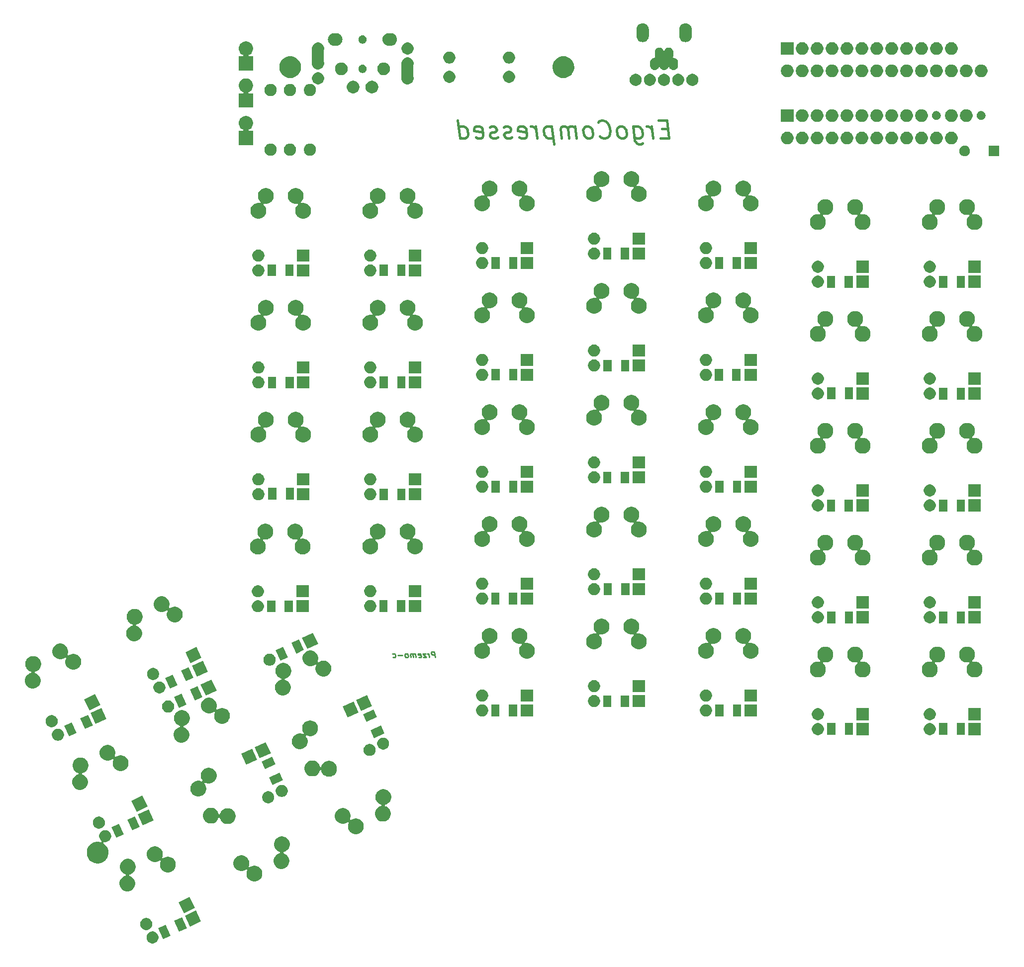
<source format=gbr>
G04 #@! TF.GenerationSoftware,KiCad,Pcbnew,(5.0.1)-rc2*
G04 #@! TF.CreationDate,2018-10-24T13:34:51+02:00*
G04 #@! TF.ProjectId,ErgoDone,4572676F446F6E652E6B696361645F70,rev?*
G04 #@! TF.SameCoordinates,Original*
G04 #@! TF.FileFunction,Soldermask,Bot*
G04 #@! TF.FilePolarity,Negative*
%FSLAX46Y46*%
G04 Gerber Fmt 4.6, Leading zero omitted, Abs format (unit mm)*
G04 Created by KiCad (PCBNEW (5.0.1)-rc2) date 2018-10-24 13:34:51*
%MOMM*%
%LPD*%
G01*
G04 APERTURE LIST*
%ADD10C,0.250000*%
%ADD11C,0.400000*%
%ADD12C,2.000000*%
%ADD13C,0.150000*%
G04 APERTURE END LIST*
D10*
X98675538Y-138628380D02*
X98550538Y-137628380D01*
X98169586Y-137628380D01*
X98080300Y-137676000D01*
X98038633Y-137723619D01*
X98002919Y-137818857D01*
X98020776Y-137961714D01*
X98080300Y-138056952D01*
X98133872Y-138104571D01*
X98235062Y-138152190D01*
X98616014Y-138152190D01*
X97675538Y-138628380D02*
X97592205Y-137961714D01*
X97616014Y-138152190D02*
X97556491Y-138056952D01*
X97502919Y-138009333D01*
X97401729Y-137961714D01*
X97306491Y-137961714D01*
X97068395Y-137961714D02*
X96544586Y-137961714D01*
X97151729Y-138628380D01*
X96627919Y-138628380D01*
X95860062Y-138580761D02*
X95961252Y-138628380D01*
X96151729Y-138628380D01*
X96241014Y-138580761D01*
X96276729Y-138485523D01*
X96229110Y-138104571D01*
X96169586Y-138009333D01*
X96068395Y-137961714D01*
X95877919Y-137961714D01*
X95788633Y-138009333D01*
X95752919Y-138104571D01*
X95764824Y-138199809D01*
X96252919Y-138295047D01*
X95389824Y-138628380D02*
X95306491Y-137961714D01*
X95318395Y-138056952D02*
X95264824Y-138009333D01*
X95163633Y-137961714D01*
X95020776Y-137961714D01*
X94931491Y-138009333D01*
X94895776Y-138104571D01*
X94961252Y-138628380D01*
X94895776Y-138104571D02*
X94836252Y-138009333D01*
X94735062Y-137961714D01*
X94592205Y-137961714D01*
X94502919Y-138009333D01*
X94467205Y-138104571D01*
X94532681Y-138628380D01*
X93913633Y-138628380D02*
X94002919Y-138580761D01*
X94044586Y-138533142D01*
X94080300Y-138437904D01*
X94044586Y-138152190D01*
X93985062Y-138056952D01*
X93931491Y-138009333D01*
X93830300Y-137961714D01*
X93687443Y-137961714D01*
X93598157Y-138009333D01*
X93556491Y-138056952D01*
X93520776Y-138152190D01*
X93556491Y-138437904D01*
X93616014Y-138533142D01*
X93669586Y-138580761D01*
X93770776Y-138628380D01*
X93913633Y-138628380D01*
X93104110Y-138247428D02*
X92342205Y-138247428D01*
X91479110Y-138580761D02*
X91580300Y-138628380D01*
X91770776Y-138628380D01*
X91860062Y-138580761D01*
X91901729Y-138533142D01*
X91937443Y-138437904D01*
X91901729Y-138152190D01*
X91842205Y-138056952D01*
X91788633Y-138009333D01*
X91687443Y-137961714D01*
X91496967Y-137961714D01*
X91407681Y-138009333D01*
D11*
X138281035Y-48617214D02*
X137281035Y-48617214D01*
X137048892Y-50188642D02*
X138477464Y-50188642D01*
X138102464Y-47188642D01*
X136673892Y-47188642D01*
X135763178Y-50188642D02*
X135513178Y-48188642D01*
X135584607Y-48760071D02*
X135406035Y-48474357D01*
X135245321Y-48331500D01*
X134941750Y-48188642D01*
X134656035Y-48188642D01*
X132370321Y-48188642D02*
X132673892Y-50617214D01*
X132852464Y-50902928D01*
X133013178Y-51045785D01*
X133316750Y-51188642D01*
X133745321Y-51188642D01*
X134013178Y-51045785D01*
X132602464Y-50045785D02*
X132906035Y-50188642D01*
X133477464Y-50188642D01*
X133745321Y-50045785D01*
X133870321Y-49902928D01*
X133977464Y-49617214D01*
X133870321Y-48760071D01*
X133691750Y-48474357D01*
X133531035Y-48331500D01*
X133227464Y-48188642D01*
X132656035Y-48188642D01*
X132388178Y-48331500D01*
X130763178Y-50188642D02*
X131031035Y-50045785D01*
X131156035Y-49902928D01*
X131263178Y-49617214D01*
X131156035Y-48760071D01*
X130977464Y-48474357D01*
X130816750Y-48331500D01*
X130513178Y-48188642D01*
X130084607Y-48188642D01*
X129816750Y-48331500D01*
X129691750Y-48474357D01*
X129584607Y-48760071D01*
X129691750Y-49617214D01*
X129870321Y-49902928D01*
X130031035Y-50045785D01*
X130334607Y-50188642D01*
X130763178Y-50188642D01*
X126727464Y-49902928D02*
X126888178Y-50045785D01*
X127334607Y-50188642D01*
X127620321Y-50188642D01*
X128031035Y-50045785D01*
X128281035Y-49760071D01*
X128388178Y-49474357D01*
X128459607Y-48902928D01*
X128406035Y-48474357D01*
X128191750Y-47902928D01*
X128013178Y-47617214D01*
X127691750Y-47331500D01*
X127245321Y-47188642D01*
X126959607Y-47188642D01*
X126548892Y-47331500D01*
X126423892Y-47474357D01*
X125048892Y-50188642D02*
X125316750Y-50045785D01*
X125441750Y-49902928D01*
X125548892Y-49617214D01*
X125441750Y-48760071D01*
X125263178Y-48474357D01*
X125102464Y-48331500D01*
X124798892Y-48188642D01*
X124370321Y-48188642D01*
X124102464Y-48331500D01*
X123977464Y-48474357D01*
X123870321Y-48760071D01*
X123977464Y-49617214D01*
X124156035Y-49902928D01*
X124316750Y-50045785D01*
X124620321Y-50188642D01*
X125048892Y-50188642D01*
X122763178Y-50188642D02*
X122513178Y-48188642D01*
X122548892Y-48474357D02*
X122388178Y-48331500D01*
X122084607Y-48188642D01*
X121656035Y-48188642D01*
X121388178Y-48331500D01*
X121281035Y-48617214D01*
X121477464Y-50188642D01*
X121281035Y-48617214D02*
X121102464Y-48331500D01*
X120798892Y-48188642D01*
X120370321Y-48188642D01*
X120102464Y-48331500D01*
X119995321Y-48617214D01*
X120191750Y-50188642D01*
X118513178Y-48188642D02*
X118888178Y-51188642D01*
X118531035Y-48331500D02*
X118227464Y-48188642D01*
X117656035Y-48188642D01*
X117388178Y-48331500D01*
X117263178Y-48474357D01*
X117156035Y-48760071D01*
X117263178Y-49617214D01*
X117441750Y-49902928D01*
X117602464Y-50045785D01*
X117906035Y-50188642D01*
X118477464Y-50188642D01*
X118745321Y-50045785D01*
X116048892Y-50188642D02*
X115798892Y-48188642D01*
X115870321Y-48760071D02*
X115691750Y-48474357D01*
X115531035Y-48331500D01*
X115227464Y-48188642D01*
X114941750Y-48188642D01*
X113031035Y-50045785D02*
X113334607Y-50188642D01*
X113906035Y-50188642D01*
X114173892Y-50045785D01*
X114281035Y-49760071D01*
X114138178Y-48617214D01*
X113959607Y-48331500D01*
X113656035Y-48188642D01*
X113084607Y-48188642D01*
X112816750Y-48331500D01*
X112709607Y-48617214D01*
X112745321Y-48902928D01*
X114209607Y-49188642D01*
X111745321Y-50045785D02*
X111477464Y-50188642D01*
X110906035Y-50188642D01*
X110602464Y-50045785D01*
X110423892Y-49760071D01*
X110406035Y-49617214D01*
X110513178Y-49331500D01*
X110781035Y-49188642D01*
X111209607Y-49188642D01*
X111477464Y-49045785D01*
X111584607Y-48760071D01*
X111566750Y-48617214D01*
X111388178Y-48331500D01*
X111084607Y-48188642D01*
X110656035Y-48188642D01*
X110388178Y-48331500D01*
X109316750Y-50045785D02*
X109048892Y-50188642D01*
X108477464Y-50188642D01*
X108173892Y-50045785D01*
X107995321Y-49760071D01*
X107977464Y-49617214D01*
X108084607Y-49331500D01*
X108352464Y-49188642D01*
X108781035Y-49188642D01*
X109048892Y-49045785D01*
X109156035Y-48760071D01*
X109138178Y-48617214D01*
X108959607Y-48331500D01*
X108656035Y-48188642D01*
X108227464Y-48188642D01*
X107959607Y-48331500D01*
X105602464Y-50045785D02*
X105906035Y-50188642D01*
X106477464Y-50188642D01*
X106745321Y-50045785D01*
X106852464Y-49760071D01*
X106709607Y-48617214D01*
X106531035Y-48331500D01*
X106227464Y-48188642D01*
X105656035Y-48188642D01*
X105388178Y-48331500D01*
X105281035Y-48617214D01*
X105316750Y-48902928D01*
X106781035Y-49188642D01*
X102906035Y-50188642D02*
X102531035Y-47188642D01*
X102888178Y-50045785D02*
X103191750Y-50188642D01*
X103763178Y-50188642D01*
X104031035Y-50045785D01*
X104156035Y-49902928D01*
X104263178Y-49617214D01*
X104156035Y-48760071D01*
X103977464Y-48474357D01*
X103816750Y-48331500D01*
X103513178Y-48188642D01*
X102941750Y-48188642D01*
X102673892Y-48331500D01*
D12*
G04 #@! TO.C,J3*
X93980000Y-40005000D02*
X93980000Y-37465000D01*
G04 #@! TO.C,J4*
X78740000Y-37465000D02*
X78740000Y-34925000D01*
D13*
G36*
X50867376Y-185327073D02*
X50867378Y-185327074D01*
X50867379Y-185327074D01*
X51054590Y-185404619D01*
X51054591Y-185404620D01*
X51223079Y-185517200D01*
X51366359Y-185660480D01*
X51366361Y-185660483D01*
X51478940Y-185828969D01*
X51556485Y-186016180D01*
X51596018Y-186214923D01*
X51596018Y-186417559D01*
X51556485Y-186616302D01*
X51478940Y-186803513D01*
X51478939Y-186803514D01*
X51366359Y-186972002D01*
X51223079Y-187115282D01*
X51223076Y-187115284D01*
X51054590Y-187227863D01*
X50867379Y-187305408D01*
X50867378Y-187305408D01*
X50867376Y-187305409D01*
X50668638Y-187344941D01*
X50465998Y-187344941D01*
X50267260Y-187305409D01*
X50267258Y-187305408D01*
X50267257Y-187305408D01*
X50080046Y-187227863D01*
X49911560Y-187115284D01*
X49911557Y-187115282D01*
X49768277Y-186972002D01*
X49655697Y-186803514D01*
X49655696Y-186803513D01*
X49578151Y-186616302D01*
X49538618Y-186417559D01*
X49538618Y-186214923D01*
X49578151Y-186016180D01*
X49655696Y-185828969D01*
X49768275Y-185660483D01*
X49768277Y-185660480D01*
X49911557Y-185517200D01*
X50080045Y-185404620D01*
X50080046Y-185404619D01*
X50267257Y-185327074D01*
X50267258Y-185327074D01*
X50267260Y-185327073D01*
X50465998Y-185287541D01*
X50668638Y-185287541D01*
X50867376Y-185327073D01*
X50867376Y-185327073D01*
G37*
G36*
X53676825Y-185980150D02*
X52402193Y-186574521D01*
X51554251Y-184756104D01*
X52828883Y-184161733D01*
X53676825Y-185980150D01*
X53676825Y-185980150D01*
G37*
G36*
X56395749Y-184712296D02*
X55121117Y-185306667D01*
X54273175Y-183488250D01*
X55547807Y-182893879D01*
X56395749Y-184712296D01*
X56395749Y-184712296D01*
G37*
G36*
X49793926Y-183025051D02*
X49793928Y-183025052D01*
X49793929Y-183025052D01*
X49981140Y-183102597D01*
X49981141Y-183102598D01*
X50149629Y-183215178D01*
X50292909Y-183358458D01*
X50292911Y-183358461D01*
X50405490Y-183526947D01*
X50483035Y-183714158D01*
X50522568Y-183912901D01*
X50522568Y-184115537D01*
X50483035Y-184314280D01*
X50405490Y-184501491D01*
X50405489Y-184501492D01*
X50292909Y-184669980D01*
X50149629Y-184813260D01*
X50149626Y-184813262D01*
X49981140Y-184925841D01*
X49793929Y-185003386D01*
X49793928Y-185003386D01*
X49793926Y-185003387D01*
X49595188Y-185042919D01*
X49392548Y-185042919D01*
X49193810Y-185003387D01*
X49193808Y-185003386D01*
X49193807Y-185003386D01*
X49006596Y-184925841D01*
X48838110Y-184813262D01*
X48838107Y-184813260D01*
X48694827Y-184669980D01*
X48582247Y-184501492D01*
X48582246Y-184501491D01*
X48504701Y-184314280D01*
X48465168Y-184115537D01*
X48465168Y-183912901D01*
X48504701Y-183714158D01*
X48582246Y-183526947D01*
X48694825Y-183358461D01*
X48694827Y-183358458D01*
X48838107Y-183215178D01*
X49006595Y-183102598D01*
X49006596Y-183102597D01*
X49193807Y-183025052D01*
X49193808Y-183025052D01*
X49193810Y-183025051D01*
X49392548Y-182985519D01*
X49595188Y-182985519D01*
X49793926Y-183025051D01*
X49793926Y-183025051D01*
G37*
G36*
X58840451Y-183593462D02*
X56975812Y-184462957D01*
X56106317Y-182598318D01*
X57970956Y-181728823D01*
X58840451Y-183593462D01*
X58840451Y-183593462D01*
G37*
G36*
X57767000Y-181291440D02*
X55902361Y-182160935D01*
X55032866Y-180296296D01*
X56897505Y-179426801D01*
X57767000Y-181291440D01*
X57767000Y-181291440D01*
G37*
G36*
X46743749Y-172974940D02*
X46988741Y-173076419D01*
X47209233Y-173223747D01*
X47396737Y-173411251D01*
X47544065Y-173631743D01*
X47645544Y-173876735D01*
X47697277Y-174136816D01*
X47697277Y-174401998D01*
X47645544Y-174662079D01*
X47544065Y-174907071D01*
X47396737Y-175127563D01*
X47209233Y-175315067D01*
X46988741Y-175462395D01*
X46845228Y-175521840D01*
X46743749Y-175563874D01*
X46709378Y-175570711D01*
X46688061Y-175574951D01*
X46664611Y-175582064D01*
X46643001Y-175593615D01*
X46624059Y-175609161D01*
X46608513Y-175628103D01*
X46596962Y-175649714D01*
X46589849Y-175673163D01*
X46587447Y-175697549D01*
X46589849Y-175721935D01*
X46596962Y-175745385D01*
X46608513Y-175766995D01*
X46624059Y-175785937D01*
X46643001Y-175801483D01*
X46664612Y-175813034D01*
X46666188Y-175813687D01*
X46666189Y-175813687D01*
X46677485Y-175818366D01*
X46911181Y-175915166D01*
X47131673Y-176062494D01*
X47319177Y-176249998D01*
X47466505Y-176470490D01*
X47567984Y-176715482D01*
X47619717Y-176975563D01*
X47619717Y-177240745D01*
X47567984Y-177500826D01*
X47466505Y-177745818D01*
X47319177Y-177966310D01*
X47131673Y-178153814D01*
X46911181Y-178301142D01*
X46666189Y-178402621D01*
X46406108Y-178454354D01*
X46140926Y-178454354D01*
X45880845Y-178402621D01*
X45635853Y-178301142D01*
X45415361Y-178153814D01*
X45227857Y-177966310D01*
X45080529Y-177745818D01*
X44979050Y-177500826D01*
X44927317Y-177240745D01*
X44927317Y-176975563D01*
X44979050Y-176715482D01*
X45080529Y-176470490D01*
X45227857Y-176249998D01*
X45415361Y-176062494D01*
X45635853Y-175915166D01*
X45779366Y-175855721D01*
X45880845Y-175813687D01*
X45915216Y-175806850D01*
X45936533Y-175802610D01*
X45959983Y-175795497D01*
X45981593Y-175783946D01*
X46000535Y-175768400D01*
X46016081Y-175749458D01*
X46027632Y-175727847D01*
X46034745Y-175704398D01*
X46037147Y-175680012D01*
X46034745Y-175655626D01*
X46027632Y-175632176D01*
X46016081Y-175610566D01*
X46000535Y-175591624D01*
X45981593Y-175576078D01*
X45959982Y-175564527D01*
X45958406Y-175563874D01*
X45958405Y-175563874D01*
X45892997Y-175536781D01*
X45713413Y-175462395D01*
X45492921Y-175315067D01*
X45305417Y-175127563D01*
X45158089Y-174907071D01*
X45056610Y-174662079D01*
X45004877Y-174401998D01*
X45004877Y-174136816D01*
X45056610Y-173876735D01*
X45158089Y-173631743D01*
X45305417Y-173411251D01*
X45492921Y-173223747D01*
X45713413Y-173076419D01*
X45958405Y-172974940D01*
X46218486Y-172923207D01*
X46483668Y-172923207D01*
X46743749Y-172974940D01*
X46743749Y-172974940D01*
G37*
G36*
X66077470Y-172365930D02*
X66322462Y-172467409D01*
X66542954Y-172614737D01*
X66730458Y-172802241D01*
X66877786Y-173022733D01*
X66979265Y-173267725D01*
X67024499Y-173495131D01*
X67030998Y-173527808D01*
X67030998Y-173792986D01*
X66979265Y-174053069D01*
X66922202Y-174190830D01*
X66915091Y-174214273D01*
X66912689Y-174238660D01*
X66915091Y-174263046D01*
X66922204Y-174286495D01*
X66933755Y-174308106D01*
X66949300Y-174327048D01*
X66968243Y-174342594D01*
X66989853Y-174354145D01*
X67013302Y-174361258D01*
X67037689Y-174363660D01*
X67062075Y-174361258D01*
X67085524Y-174354145D01*
X67107135Y-174342594D01*
X67271594Y-174232706D01*
X67516587Y-174131227D01*
X67776668Y-174079494D01*
X68041850Y-174079494D01*
X68301931Y-174131227D01*
X68546923Y-174232706D01*
X68767415Y-174380034D01*
X68954919Y-174567538D01*
X69102247Y-174788030D01*
X69203726Y-175033022D01*
X69255459Y-175293103D01*
X69255459Y-175558285D01*
X69203726Y-175818366D01*
X69102247Y-176063358D01*
X68954919Y-176283850D01*
X68767415Y-176471354D01*
X68546923Y-176618682D01*
X68301931Y-176720161D01*
X68041850Y-176771894D01*
X67776668Y-176771894D01*
X67516587Y-176720161D01*
X67271595Y-176618682D01*
X67051103Y-176471354D01*
X66863599Y-176283850D01*
X66716271Y-176063358D01*
X66614792Y-175818366D01*
X66563059Y-175558285D01*
X66563059Y-175293103D01*
X66595987Y-175127563D01*
X66614792Y-175033022D01*
X66671855Y-174895261D01*
X66678966Y-174871818D01*
X66681368Y-174847431D01*
X66678966Y-174823045D01*
X66671853Y-174799596D01*
X66660302Y-174777985D01*
X66644757Y-174759043D01*
X66625814Y-174743497D01*
X66604204Y-174731946D01*
X66580755Y-174724833D01*
X66556368Y-174722431D01*
X66531982Y-174724833D01*
X66508533Y-174731946D01*
X66486922Y-174743497D01*
X66322463Y-174853385D01*
X66077470Y-174954864D01*
X65817389Y-175006597D01*
X65552207Y-175006597D01*
X65292126Y-174954864D01*
X65047134Y-174853385D01*
X64826642Y-174706057D01*
X64639138Y-174518553D01*
X64491810Y-174298061D01*
X64390331Y-174053069D01*
X64338598Y-173792988D01*
X64338598Y-173527806D01*
X64390331Y-173267725D01*
X64491810Y-173022733D01*
X64639138Y-172802241D01*
X64826642Y-172614737D01*
X65047134Y-172467409D01*
X65292126Y-172365930D01*
X65552207Y-172314197D01*
X65817389Y-172314197D01*
X66077470Y-172365930D01*
X66077470Y-172365930D01*
G37*
G36*
X51347793Y-170828039D02*
X51592785Y-170929518D01*
X51813277Y-171076846D01*
X52000781Y-171264350D01*
X52148109Y-171484842D01*
X52249588Y-171729834D01*
X52297782Y-171972122D01*
X52301321Y-171989917D01*
X52301321Y-172255095D01*
X52249588Y-172515178D01*
X52192525Y-172652939D01*
X52185414Y-172676382D01*
X52183012Y-172700769D01*
X52185414Y-172725155D01*
X52192527Y-172748604D01*
X52204078Y-172770215D01*
X52219623Y-172789157D01*
X52238566Y-172804703D01*
X52260176Y-172816254D01*
X52283625Y-172823367D01*
X52308012Y-172825769D01*
X52332398Y-172823367D01*
X52355847Y-172816254D01*
X52377458Y-172804703D01*
X52541917Y-172694815D01*
X52786910Y-172593336D01*
X53046991Y-172541603D01*
X53312173Y-172541603D01*
X53572254Y-172593336D01*
X53817246Y-172694815D01*
X54037738Y-172842143D01*
X54225242Y-173029647D01*
X54372570Y-173250139D01*
X54474049Y-173495131D01*
X54525782Y-173755212D01*
X54525782Y-174020394D01*
X54474049Y-174280475D01*
X54372570Y-174525467D01*
X54225242Y-174745959D01*
X54037738Y-174933463D01*
X53817246Y-175080791D01*
X53572254Y-175182270D01*
X53312173Y-175234003D01*
X53046991Y-175234003D01*
X52786910Y-175182270D01*
X52541918Y-175080791D01*
X52321426Y-174933463D01*
X52133922Y-174745959D01*
X51986594Y-174525467D01*
X51885115Y-174280475D01*
X51833382Y-174020394D01*
X51833382Y-173755212D01*
X51859087Y-173625983D01*
X51885115Y-173495131D01*
X51942178Y-173357370D01*
X51949289Y-173333927D01*
X51951691Y-173309540D01*
X51949289Y-173285154D01*
X51942176Y-173261705D01*
X51930625Y-173240094D01*
X51915080Y-173221152D01*
X51896137Y-173205606D01*
X51874527Y-173194055D01*
X51851078Y-173186942D01*
X51826691Y-173184540D01*
X51802305Y-173186942D01*
X51778856Y-173194055D01*
X51757245Y-173205606D01*
X51592786Y-173315494D01*
X51347793Y-173416973D01*
X51087712Y-173468706D01*
X50822530Y-173468706D01*
X50562449Y-173416973D01*
X50317457Y-173315494D01*
X50096965Y-173168166D01*
X49909461Y-172980662D01*
X49762133Y-172760170D01*
X49660654Y-172515178D01*
X49608921Y-172255097D01*
X49608921Y-171989915D01*
X49660654Y-171729834D01*
X49762133Y-171484842D01*
X49909461Y-171264350D01*
X50096965Y-171076846D01*
X50317457Y-170929518D01*
X50562449Y-170828039D01*
X50822530Y-170776306D01*
X51087712Y-170776306D01*
X51347793Y-170828039D01*
X51347793Y-170828039D01*
G37*
G36*
X72983535Y-169145579D02*
X73228527Y-169247058D01*
X73449019Y-169394386D01*
X73636523Y-169581890D01*
X73783851Y-169802382D01*
X73885330Y-170047374D01*
X73937063Y-170307455D01*
X73937063Y-170572637D01*
X73885330Y-170832718D01*
X73783851Y-171077710D01*
X73636523Y-171298202D01*
X73449019Y-171485706D01*
X73228527Y-171633034D01*
X73085014Y-171692479D01*
X72983535Y-171734513D01*
X72949164Y-171741350D01*
X72927847Y-171745590D01*
X72904397Y-171752703D01*
X72882787Y-171764254D01*
X72863845Y-171779800D01*
X72848299Y-171798742D01*
X72836748Y-171820353D01*
X72829635Y-171843802D01*
X72827233Y-171868188D01*
X72829635Y-171892574D01*
X72836748Y-171916024D01*
X72848299Y-171937634D01*
X72863845Y-171956576D01*
X72882787Y-171972122D01*
X72904398Y-171983673D01*
X72905974Y-171984326D01*
X72905975Y-171984326D01*
X72971383Y-172011419D01*
X73150967Y-172085805D01*
X73371459Y-172233133D01*
X73558963Y-172420637D01*
X73706291Y-172641129D01*
X73807770Y-172886121D01*
X73859503Y-173146202D01*
X73859503Y-173411384D01*
X73807770Y-173671465D01*
X73706291Y-173916457D01*
X73558963Y-174136949D01*
X73371459Y-174324453D01*
X73150967Y-174471781D01*
X72905975Y-174573260D01*
X72645894Y-174624993D01*
X72380712Y-174624993D01*
X72120631Y-174573260D01*
X71875639Y-174471781D01*
X71655147Y-174324453D01*
X71467643Y-174136949D01*
X71320315Y-173916457D01*
X71218836Y-173671465D01*
X71167103Y-173411384D01*
X71167103Y-173146202D01*
X71218836Y-172886121D01*
X71320315Y-172641129D01*
X71467643Y-172420637D01*
X71655147Y-172233133D01*
X71875639Y-172085805D01*
X72019152Y-172026360D01*
X72120631Y-171984326D01*
X72155002Y-171977489D01*
X72176319Y-171973249D01*
X72199769Y-171966136D01*
X72221379Y-171954585D01*
X72240321Y-171939039D01*
X72255867Y-171920097D01*
X72267418Y-171898486D01*
X72274531Y-171875037D01*
X72276933Y-171850651D01*
X72274531Y-171826265D01*
X72267418Y-171802815D01*
X72255867Y-171781205D01*
X72240321Y-171762263D01*
X72221379Y-171746717D01*
X72199768Y-171735166D01*
X72198192Y-171734513D01*
X72198191Y-171734513D01*
X72132783Y-171707420D01*
X71953199Y-171633034D01*
X71732707Y-171485706D01*
X71545203Y-171298202D01*
X71397875Y-171077710D01*
X71296396Y-170832718D01*
X71244663Y-170572637D01*
X71244663Y-170307455D01*
X71296396Y-170047374D01*
X71397875Y-169802382D01*
X71545203Y-169581890D01*
X71732707Y-169394386D01*
X71953199Y-169247058D01*
X72198191Y-169145579D01*
X72458272Y-169093846D01*
X72723454Y-169093846D01*
X72983535Y-169145579D01*
X72983535Y-169145579D01*
G37*
G36*
X42815576Y-168060153D02*
X42815578Y-168060154D01*
X42815579Y-168060154D01*
X43002790Y-168137699D01*
X43002791Y-168137700D01*
X43171279Y-168250280D01*
X43314559Y-168393560D01*
X43314561Y-168393563D01*
X43427140Y-168562049D01*
X43493656Y-168722634D01*
X43504686Y-168749263D01*
X43544218Y-168948001D01*
X43544218Y-169150639D01*
X43504685Y-169349382D01*
X43427140Y-169536593D01*
X43427139Y-169536594D01*
X43314559Y-169705082D01*
X43171279Y-169848362D01*
X43171276Y-169848364D01*
X43002790Y-169960943D01*
X42815579Y-170038488D01*
X42815578Y-170038488D01*
X42815576Y-170038489D01*
X42616838Y-170078021D01*
X42414198Y-170078021D01*
X42333550Y-170061979D01*
X42309164Y-170059577D01*
X42284778Y-170061979D01*
X42261329Y-170069092D01*
X42239718Y-170080643D01*
X42220776Y-170096189D01*
X42205230Y-170115131D01*
X42193679Y-170136742D01*
X42186566Y-170160191D01*
X42184164Y-170184577D01*
X42186566Y-170208963D01*
X42193679Y-170232412D01*
X42205230Y-170254023D01*
X42220776Y-170272965D01*
X42239716Y-170288509D01*
X42268070Y-170307455D01*
X42413349Y-170404527D01*
X42671473Y-170662651D01*
X42671475Y-170662654D01*
X42874285Y-170966181D01*
X43013983Y-171303441D01*
X43050065Y-171484841D01*
X43085200Y-171661474D01*
X43085200Y-172026526D01*
X43073408Y-172085806D01*
X43013983Y-172384559D01*
X42874285Y-172721819D01*
X42793887Y-172842143D01*
X42671473Y-173025349D01*
X42413349Y-173283473D01*
X42413346Y-173283475D01*
X42109819Y-173486285D01*
X41772559Y-173625983D01*
X41557738Y-173668713D01*
X41414526Y-173697200D01*
X41049474Y-173697200D01*
X40906262Y-173668713D01*
X40691441Y-173625983D01*
X40354181Y-173486285D01*
X40050654Y-173283475D01*
X40050651Y-173283473D01*
X39792527Y-173025349D01*
X39670113Y-172842143D01*
X39589715Y-172721819D01*
X39450017Y-172384559D01*
X39390592Y-172085806D01*
X39378800Y-172026526D01*
X39378800Y-171661474D01*
X39413935Y-171484841D01*
X39450017Y-171303441D01*
X39589715Y-170966181D01*
X39792525Y-170662654D01*
X39792527Y-170662651D01*
X40050651Y-170404527D01*
X40195930Y-170307455D01*
X40354181Y-170201715D01*
X40691441Y-170062017D01*
X40906262Y-170019287D01*
X41049474Y-169990800D01*
X41414526Y-169990800D01*
X41743964Y-170056329D01*
X41768350Y-170058731D01*
X41792736Y-170056329D01*
X41816186Y-170049216D01*
X41837796Y-170037665D01*
X41856738Y-170022119D01*
X41872284Y-170003177D01*
X41883835Y-169981566D01*
X41890948Y-169958117D01*
X41893350Y-169933731D01*
X41890948Y-169909345D01*
X41883835Y-169885895D01*
X41872284Y-169864285D01*
X41856738Y-169845343D01*
X41716477Y-169705082D01*
X41603897Y-169536594D01*
X41603896Y-169536593D01*
X41526351Y-169349382D01*
X41486818Y-169150639D01*
X41486818Y-168948001D01*
X41526350Y-168749263D01*
X41537380Y-168722634D01*
X41603896Y-168562049D01*
X41716475Y-168393563D01*
X41716477Y-168393560D01*
X41859757Y-168250280D01*
X42028245Y-168137700D01*
X42028246Y-168137699D01*
X42215457Y-168060154D01*
X42215458Y-168060154D01*
X42215460Y-168060153D01*
X42414198Y-168020621D01*
X42616838Y-168020621D01*
X42815576Y-168060153D01*
X42815576Y-168060153D01*
G37*
G36*
X45650425Y-168758950D02*
X44375793Y-169353321D01*
X43527851Y-167534904D01*
X44802483Y-166940533D01*
X45650425Y-168758950D01*
X45650425Y-168758950D01*
G37*
G36*
X83344390Y-164316670D02*
X83589382Y-164418149D01*
X83809874Y-164565477D01*
X83997378Y-164752981D01*
X84144706Y-164973473D01*
X84246185Y-165218465D01*
X84297918Y-165478546D01*
X84297918Y-165743728D01*
X84291428Y-165776354D01*
X84246185Y-166003809D01*
X84189122Y-166141570D01*
X84182011Y-166165013D01*
X84179609Y-166189400D01*
X84182011Y-166213786D01*
X84189124Y-166237235D01*
X84200675Y-166258846D01*
X84216220Y-166277788D01*
X84235163Y-166293334D01*
X84256773Y-166304885D01*
X84280222Y-166311998D01*
X84304609Y-166314400D01*
X84328995Y-166311998D01*
X84352444Y-166304885D01*
X84374055Y-166293334D01*
X84538514Y-166183446D01*
X84783507Y-166081967D01*
X85043588Y-166030234D01*
X85308770Y-166030234D01*
X85568851Y-166081967D01*
X85813843Y-166183446D01*
X86034335Y-166330774D01*
X86221839Y-166518278D01*
X86369167Y-166738770D01*
X86470646Y-166983762D01*
X86522379Y-167243843D01*
X86522379Y-167509025D01*
X86470646Y-167769106D01*
X86369167Y-168014098D01*
X86221839Y-168234590D01*
X86034335Y-168422094D01*
X85813843Y-168569422D01*
X85568851Y-168670901D01*
X85308770Y-168722634D01*
X85043588Y-168722634D01*
X84783507Y-168670901D01*
X84538515Y-168569422D01*
X84318023Y-168422094D01*
X84130519Y-168234590D01*
X83983191Y-168014098D01*
X83881712Y-167769106D01*
X83829979Y-167509025D01*
X83829979Y-167243843D01*
X83869062Y-167047360D01*
X83881712Y-166983762D01*
X83938775Y-166846001D01*
X83945886Y-166822558D01*
X83948288Y-166798171D01*
X83945886Y-166773785D01*
X83938773Y-166750336D01*
X83927222Y-166728725D01*
X83911677Y-166709783D01*
X83892734Y-166694237D01*
X83871124Y-166682686D01*
X83847675Y-166675573D01*
X83823288Y-166673171D01*
X83798902Y-166675573D01*
X83775453Y-166682686D01*
X83753842Y-166694237D01*
X83589383Y-166804125D01*
X83344390Y-166905604D01*
X83084309Y-166957337D01*
X82819127Y-166957337D01*
X82559046Y-166905604D01*
X82314054Y-166804125D01*
X82093562Y-166656797D01*
X81906058Y-166469293D01*
X81758730Y-166248801D01*
X81657251Y-166003809D01*
X81605518Y-165743728D01*
X81605518Y-165478546D01*
X81657251Y-165218465D01*
X81758730Y-164973473D01*
X81906058Y-164752981D01*
X82093562Y-164565477D01*
X82314054Y-164418149D01*
X82559046Y-164316670D01*
X82819127Y-164264937D01*
X83084309Y-164264937D01*
X83344390Y-164316670D01*
X83344390Y-164316670D01*
G37*
G36*
X48369349Y-167491096D02*
X47094717Y-168085467D01*
X46246775Y-166267050D01*
X47521407Y-165672679D01*
X48369349Y-167491096D01*
X48369349Y-167491096D01*
G37*
G36*
X41742126Y-165758131D02*
X41742128Y-165758132D01*
X41742129Y-165758132D01*
X41929340Y-165835677D01*
X42079015Y-165935687D01*
X42097829Y-165948258D01*
X42241109Y-166091538D01*
X42241111Y-166091541D01*
X42353690Y-166260027D01*
X42420997Y-166422521D01*
X42431236Y-166447241D01*
X42470768Y-166645979D01*
X42470768Y-166848619D01*
X42442653Y-166989963D01*
X42431235Y-167047360D01*
X42353690Y-167234571D01*
X42347493Y-167243845D01*
X42241109Y-167403060D01*
X42097829Y-167546340D01*
X42097826Y-167546342D01*
X41929340Y-167658921D01*
X41742129Y-167736466D01*
X41742128Y-167736466D01*
X41742126Y-167736467D01*
X41543388Y-167775999D01*
X41340748Y-167775999D01*
X41142010Y-167736467D01*
X41142008Y-167736466D01*
X41142007Y-167736466D01*
X40954796Y-167658921D01*
X40786310Y-167546342D01*
X40786307Y-167546340D01*
X40643027Y-167403060D01*
X40536643Y-167243845D01*
X40530446Y-167234571D01*
X40452901Y-167047360D01*
X40441484Y-166989963D01*
X40413368Y-166848619D01*
X40413368Y-166645979D01*
X40452900Y-166447241D01*
X40463139Y-166422521D01*
X40530446Y-166260027D01*
X40643025Y-166091541D01*
X40643027Y-166091538D01*
X40786307Y-165948258D01*
X40805121Y-165935687D01*
X40954796Y-165835677D01*
X41142007Y-165758132D01*
X41142008Y-165758132D01*
X41142010Y-165758131D01*
X41340748Y-165718599D01*
X41543388Y-165718599D01*
X41742126Y-165758131D01*
X41742126Y-165758131D01*
G37*
G36*
X50788651Y-166326542D02*
X48924012Y-167196037D01*
X48054517Y-165331398D01*
X49919156Y-164461903D01*
X50788651Y-166326542D01*
X50788651Y-166326542D01*
G37*
G36*
X60900559Y-164271736D02*
X61145551Y-164373215D01*
X61366043Y-164520543D01*
X61553547Y-164708047D01*
X61700875Y-164928539D01*
X61802354Y-165173532D01*
X61813431Y-165229219D01*
X61820544Y-165252669D01*
X61832095Y-165274279D01*
X61847641Y-165293221D01*
X61866583Y-165308767D01*
X61888194Y-165320318D01*
X61911643Y-165327431D01*
X61936029Y-165329833D01*
X61960415Y-165327431D01*
X61983865Y-165320318D01*
X62005475Y-165308767D01*
X62024417Y-165293221D01*
X62039963Y-165274279D01*
X62051514Y-165252668D01*
X62153646Y-165006099D01*
X62300974Y-164785607D01*
X62488478Y-164598103D01*
X62708970Y-164450775D01*
X62953962Y-164349296D01*
X63214043Y-164297563D01*
X63479225Y-164297563D01*
X63739306Y-164349296D01*
X63984298Y-164450775D01*
X64204790Y-164598103D01*
X64392294Y-164785607D01*
X64539622Y-165006099D01*
X64641101Y-165251091D01*
X64692834Y-165511172D01*
X64692834Y-165776354D01*
X64641101Y-166036435D01*
X64539622Y-166281427D01*
X64392294Y-166501919D01*
X64204790Y-166689423D01*
X63984298Y-166836751D01*
X63739306Y-166938230D01*
X63479225Y-166989963D01*
X63214043Y-166989963D01*
X62953962Y-166938230D01*
X62708970Y-166836751D01*
X62488478Y-166689423D01*
X62300974Y-166501919D01*
X62153646Y-166281427D01*
X62052167Y-166036434D01*
X62041090Y-165980747D01*
X62033977Y-165957297D01*
X62022426Y-165935687D01*
X62006880Y-165916745D01*
X61987938Y-165901199D01*
X61966327Y-165889648D01*
X61942878Y-165882535D01*
X61918492Y-165880133D01*
X61894106Y-165882535D01*
X61870656Y-165889648D01*
X61849046Y-165901199D01*
X61830104Y-165916745D01*
X61814558Y-165935687D01*
X61803007Y-165957298D01*
X61700875Y-166203867D01*
X61553547Y-166424359D01*
X61366043Y-166611863D01*
X61145551Y-166759191D01*
X60900559Y-166860670D01*
X60640478Y-166912403D01*
X60375296Y-166912403D01*
X60115215Y-166860670D01*
X59870223Y-166759191D01*
X59649731Y-166611863D01*
X59462227Y-166424359D01*
X59314899Y-166203867D01*
X59213420Y-165958875D01*
X59161687Y-165698794D01*
X59161687Y-165433612D01*
X59213420Y-165173531D01*
X59314899Y-164928539D01*
X59462227Y-164708047D01*
X59649731Y-164520543D01*
X59870223Y-164373215D01*
X60115215Y-164271736D01*
X60375296Y-164220003D01*
X60640478Y-164220003D01*
X60900559Y-164271736D01*
X60900559Y-164271736D01*
G37*
G36*
X90250455Y-161096319D02*
X90495447Y-161197798D01*
X90715939Y-161345126D01*
X90903443Y-161532630D01*
X91050771Y-161753122D01*
X91152250Y-161998114D01*
X91203983Y-162258195D01*
X91203983Y-162523377D01*
X91152250Y-162783458D01*
X91050771Y-163028450D01*
X90903443Y-163248942D01*
X90715939Y-163436446D01*
X90495447Y-163583774D01*
X90351934Y-163643219D01*
X90250455Y-163685253D01*
X90216084Y-163692090D01*
X90194767Y-163696330D01*
X90171317Y-163703443D01*
X90149707Y-163714994D01*
X90130765Y-163730540D01*
X90115219Y-163749482D01*
X90103668Y-163771093D01*
X90096555Y-163794542D01*
X90094153Y-163818928D01*
X90096555Y-163843314D01*
X90103668Y-163866764D01*
X90115219Y-163888374D01*
X90130765Y-163907316D01*
X90149707Y-163922862D01*
X90171318Y-163934413D01*
X90172894Y-163935066D01*
X90172895Y-163935066D01*
X90238303Y-163962159D01*
X90417887Y-164036545D01*
X90638379Y-164183873D01*
X90825883Y-164371377D01*
X90973211Y-164591869D01*
X91074690Y-164836861D01*
X91126423Y-165096942D01*
X91126423Y-165362124D01*
X91074690Y-165622205D01*
X90973211Y-165867197D01*
X90825883Y-166087689D01*
X90638379Y-166275193D01*
X90417887Y-166422521D01*
X90172895Y-166524000D01*
X89912814Y-166575733D01*
X89647632Y-166575733D01*
X89387551Y-166524000D01*
X89142559Y-166422521D01*
X88922067Y-166275193D01*
X88734563Y-166087689D01*
X88587235Y-165867197D01*
X88485756Y-165622205D01*
X88434023Y-165362124D01*
X88434023Y-165096942D01*
X88485756Y-164836861D01*
X88587235Y-164591869D01*
X88734563Y-164371377D01*
X88922067Y-164183873D01*
X89142559Y-164036545D01*
X89286072Y-163977100D01*
X89387551Y-163935066D01*
X89421922Y-163928229D01*
X89443239Y-163923989D01*
X89466689Y-163916876D01*
X89488299Y-163905325D01*
X89507241Y-163889779D01*
X89522787Y-163870837D01*
X89534338Y-163849226D01*
X89541451Y-163825777D01*
X89543853Y-163801391D01*
X89541451Y-163777005D01*
X89534338Y-163753555D01*
X89522787Y-163731945D01*
X89507241Y-163713003D01*
X89488299Y-163697457D01*
X89466688Y-163685906D01*
X89465112Y-163685253D01*
X89465111Y-163685253D01*
X89399703Y-163658160D01*
X89220119Y-163583774D01*
X88999627Y-163436446D01*
X88812123Y-163248942D01*
X88664795Y-163028450D01*
X88563316Y-162783458D01*
X88511583Y-162523377D01*
X88511583Y-162258195D01*
X88563316Y-161998114D01*
X88664795Y-161753122D01*
X88812123Y-161532630D01*
X88999627Y-161345126D01*
X89220119Y-161197798D01*
X89465111Y-161096319D01*
X89725192Y-161044586D01*
X89990374Y-161044586D01*
X90250455Y-161096319D01*
X90250455Y-161096319D01*
G37*
G36*
X49715200Y-164024520D02*
X47850561Y-164894015D01*
X46981066Y-163029376D01*
X48845705Y-162159881D01*
X49715200Y-164024520D01*
X49715200Y-164024520D01*
G37*
G36*
X70552757Y-161434244D02*
X70552759Y-161434245D01*
X70552760Y-161434245D01*
X70739971Y-161511790D01*
X70871721Y-161599823D01*
X70908460Y-161624371D01*
X71051740Y-161767651D01*
X71051742Y-161767654D01*
X71164321Y-161936140D01*
X71193143Y-162005723D01*
X71241867Y-162123354D01*
X71269363Y-162261584D01*
X71281399Y-162322094D01*
X71281399Y-162524730D01*
X71241866Y-162723473D01*
X71164321Y-162910684D01*
X71164320Y-162910685D01*
X71051740Y-163079173D01*
X70908460Y-163222453D01*
X70908457Y-163222455D01*
X70739971Y-163335034D01*
X70552760Y-163412579D01*
X70552759Y-163412579D01*
X70552757Y-163412580D01*
X70354019Y-163452112D01*
X70151379Y-163452112D01*
X69952641Y-163412580D01*
X69952639Y-163412579D01*
X69952638Y-163412579D01*
X69765427Y-163335034D01*
X69596941Y-163222455D01*
X69596938Y-163222453D01*
X69453658Y-163079173D01*
X69341078Y-162910685D01*
X69341077Y-162910684D01*
X69263532Y-162723473D01*
X69223999Y-162524730D01*
X69223999Y-162322094D01*
X69236035Y-162261584D01*
X69263531Y-162123354D01*
X69312255Y-162005723D01*
X69341077Y-161936140D01*
X69453656Y-161767654D01*
X69453658Y-161767651D01*
X69596938Y-161624371D01*
X69633677Y-161599823D01*
X69765427Y-161511790D01*
X69952638Y-161434245D01*
X69952639Y-161434245D01*
X69952641Y-161434244D01*
X70151379Y-161394712D01*
X70354019Y-161394712D01*
X70552757Y-161434244D01*
X70552757Y-161434244D01*
G37*
G36*
X72854779Y-160360794D02*
X72854781Y-160360795D01*
X72854782Y-160360795D01*
X73041993Y-160438340D01*
X73208208Y-160549401D01*
X73210482Y-160550921D01*
X73353762Y-160694201D01*
X73353764Y-160694204D01*
X73466343Y-160862690D01*
X73541686Y-161044586D01*
X73543889Y-161049904D01*
X73583421Y-161248642D01*
X73583421Y-161451282D01*
X73553874Y-161599824D01*
X73543888Y-161650023D01*
X73466343Y-161837234D01*
X73466342Y-161837235D01*
X73353762Y-162005723D01*
X73210482Y-162149003D01*
X73210479Y-162149005D01*
X73041993Y-162261584D01*
X72854782Y-162339129D01*
X72854781Y-162339129D01*
X72854779Y-162339130D01*
X72656041Y-162378662D01*
X72453401Y-162378662D01*
X72254663Y-162339130D01*
X72254661Y-162339129D01*
X72254660Y-162339129D01*
X72067449Y-162261584D01*
X71898963Y-162149005D01*
X71898960Y-162149003D01*
X71755680Y-162005723D01*
X71643100Y-161837235D01*
X71643099Y-161837234D01*
X71565554Y-161650023D01*
X71555569Y-161599824D01*
X71526021Y-161451282D01*
X71526021Y-161248642D01*
X71565553Y-161049904D01*
X71567756Y-161044586D01*
X71643099Y-160862690D01*
X71755678Y-160694204D01*
X71755680Y-160694201D01*
X71898960Y-160550921D01*
X71901234Y-160549401D01*
X72067449Y-160438340D01*
X72254660Y-160360795D01*
X72254661Y-160360795D01*
X72254663Y-160360794D01*
X72453401Y-160321262D01*
X72656041Y-160321262D01*
X72854779Y-160360794D01*
X72854779Y-160360794D01*
G37*
G36*
X60518955Y-157443231D02*
X60763947Y-157544710D01*
X60984439Y-157692038D01*
X61171943Y-157879542D01*
X61319271Y-158100034D01*
X61420750Y-158345026D01*
X61472483Y-158605107D01*
X61472483Y-158870289D01*
X61420750Y-159130370D01*
X61319271Y-159375362D01*
X61171943Y-159595854D01*
X60984439Y-159783358D01*
X60763947Y-159930686D01*
X60518955Y-160032165D01*
X60258874Y-160083898D01*
X59993692Y-160083898D01*
X59889661Y-160063205D01*
X59733611Y-160032165D01*
X59595850Y-159975102D01*
X59572407Y-159967991D01*
X59548020Y-159965589D01*
X59523634Y-159967991D01*
X59500185Y-159975104D01*
X59478574Y-159986655D01*
X59459632Y-160002200D01*
X59444086Y-160021143D01*
X59432535Y-160042753D01*
X59425422Y-160066202D01*
X59423020Y-160090589D01*
X59425422Y-160114975D01*
X59432535Y-160138424D01*
X59444086Y-160160035D01*
X59553974Y-160324494D01*
X59655453Y-160569487D01*
X59707186Y-160829568D01*
X59707186Y-161094750D01*
X59655453Y-161354831D01*
X59553974Y-161599823D01*
X59406646Y-161820315D01*
X59219142Y-162007819D01*
X58998650Y-162155147D01*
X58753658Y-162256626D01*
X58493577Y-162308359D01*
X58228395Y-162308359D01*
X57968314Y-162256626D01*
X57723322Y-162155147D01*
X57502830Y-162007819D01*
X57315326Y-161820315D01*
X57167998Y-161599823D01*
X57066519Y-161354831D01*
X57014786Y-161094750D01*
X57014786Y-160829568D01*
X57066519Y-160569487D01*
X57167998Y-160324495D01*
X57315326Y-160104003D01*
X57502830Y-159916499D01*
X57723322Y-159769171D01*
X57968314Y-159667692D01*
X58228395Y-159615959D01*
X58493577Y-159615959D01*
X58582540Y-159633655D01*
X58753658Y-159667692D01*
X58891419Y-159724755D01*
X58914862Y-159731866D01*
X58939249Y-159734268D01*
X58963635Y-159731866D01*
X58987084Y-159724753D01*
X59008695Y-159713202D01*
X59027637Y-159697657D01*
X59043183Y-159678714D01*
X59054734Y-159657104D01*
X59061847Y-159633655D01*
X59064249Y-159609268D01*
X59061847Y-159584882D01*
X59054734Y-159561433D01*
X59043183Y-159539822D01*
X58933295Y-159375363D01*
X58831816Y-159130370D01*
X58780083Y-158870289D01*
X58780083Y-158605107D01*
X58831816Y-158345026D01*
X58933295Y-158100034D01*
X59080623Y-157879542D01*
X59268127Y-157692038D01*
X59488619Y-157544710D01*
X59733611Y-157443231D01*
X59993692Y-157391498D01*
X60258874Y-157391498D01*
X60518955Y-157443231D01*
X60518955Y-157443231D01*
G37*
G36*
X38691949Y-155708020D02*
X38936941Y-155809499D01*
X39157433Y-155956827D01*
X39344937Y-156144331D01*
X39492265Y-156364823D01*
X39593744Y-156609815D01*
X39645477Y-156869896D01*
X39645477Y-157135078D01*
X39593744Y-157395159D01*
X39492265Y-157640151D01*
X39344937Y-157860643D01*
X39157433Y-158048147D01*
X38936941Y-158195475D01*
X38793428Y-158254920D01*
X38691949Y-158296954D01*
X38657578Y-158303791D01*
X38636261Y-158308031D01*
X38612811Y-158315144D01*
X38591201Y-158326695D01*
X38572259Y-158342241D01*
X38556713Y-158361183D01*
X38545162Y-158382794D01*
X38538049Y-158406243D01*
X38535647Y-158430629D01*
X38538049Y-158455015D01*
X38545162Y-158478465D01*
X38556713Y-158500075D01*
X38572259Y-158519017D01*
X38591201Y-158534563D01*
X38612812Y-158546114D01*
X38614388Y-158546767D01*
X38614389Y-158546767D01*
X38646488Y-158560063D01*
X38859381Y-158648246D01*
X39079873Y-158795574D01*
X39267377Y-158983078D01*
X39414705Y-159203570D01*
X39516184Y-159448562D01*
X39567917Y-159708643D01*
X39567917Y-159973825D01*
X39516184Y-160233906D01*
X39414705Y-160478898D01*
X39267377Y-160699390D01*
X39079873Y-160886894D01*
X38859381Y-161034222D01*
X38614389Y-161135701D01*
X38354308Y-161187434D01*
X38089126Y-161187434D01*
X37829045Y-161135701D01*
X37584053Y-161034222D01*
X37363561Y-160886894D01*
X37176057Y-160699390D01*
X37028729Y-160478898D01*
X36927250Y-160233906D01*
X36875517Y-159973825D01*
X36875517Y-159708643D01*
X36927250Y-159448562D01*
X37028729Y-159203570D01*
X37176057Y-158983078D01*
X37363561Y-158795574D01*
X37584053Y-158648246D01*
X37727566Y-158588801D01*
X37829045Y-158546767D01*
X37863416Y-158539930D01*
X37884733Y-158535690D01*
X37908183Y-158528577D01*
X37929793Y-158517026D01*
X37948735Y-158501480D01*
X37964281Y-158482538D01*
X37975832Y-158460927D01*
X37982945Y-158437478D01*
X37985347Y-158413092D01*
X37982945Y-158388706D01*
X37975832Y-158365256D01*
X37964281Y-158343646D01*
X37948735Y-158324704D01*
X37929793Y-158309158D01*
X37908182Y-158297607D01*
X37906606Y-158296954D01*
X37906605Y-158296954D01*
X37819264Y-158260776D01*
X37661613Y-158195475D01*
X37441121Y-158048147D01*
X37253617Y-157860643D01*
X37106289Y-157640151D01*
X37004810Y-157395159D01*
X36953077Y-157135078D01*
X36953077Y-156869896D01*
X37004810Y-156609815D01*
X37106289Y-156364823D01*
X37253617Y-156144331D01*
X37441121Y-155956827D01*
X37661613Y-155809499D01*
X37906605Y-155708020D01*
X38166686Y-155656287D01*
X38431868Y-155656287D01*
X38691949Y-155708020D01*
X38691949Y-155708020D01*
G37*
G36*
X72782521Y-159535407D02*
X70964104Y-160383349D01*
X70369733Y-159108717D01*
X72188150Y-158260775D01*
X72782521Y-159535407D01*
X72782521Y-159535407D01*
G37*
G36*
X78164939Y-156219936D02*
X78409931Y-156321415D01*
X78630423Y-156468743D01*
X78817927Y-156656247D01*
X78965255Y-156876739D01*
X79066734Y-157121732D01*
X79077811Y-157177419D01*
X79084924Y-157200869D01*
X79096475Y-157222479D01*
X79112021Y-157241421D01*
X79130963Y-157256967D01*
X79152574Y-157268518D01*
X79176023Y-157275631D01*
X79200409Y-157278033D01*
X79224795Y-157275631D01*
X79248245Y-157268518D01*
X79269855Y-157256967D01*
X79288797Y-157241421D01*
X79304343Y-157222479D01*
X79315894Y-157200868D01*
X79418026Y-156954299D01*
X79565354Y-156733807D01*
X79752858Y-156546303D01*
X79973350Y-156398975D01*
X80218342Y-156297496D01*
X80478423Y-156245763D01*
X80743605Y-156245763D01*
X81003686Y-156297496D01*
X81248678Y-156398975D01*
X81469170Y-156546303D01*
X81656674Y-156733807D01*
X81804002Y-156954299D01*
X81905481Y-157199291D01*
X81957214Y-157459372D01*
X81957214Y-157724554D01*
X81905481Y-157984635D01*
X81804002Y-158229627D01*
X81656674Y-158450119D01*
X81469170Y-158637623D01*
X81248678Y-158784951D01*
X81003686Y-158886430D01*
X80743605Y-158938163D01*
X80478423Y-158938163D01*
X80218342Y-158886430D01*
X79973350Y-158784951D01*
X79752858Y-158637623D01*
X79565354Y-158450119D01*
X79418026Y-158229627D01*
X79316547Y-157984634D01*
X79305470Y-157928947D01*
X79298357Y-157905497D01*
X79286806Y-157883887D01*
X79271260Y-157864945D01*
X79252318Y-157849399D01*
X79230707Y-157837848D01*
X79207258Y-157830735D01*
X79182872Y-157828333D01*
X79158486Y-157830735D01*
X79135036Y-157837848D01*
X79113426Y-157849399D01*
X79094484Y-157864945D01*
X79078938Y-157883887D01*
X79067387Y-157905498D01*
X78965255Y-158152067D01*
X78817927Y-158372559D01*
X78630423Y-158560063D01*
X78409931Y-158707391D01*
X78164939Y-158808870D01*
X77904858Y-158860603D01*
X77639676Y-158860603D01*
X77379595Y-158808870D01*
X77134603Y-158707391D01*
X76914111Y-158560063D01*
X76726607Y-158372559D01*
X76579279Y-158152067D01*
X76477800Y-157907075D01*
X76426067Y-157646994D01*
X76426067Y-157381812D01*
X76477800Y-157121731D01*
X76579279Y-156876739D01*
X76726607Y-156656247D01*
X76914111Y-156468743D01*
X77134603Y-156321415D01*
X77379595Y-156219936D01*
X77639676Y-156168203D01*
X77904858Y-156168203D01*
X78164939Y-156219936D01*
X78164939Y-156219936D01*
G37*
G36*
X43295993Y-153561119D02*
X43540985Y-153662598D01*
X43761477Y-153809926D01*
X43948981Y-153997430D01*
X44096309Y-154217922D01*
X44197788Y-154462914D01*
X44249521Y-154722995D01*
X44249521Y-154988177D01*
X44241725Y-155027370D01*
X44197788Y-155248258D01*
X44140725Y-155386019D01*
X44133614Y-155409462D01*
X44131212Y-155433849D01*
X44133614Y-155458235D01*
X44140727Y-155481684D01*
X44152278Y-155503295D01*
X44167823Y-155522237D01*
X44186766Y-155537783D01*
X44208376Y-155549334D01*
X44231825Y-155556447D01*
X44256212Y-155558849D01*
X44280598Y-155556447D01*
X44304047Y-155549334D01*
X44325658Y-155537783D01*
X44490117Y-155427895D01*
X44735110Y-155326416D01*
X44995191Y-155274683D01*
X45260373Y-155274683D01*
X45520454Y-155326416D01*
X45765446Y-155427895D01*
X45985938Y-155575223D01*
X46173442Y-155762727D01*
X46320770Y-155983219D01*
X46422249Y-156228211D01*
X46473982Y-156488292D01*
X46473982Y-156753474D01*
X46422249Y-157013555D01*
X46320770Y-157258547D01*
X46173442Y-157479039D01*
X45985938Y-157666543D01*
X45765446Y-157813871D01*
X45520454Y-157915350D01*
X45260373Y-157967083D01*
X44995191Y-157967083D01*
X44735110Y-157915350D01*
X44490118Y-157813871D01*
X44269626Y-157666543D01*
X44082122Y-157479039D01*
X43934794Y-157258547D01*
X43833315Y-157013555D01*
X43781582Y-156753474D01*
X43781582Y-156488292D01*
X43829824Y-156245763D01*
X43833315Y-156228211D01*
X43890378Y-156090450D01*
X43897489Y-156067007D01*
X43899891Y-156042620D01*
X43897489Y-156018234D01*
X43890376Y-155994785D01*
X43878825Y-155973174D01*
X43863280Y-155954232D01*
X43844337Y-155938686D01*
X43822727Y-155927135D01*
X43799278Y-155920022D01*
X43774891Y-155917620D01*
X43750505Y-155920022D01*
X43727056Y-155927135D01*
X43705445Y-155938686D01*
X43540986Y-156048574D01*
X43295993Y-156150053D01*
X43035912Y-156201786D01*
X42770730Y-156201786D01*
X42510649Y-156150053D01*
X42265657Y-156048574D01*
X42045165Y-155901246D01*
X41857661Y-155713742D01*
X41710333Y-155493250D01*
X41608854Y-155248258D01*
X41557121Y-154988177D01*
X41557121Y-154722995D01*
X41608854Y-154462914D01*
X41710333Y-154217922D01*
X41857661Y-153997430D01*
X42045165Y-153809926D01*
X42265657Y-153662598D01*
X42510649Y-153561119D01*
X42770730Y-153509386D01*
X43035912Y-153509386D01*
X43295993Y-153561119D01*
X43295993Y-153561119D01*
G37*
G36*
X71514667Y-156816483D02*
X69696250Y-157664425D01*
X69101879Y-156389793D01*
X70920296Y-155541851D01*
X71514667Y-156816483D01*
X71514667Y-156816483D01*
G37*
G36*
X68399415Y-156014919D02*
X66534776Y-156884414D01*
X65665281Y-155019775D01*
X67529920Y-154150280D01*
X68399415Y-156014919D01*
X68399415Y-156014919D01*
G37*
G36*
X70701437Y-154941468D02*
X68836798Y-155810963D01*
X67967303Y-153946324D01*
X69831942Y-153076829D01*
X70701437Y-154941468D01*
X70701437Y-154941468D01*
G37*
G36*
X87817137Y-153382444D02*
X87817139Y-153382445D01*
X87817140Y-153382445D01*
X88004351Y-153459990D01*
X88004352Y-153459991D01*
X88172840Y-153572571D01*
X88316120Y-153715851D01*
X88316122Y-153715854D01*
X88428701Y-153884340D01*
X88457523Y-153953923D01*
X88506247Y-154071554D01*
X88543047Y-154256559D01*
X88545779Y-154270294D01*
X88545779Y-154472930D01*
X88506246Y-154671673D01*
X88428701Y-154858884D01*
X88428700Y-154858885D01*
X88316120Y-155027373D01*
X88172840Y-155170653D01*
X88172837Y-155170655D01*
X88004351Y-155283234D01*
X87817140Y-155360779D01*
X87817139Y-155360779D01*
X87817137Y-155360780D01*
X87618399Y-155400312D01*
X87415759Y-155400312D01*
X87217021Y-155360780D01*
X87217019Y-155360779D01*
X87217018Y-155360779D01*
X87029807Y-155283234D01*
X86861321Y-155170655D01*
X86861318Y-155170653D01*
X86718038Y-155027373D01*
X86605458Y-154858885D01*
X86605457Y-154858884D01*
X86527912Y-154671673D01*
X86488379Y-154472930D01*
X86488379Y-154270294D01*
X86491111Y-154256559D01*
X86527911Y-154071554D01*
X86576635Y-153953923D01*
X86605457Y-153884340D01*
X86718036Y-153715854D01*
X86718038Y-153715851D01*
X86861318Y-153572571D01*
X87029806Y-153459991D01*
X87029807Y-153459990D01*
X87217018Y-153382445D01*
X87217019Y-153382445D01*
X87217021Y-153382444D01*
X87415759Y-153342912D01*
X87618399Y-153342912D01*
X87817137Y-153382444D01*
X87817137Y-153382444D01*
G37*
G36*
X90119159Y-152308994D02*
X90119161Y-152308995D01*
X90119162Y-152308995D01*
X90306373Y-152386540D01*
X90370875Y-152429639D01*
X90474862Y-152499121D01*
X90618142Y-152642401D01*
X90618144Y-152642404D01*
X90730723Y-152810890D01*
X90808268Y-152998101D01*
X90808269Y-152998104D01*
X90847801Y-153196842D01*
X90847801Y-153399482D01*
X90818254Y-153548024D01*
X90808268Y-153598223D01*
X90730723Y-153785434D01*
X90730722Y-153785435D01*
X90618142Y-153953923D01*
X90474862Y-154097203D01*
X90474859Y-154097205D01*
X90306373Y-154209784D01*
X90119162Y-154287329D01*
X90119161Y-154287329D01*
X90119159Y-154287330D01*
X89920421Y-154326862D01*
X89717781Y-154326862D01*
X89519043Y-154287330D01*
X89519041Y-154287329D01*
X89519040Y-154287329D01*
X89331829Y-154209784D01*
X89163343Y-154097205D01*
X89163340Y-154097203D01*
X89020060Y-153953923D01*
X88907480Y-153785435D01*
X88907479Y-153785434D01*
X88829934Y-153598223D01*
X88819949Y-153548024D01*
X88790401Y-153399482D01*
X88790401Y-153196842D01*
X88829933Y-152998104D01*
X88829934Y-152998101D01*
X88907479Y-152810890D01*
X89020058Y-152642404D01*
X89020060Y-152642401D01*
X89163340Y-152499121D01*
X89267327Y-152429639D01*
X89331829Y-152386540D01*
X89519040Y-152308995D01*
X89519041Y-152308995D01*
X89519043Y-152308994D01*
X89717781Y-152269462D01*
X89920421Y-152269462D01*
X90119159Y-152308994D01*
X90119159Y-152308994D01*
G37*
G36*
X77783335Y-149391431D02*
X78028327Y-149492910D01*
X78248819Y-149640238D01*
X78436323Y-149827742D01*
X78583651Y-150048234D01*
X78685130Y-150293226D01*
X78736863Y-150553307D01*
X78736863Y-150818489D01*
X78685130Y-151078570D01*
X78583651Y-151323562D01*
X78436323Y-151544054D01*
X78248819Y-151731558D01*
X78028327Y-151878886D01*
X77783335Y-151980365D01*
X77523254Y-152032098D01*
X77258072Y-152032098D01*
X77154041Y-152011405D01*
X76997991Y-151980365D01*
X76860230Y-151923302D01*
X76836787Y-151916191D01*
X76812400Y-151913789D01*
X76788014Y-151916191D01*
X76764565Y-151923304D01*
X76742954Y-151934855D01*
X76724012Y-151950400D01*
X76708466Y-151969343D01*
X76696915Y-151990953D01*
X76689802Y-152014402D01*
X76687400Y-152038789D01*
X76689802Y-152063175D01*
X76696915Y-152086624D01*
X76708466Y-152108235D01*
X76818354Y-152272694D01*
X76919833Y-152517687D01*
X76971566Y-152777768D01*
X76971566Y-153042950D01*
X76919833Y-153303031D01*
X76818354Y-153548023D01*
X76671026Y-153768515D01*
X76483522Y-153956019D01*
X76263030Y-154103347D01*
X76018038Y-154204826D01*
X75757957Y-154256559D01*
X75492775Y-154256559D01*
X75232694Y-154204826D01*
X74987702Y-154103347D01*
X74767210Y-153956019D01*
X74579706Y-153768515D01*
X74432378Y-153548023D01*
X74330899Y-153303031D01*
X74279166Y-153042950D01*
X74279166Y-152777768D01*
X74330899Y-152517687D01*
X74432378Y-152272695D01*
X74579706Y-152052203D01*
X74767210Y-151864699D01*
X74987702Y-151717371D01*
X75232694Y-151615892D01*
X75492775Y-151564159D01*
X75757957Y-151564159D01*
X75846920Y-151581855D01*
X76018038Y-151615892D01*
X76155799Y-151672955D01*
X76179242Y-151680066D01*
X76203629Y-151682468D01*
X76228015Y-151680066D01*
X76251464Y-151672953D01*
X76273075Y-151661402D01*
X76292017Y-151645857D01*
X76307563Y-151626914D01*
X76319114Y-151605304D01*
X76326227Y-151581855D01*
X76328629Y-151557468D01*
X76326227Y-151533082D01*
X76319114Y-151509633D01*
X76307563Y-151488022D01*
X76197675Y-151323563D01*
X76096196Y-151078570D01*
X76044463Y-150818489D01*
X76044463Y-150553307D01*
X76096196Y-150293226D01*
X76197675Y-150048234D01*
X76345003Y-149827742D01*
X76532507Y-149640238D01*
X76752999Y-149492910D01*
X76997991Y-149391431D01*
X77258072Y-149339698D01*
X77523254Y-149339698D01*
X77783335Y-149391431D01*
X77783335Y-149391431D01*
G37*
G36*
X55958869Y-147658760D02*
X56203861Y-147760239D01*
X56424353Y-147907567D01*
X56611857Y-148095071D01*
X56759185Y-148315563D01*
X56860664Y-148560555D01*
X56912397Y-148820636D01*
X56912397Y-149085818D01*
X56860664Y-149345899D01*
X56759185Y-149590891D01*
X56611857Y-149811383D01*
X56424353Y-149998887D01*
X56203861Y-150146215D01*
X56060348Y-150205660D01*
X55958869Y-150247694D01*
X55924498Y-150254531D01*
X55903181Y-150258771D01*
X55879731Y-150265884D01*
X55858121Y-150277435D01*
X55839179Y-150292981D01*
X55823633Y-150311923D01*
X55812082Y-150333534D01*
X55804969Y-150356983D01*
X55802567Y-150381369D01*
X55804969Y-150405755D01*
X55812082Y-150429205D01*
X55823633Y-150450815D01*
X55839179Y-150469757D01*
X55858121Y-150485303D01*
X55879732Y-150496854D01*
X55881308Y-150497507D01*
X55881309Y-150497507D01*
X55915378Y-150511619D01*
X56126301Y-150598986D01*
X56346793Y-150746314D01*
X56534297Y-150933818D01*
X56681625Y-151154310D01*
X56783104Y-151399302D01*
X56834837Y-151659383D01*
X56834837Y-151924565D01*
X56783104Y-152184646D01*
X56681625Y-152429638D01*
X56534297Y-152650130D01*
X56346793Y-152837634D01*
X56126301Y-152984962D01*
X55881309Y-153086441D01*
X55621228Y-153138174D01*
X55356046Y-153138174D01*
X55095965Y-153086441D01*
X54850973Y-152984962D01*
X54630481Y-152837634D01*
X54442977Y-152650130D01*
X54295649Y-152429638D01*
X54194170Y-152184646D01*
X54142437Y-151924565D01*
X54142437Y-151659383D01*
X54194170Y-151399302D01*
X54295649Y-151154310D01*
X54442977Y-150933818D01*
X54630481Y-150746314D01*
X54850973Y-150598986D01*
X55061896Y-150511619D01*
X55095965Y-150497507D01*
X55130336Y-150490670D01*
X55151653Y-150486430D01*
X55175103Y-150479317D01*
X55196713Y-150467766D01*
X55215655Y-150452220D01*
X55231201Y-150433278D01*
X55242752Y-150411667D01*
X55249865Y-150388218D01*
X55252267Y-150363832D01*
X55249865Y-150339446D01*
X55242752Y-150315996D01*
X55231201Y-150294386D01*
X55215655Y-150275444D01*
X55196713Y-150259898D01*
X55175102Y-150248347D01*
X55173526Y-150247694D01*
X55173525Y-150247694D01*
X55104484Y-150219096D01*
X54928533Y-150146215D01*
X54708041Y-149998887D01*
X54520537Y-149811383D01*
X54373209Y-149590891D01*
X54271730Y-149345899D01*
X54219997Y-149085818D01*
X54219997Y-148820636D01*
X54271730Y-148560555D01*
X54373209Y-148315563D01*
X54520537Y-148095071D01*
X54708041Y-147907567D01*
X54928533Y-147760239D01*
X55173525Y-147658760D01*
X55433606Y-147607027D01*
X55698788Y-147607027D01*
X55958869Y-147658760D01*
X55958869Y-147658760D01*
G37*
G36*
X34766316Y-150795773D02*
X34766318Y-150795774D01*
X34766319Y-150795774D01*
X34953530Y-150873319D01*
X34953531Y-150873320D01*
X35122019Y-150985900D01*
X35265299Y-151129180D01*
X35265301Y-151129183D01*
X35377880Y-151297669D01*
X35455425Y-151484880D01*
X35455426Y-151484883D01*
X35494958Y-151683621D01*
X35494958Y-151886261D01*
X35456158Y-152081321D01*
X35455425Y-152085002D01*
X35377880Y-152272213D01*
X35353303Y-152308995D01*
X35265299Y-152440702D01*
X35122019Y-152583982D01*
X35122016Y-152583984D01*
X34953530Y-152696563D01*
X34766319Y-152774108D01*
X34766318Y-152774108D01*
X34766316Y-152774109D01*
X34567578Y-152813641D01*
X34364938Y-152813641D01*
X34166200Y-152774109D01*
X34166198Y-152774108D01*
X34166197Y-152774108D01*
X33978986Y-152696563D01*
X33810500Y-152583984D01*
X33810497Y-152583982D01*
X33667217Y-152440702D01*
X33579213Y-152308995D01*
X33554636Y-152272213D01*
X33477091Y-152085002D01*
X33476359Y-152081321D01*
X33437558Y-151886261D01*
X33437558Y-151683621D01*
X33477090Y-151484883D01*
X33477091Y-151484880D01*
X33554636Y-151297669D01*
X33667215Y-151129183D01*
X33667217Y-151129180D01*
X33810497Y-150985900D01*
X33978985Y-150873320D01*
X33978986Y-150873319D01*
X34166197Y-150795774D01*
X34166198Y-150795774D01*
X34166200Y-150795773D01*
X34364938Y-150756241D01*
X34567578Y-150756241D01*
X34766316Y-150795773D01*
X34766316Y-150795773D01*
G37*
G36*
X90054521Y-151509007D02*
X88236104Y-152356949D01*
X87641733Y-151082317D01*
X89460150Y-150234375D01*
X90054521Y-151509007D01*
X90054521Y-151509007D01*
G37*
G36*
X37674825Y-151486950D02*
X36400193Y-152081321D01*
X35552251Y-150262904D01*
X36826883Y-149668533D01*
X37674825Y-151486950D01*
X37674825Y-151486950D01*
G37*
G36*
X172478700Y-151851360D02*
X170421300Y-151851360D01*
X170421300Y-149793960D01*
X172478700Y-149793960D01*
X172478700Y-151851360D01*
X172478700Y-151851360D01*
G37*
G36*
X164130058Y-149833492D02*
X164130060Y-149833493D01*
X164130061Y-149833493D01*
X164317272Y-149911038D01*
X164405802Y-149970192D01*
X164485761Y-150023619D01*
X164629041Y-150166899D01*
X164629043Y-150166902D01*
X164741622Y-150335388D01*
X164814619Y-150511619D01*
X164819168Y-150522602D01*
X164858700Y-150721340D01*
X164858700Y-150923980D01*
X164827950Y-151078570D01*
X164819167Y-151122721D01*
X164741622Y-151309932D01*
X164732514Y-151323563D01*
X164629041Y-151478421D01*
X164485761Y-151621701D01*
X164485758Y-151621703D01*
X164317272Y-151734282D01*
X164130061Y-151811827D01*
X164130060Y-151811827D01*
X164130058Y-151811828D01*
X163931320Y-151851360D01*
X163728680Y-151851360D01*
X163529942Y-151811828D01*
X163529940Y-151811827D01*
X163529939Y-151811827D01*
X163342728Y-151734282D01*
X163174242Y-151621703D01*
X163174239Y-151621701D01*
X163030959Y-151478421D01*
X162927486Y-151323563D01*
X162918378Y-151309932D01*
X162840833Y-151122721D01*
X162832051Y-151078570D01*
X162801300Y-150923980D01*
X162801300Y-150721340D01*
X162840832Y-150522602D01*
X162845381Y-150511619D01*
X162918378Y-150335388D01*
X163030957Y-150166902D01*
X163030959Y-150166899D01*
X163174239Y-150023619D01*
X163254198Y-149970192D01*
X163342728Y-149911038D01*
X163529939Y-149833493D01*
X163529940Y-149833493D01*
X163529942Y-149833492D01*
X163728680Y-149793960D01*
X163931320Y-149793960D01*
X164130058Y-149833492D01*
X164130058Y-149833492D01*
G37*
G36*
X191528700Y-151851360D02*
X189471300Y-151851360D01*
X189471300Y-149793960D01*
X191528700Y-149793960D01*
X191528700Y-151851360D01*
X191528700Y-151851360D01*
G37*
G36*
X183180058Y-149833492D02*
X183180060Y-149833493D01*
X183180061Y-149833493D01*
X183367272Y-149911038D01*
X183455802Y-149970192D01*
X183535761Y-150023619D01*
X183679041Y-150166899D01*
X183679043Y-150166902D01*
X183791622Y-150335388D01*
X183864619Y-150511619D01*
X183869168Y-150522602D01*
X183908700Y-150721340D01*
X183908700Y-150923980D01*
X183877950Y-151078570D01*
X183869167Y-151122721D01*
X183791622Y-151309932D01*
X183782514Y-151323563D01*
X183679041Y-151478421D01*
X183535761Y-151621701D01*
X183535758Y-151621703D01*
X183367272Y-151734282D01*
X183180061Y-151811827D01*
X183180060Y-151811827D01*
X183180058Y-151811828D01*
X182981320Y-151851360D01*
X182778680Y-151851360D01*
X182579942Y-151811828D01*
X182579940Y-151811827D01*
X182579939Y-151811827D01*
X182392728Y-151734282D01*
X182224242Y-151621703D01*
X182224239Y-151621701D01*
X182080959Y-151478421D01*
X181977486Y-151323563D01*
X181968378Y-151309932D01*
X181890833Y-151122721D01*
X181882051Y-151078570D01*
X181851300Y-150923980D01*
X181851300Y-150721340D01*
X181890832Y-150522602D01*
X181895381Y-150511619D01*
X181968378Y-150335388D01*
X182080957Y-150166902D01*
X182080959Y-150166899D01*
X182224239Y-150023619D01*
X182304198Y-149970192D01*
X182392728Y-149911038D01*
X182579939Y-149833493D01*
X182579940Y-149833493D01*
X182579942Y-149833492D01*
X182778680Y-149793960D01*
X182981320Y-149793960D01*
X183180058Y-149833492D01*
X183180058Y-149833492D01*
G37*
G36*
X188867800Y-151803000D02*
X187461400Y-151803000D01*
X187461400Y-149796600D01*
X188867800Y-149796600D01*
X188867800Y-151803000D01*
X188867800Y-151803000D01*
G37*
G36*
X185867800Y-151803000D02*
X184461400Y-151803000D01*
X184461400Y-149796600D01*
X185867800Y-149796600D01*
X185867800Y-151803000D01*
X185867800Y-151803000D01*
G37*
G36*
X166817800Y-151803000D02*
X165411400Y-151803000D01*
X165411400Y-149796600D01*
X166817800Y-149796600D01*
X166817800Y-151803000D01*
X166817800Y-151803000D01*
G37*
G36*
X169817800Y-151803000D02*
X168411400Y-151803000D01*
X168411400Y-149796600D01*
X169817800Y-149796600D01*
X169817800Y-151803000D01*
X169817800Y-151803000D01*
G37*
G36*
X40393749Y-150219096D02*
X39119117Y-150813467D01*
X38271175Y-148995050D01*
X39545807Y-148400679D01*
X40393749Y-150219096D01*
X40393749Y-150219096D01*
G37*
G36*
X33692866Y-148493751D02*
X33692868Y-148493752D01*
X33692869Y-148493752D01*
X33880080Y-148571297D01*
X34037318Y-148676360D01*
X34048569Y-148683878D01*
X34191849Y-148827158D01*
X34191851Y-148827161D01*
X34304430Y-148995647D01*
X34381975Y-149182858D01*
X34381976Y-149182861D01*
X34421508Y-149381599D01*
X34421508Y-149584239D01*
X34404741Y-149668533D01*
X34381975Y-149782980D01*
X34304430Y-149970191D01*
X34268732Y-150023617D01*
X34191849Y-150138680D01*
X34048569Y-150281960D01*
X34048566Y-150281962D01*
X33880080Y-150394541D01*
X33692869Y-150472086D01*
X33692868Y-150472086D01*
X33692866Y-150472087D01*
X33494128Y-150511619D01*
X33291488Y-150511619D01*
X33092750Y-150472087D01*
X33092748Y-150472086D01*
X33092747Y-150472086D01*
X32905536Y-150394541D01*
X32737050Y-150281962D01*
X32737047Y-150281960D01*
X32593767Y-150138680D01*
X32516884Y-150023617D01*
X32481186Y-149970191D01*
X32403641Y-149782980D01*
X32380876Y-149668533D01*
X32364108Y-149584239D01*
X32364108Y-149381599D01*
X32403640Y-149182861D01*
X32403641Y-149182858D01*
X32481186Y-148995647D01*
X32593765Y-148827161D01*
X32593767Y-148827158D01*
X32737047Y-148683878D01*
X32748298Y-148676360D01*
X32905536Y-148571297D01*
X33092747Y-148493752D01*
X33092748Y-148493752D01*
X33092750Y-148493751D01*
X33291488Y-148454219D01*
X33494128Y-148454219D01*
X33692866Y-148493751D01*
X33692866Y-148493751D01*
G37*
G36*
X42739391Y-149062162D02*
X40874752Y-149931657D01*
X40005257Y-148067018D01*
X41869896Y-147197523D01*
X42739391Y-149062162D01*
X42739391Y-149062162D01*
G37*
G36*
X60562913Y-145511859D02*
X60807905Y-145613338D01*
X61028397Y-145760666D01*
X61215901Y-145948170D01*
X61363229Y-146168662D01*
X61464708Y-146413654D01*
X61516441Y-146673735D01*
X61516441Y-146938917D01*
X61496500Y-147039167D01*
X61464708Y-147198998D01*
X61407645Y-147336759D01*
X61400534Y-147360202D01*
X61398132Y-147384589D01*
X61400534Y-147408975D01*
X61407647Y-147432424D01*
X61419198Y-147454035D01*
X61434743Y-147472977D01*
X61453686Y-147488523D01*
X61475296Y-147500074D01*
X61498745Y-147507187D01*
X61523132Y-147509589D01*
X61547518Y-147507187D01*
X61570967Y-147500074D01*
X61592578Y-147488523D01*
X61757037Y-147378635D01*
X62002030Y-147277156D01*
X62262111Y-147225423D01*
X62527293Y-147225423D01*
X62787374Y-147277156D01*
X63032366Y-147378635D01*
X63252858Y-147525963D01*
X63440362Y-147713467D01*
X63587690Y-147933959D01*
X63689169Y-148178951D01*
X63740902Y-148439032D01*
X63740902Y-148704214D01*
X63689169Y-148964295D01*
X63587690Y-149209287D01*
X63440362Y-149429779D01*
X63252858Y-149617283D01*
X63032366Y-149764611D01*
X62787374Y-149866090D01*
X62527293Y-149917823D01*
X62262111Y-149917823D01*
X62002030Y-149866090D01*
X61757038Y-149764611D01*
X61536546Y-149617283D01*
X61349042Y-149429779D01*
X61201714Y-149209287D01*
X61100235Y-148964295D01*
X61048502Y-148704214D01*
X61048502Y-148439032D01*
X61075477Y-148303418D01*
X61100235Y-148178951D01*
X61157298Y-148041190D01*
X61164409Y-148017747D01*
X61166811Y-147993360D01*
X61164409Y-147968974D01*
X61157296Y-147945525D01*
X61145745Y-147923914D01*
X61130200Y-147904972D01*
X61111257Y-147889426D01*
X61089647Y-147877875D01*
X61066198Y-147870762D01*
X61041811Y-147868360D01*
X61017425Y-147870762D01*
X60993976Y-147877875D01*
X60972365Y-147889426D01*
X60807906Y-147999314D01*
X60562913Y-148100793D01*
X60302832Y-148152526D01*
X60037650Y-148152526D01*
X59777569Y-148100793D01*
X59532577Y-147999314D01*
X59312085Y-147851986D01*
X59124581Y-147664482D01*
X58977253Y-147443990D01*
X58875774Y-147198998D01*
X58824041Y-146938917D01*
X58824041Y-146673735D01*
X58875774Y-146413654D01*
X58977253Y-146168662D01*
X59124581Y-145948170D01*
X59312085Y-145760666D01*
X59532577Y-145613338D01*
X59777569Y-145511859D01*
X60037650Y-145460126D01*
X60302832Y-145460126D01*
X60562913Y-145511859D01*
X60562913Y-145511859D01*
G37*
G36*
X88786667Y-148790083D02*
X86968250Y-149638025D01*
X86373879Y-148363393D01*
X88192296Y-147515451D01*
X88786667Y-148790083D01*
X88786667Y-148790083D01*
G37*
G36*
X164130058Y-147293492D02*
X164130060Y-147293493D01*
X164130061Y-147293493D01*
X164317272Y-147371038D01*
X164452879Y-147461648D01*
X164485761Y-147483619D01*
X164629041Y-147626899D01*
X164629043Y-147626902D01*
X164741622Y-147795388D01*
X164811098Y-147963119D01*
X164819168Y-147982602D01*
X164858700Y-148181340D01*
X164858700Y-148383980D01*
X164821440Y-148571298D01*
X164819167Y-148582721D01*
X164741622Y-148769932D01*
X164707741Y-148820638D01*
X164629041Y-148938421D01*
X164485761Y-149081701D01*
X164485758Y-149081703D01*
X164317272Y-149194282D01*
X164130061Y-149271827D01*
X164130060Y-149271827D01*
X164130058Y-149271828D01*
X163931320Y-149311360D01*
X163728680Y-149311360D01*
X163529942Y-149271828D01*
X163529940Y-149271827D01*
X163529939Y-149271827D01*
X163342728Y-149194282D01*
X163174242Y-149081703D01*
X163174239Y-149081701D01*
X163030959Y-148938421D01*
X162952259Y-148820638D01*
X162918378Y-148769932D01*
X162840833Y-148582721D01*
X162838561Y-148571298D01*
X162801300Y-148383980D01*
X162801300Y-148181340D01*
X162840832Y-147982602D01*
X162848902Y-147963119D01*
X162918378Y-147795388D01*
X163030957Y-147626902D01*
X163030959Y-147626899D01*
X163174239Y-147483619D01*
X163207121Y-147461648D01*
X163342728Y-147371038D01*
X163529939Y-147293493D01*
X163529940Y-147293493D01*
X163529942Y-147293492D01*
X163728680Y-147253960D01*
X163931320Y-147253960D01*
X164130058Y-147293492D01*
X164130058Y-147293492D01*
G37*
G36*
X191528700Y-149311360D02*
X189471300Y-149311360D01*
X189471300Y-147253960D01*
X191528700Y-147253960D01*
X191528700Y-149311360D01*
X191528700Y-149311360D01*
G37*
G36*
X183180058Y-147293492D02*
X183180060Y-147293493D01*
X183180061Y-147293493D01*
X183367272Y-147371038D01*
X183502879Y-147461648D01*
X183535761Y-147483619D01*
X183679041Y-147626899D01*
X183679043Y-147626902D01*
X183791622Y-147795388D01*
X183861098Y-147963119D01*
X183869168Y-147982602D01*
X183908700Y-148181340D01*
X183908700Y-148383980D01*
X183871440Y-148571298D01*
X183869167Y-148582721D01*
X183791622Y-148769932D01*
X183757741Y-148820638D01*
X183679041Y-148938421D01*
X183535761Y-149081701D01*
X183535758Y-149081703D01*
X183367272Y-149194282D01*
X183180061Y-149271827D01*
X183180060Y-149271827D01*
X183180058Y-149271828D01*
X182981320Y-149311360D01*
X182778680Y-149311360D01*
X182579942Y-149271828D01*
X182579940Y-149271827D01*
X182579939Y-149271827D01*
X182392728Y-149194282D01*
X182224242Y-149081703D01*
X182224239Y-149081701D01*
X182080959Y-148938421D01*
X182002259Y-148820638D01*
X181968378Y-148769932D01*
X181890833Y-148582721D01*
X181888561Y-148571298D01*
X181851300Y-148383980D01*
X181851300Y-148181340D01*
X181890832Y-147982602D01*
X181898902Y-147963119D01*
X181968378Y-147795388D01*
X182080957Y-147626902D01*
X182080959Y-147626899D01*
X182224239Y-147483619D01*
X182257121Y-147461648D01*
X182392728Y-147371038D01*
X182579939Y-147293493D01*
X182579940Y-147293493D01*
X182579942Y-147293492D01*
X182778680Y-147253960D01*
X182981320Y-147253960D01*
X183180058Y-147293492D01*
X183180058Y-147293492D01*
G37*
G36*
X172478700Y-149311360D02*
X170421300Y-149311360D01*
X170421300Y-147253960D01*
X172478700Y-147253960D01*
X172478700Y-149311360D01*
X172478700Y-149311360D01*
G37*
G36*
X85663795Y-147963119D02*
X83799156Y-148832614D01*
X82929661Y-146967975D01*
X84794300Y-146098480D01*
X85663795Y-147963119D01*
X85663795Y-147963119D01*
G37*
G36*
X145080058Y-146658492D02*
X145080060Y-146658493D01*
X145080061Y-146658493D01*
X145267272Y-146736038D01*
X145303343Y-146760140D01*
X145435761Y-146848619D01*
X145579041Y-146991899D01*
X145579043Y-146991902D01*
X145691622Y-147160388D01*
X145764674Y-147336753D01*
X145769168Y-147347602D01*
X145808700Y-147546340D01*
X145808700Y-147748980D01*
X145771905Y-147933959D01*
X145769167Y-147947721D01*
X145691622Y-148134932D01*
X145691621Y-148134933D01*
X145579041Y-148303421D01*
X145435761Y-148446701D01*
X145435758Y-148446703D01*
X145267272Y-148559282D01*
X145080061Y-148636827D01*
X145080060Y-148636827D01*
X145080058Y-148636828D01*
X144881320Y-148676360D01*
X144678680Y-148676360D01*
X144479942Y-148636828D01*
X144479940Y-148636827D01*
X144479939Y-148636827D01*
X144292728Y-148559282D01*
X144124242Y-148446703D01*
X144124239Y-148446701D01*
X143980959Y-148303421D01*
X143868379Y-148134933D01*
X143868378Y-148134932D01*
X143790833Y-147947721D01*
X143788096Y-147933959D01*
X143751300Y-147748980D01*
X143751300Y-147546340D01*
X143790832Y-147347602D01*
X143795326Y-147336753D01*
X143868378Y-147160388D01*
X143980957Y-146991902D01*
X143980959Y-146991899D01*
X144124239Y-146848619D01*
X144256657Y-146760140D01*
X144292728Y-146736038D01*
X144479939Y-146658493D01*
X144479940Y-146658493D01*
X144479942Y-146658492D01*
X144678680Y-146618960D01*
X144881320Y-146618960D01*
X145080058Y-146658492D01*
X145080058Y-146658492D01*
G37*
G36*
X153428700Y-148676360D02*
X151371300Y-148676360D01*
X151371300Y-146618960D01*
X153428700Y-146618960D01*
X153428700Y-148676360D01*
X153428700Y-148676360D01*
G37*
G36*
X115328700Y-148676360D02*
X113271300Y-148676360D01*
X113271300Y-146618960D01*
X115328700Y-146618960D01*
X115328700Y-148676360D01*
X115328700Y-148676360D01*
G37*
G36*
X106980058Y-146658492D02*
X106980060Y-146658493D01*
X106980061Y-146658493D01*
X107167272Y-146736038D01*
X107203343Y-146760140D01*
X107335761Y-146848619D01*
X107479041Y-146991899D01*
X107479043Y-146991902D01*
X107591622Y-147160388D01*
X107664674Y-147336753D01*
X107669168Y-147347602D01*
X107708700Y-147546340D01*
X107708700Y-147748980D01*
X107671905Y-147933959D01*
X107669167Y-147947721D01*
X107591622Y-148134932D01*
X107591621Y-148134933D01*
X107479041Y-148303421D01*
X107335761Y-148446701D01*
X107335758Y-148446703D01*
X107167272Y-148559282D01*
X106980061Y-148636827D01*
X106980060Y-148636827D01*
X106980058Y-148636828D01*
X106781320Y-148676360D01*
X106578680Y-148676360D01*
X106379942Y-148636828D01*
X106379940Y-148636827D01*
X106379939Y-148636827D01*
X106192728Y-148559282D01*
X106024242Y-148446703D01*
X106024239Y-148446701D01*
X105880959Y-148303421D01*
X105768379Y-148134933D01*
X105768378Y-148134932D01*
X105690833Y-147947721D01*
X105688096Y-147933959D01*
X105651300Y-147748980D01*
X105651300Y-147546340D01*
X105690832Y-147347602D01*
X105695326Y-147336753D01*
X105768378Y-147160388D01*
X105880957Y-146991902D01*
X105880959Y-146991899D01*
X106024239Y-146848619D01*
X106156657Y-146760140D01*
X106192728Y-146736038D01*
X106379939Y-146658493D01*
X106379940Y-146658493D01*
X106379942Y-146658492D01*
X106578680Y-146618960D01*
X106781320Y-146618960D01*
X106980058Y-146658492D01*
X106980058Y-146658492D01*
G37*
G36*
X147767800Y-148653400D02*
X146361400Y-148653400D01*
X146361400Y-146647000D01*
X147767800Y-146647000D01*
X147767800Y-148653400D01*
X147767800Y-148653400D01*
G37*
G36*
X109617000Y-148653400D02*
X108210600Y-148653400D01*
X108210600Y-146647000D01*
X109617000Y-146647000D01*
X109617000Y-148653400D01*
X109617000Y-148653400D01*
G37*
G36*
X112617000Y-148653400D02*
X111210600Y-148653400D01*
X111210600Y-146647000D01*
X112617000Y-146647000D01*
X112617000Y-148653400D01*
X112617000Y-148653400D01*
G37*
G36*
X150767800Y-148653400D02*
X149361400Y-148653400D01*
X149361400Y-146647000D01*
X150767800Y-146647000D01*
X150767800Y-148653400D01*
X150767800Y-148653400D01*
G37*
G36*
X53514425Y-145985208D02*
X53514427Y-145985209D01*
X53514428Y-145985209D01*
X53701639Y-146062754D01*
X53755108Y-146098481D01*
X53870128Y-146175335D01*
X54013408Y-146318615D01*
X54013410Y-146318618D01*
X54125989Y-146487104D01*
X54203534Y-146674315D01*
X54203535Y-146674318D01*
X54243067Y-146873056D01*
X54243067Y-147075696D01*
X54207608Y-147253960D01*
X54203534Y-147274437D01*
X54125989Y-147461648D01*
X54095561Y-147507187D01*
X54013408Y-147630137D01*
X53870128Y-147773417D01*
X53870125Y-147773419D01*
X53701639Y-147885998D01*
X53514428Y-147963543D01*
X53514427Y-147963543D01*
X53514425Y-147963544D01*
X53315687Y-148003076D01*
X53113047Y-148003076D01*
X52914309Y-147963544D01*
X52914307Y-147963543D01*
X52914306Y-147963543D01*
X52727095Y-147885998D01*
X52558609Y-147773419D01*
X52558606Y-147773417D01*
X52415326Y-147630137D01*
X52333173Y-147507187D01*
X52302745Y-147461648D01*
X52225200Y-147274437D01*
X52221127Y-147253960D01*
X52185667Y-147075696D01*
X52185667Y-146873056D01*
X52225199Y-146674318D01*
X52225200Y-146674315D01*
X52302745Y-146487104D01*
X52415324Y-146318618D01*
X52415326Y-146318615D01*
X52558606Y-146175335D01*
X52673626Y-146098481D01*
X52727095Y-146062754D01*
X52914306Y-145985209D01*
X52914307Y-145985209D01*
X52914309Y-145985208D01*
X53113047Y-145945676D01*
X53315687Y-145945676D01*
X53514425Y-145985208D01*
X53514425Y-145985208D01*
G37*
G36*
X87965817Y-146889668D02*
X86101178Y-147759163D01*
X85231683Y-145894524D01*
X87096322Y-145025029D01*
X87965817Y-146889668D01*
X87965817Y-146889668D01*
G37*
G36*
X41665940Y-146760140D02*
X39801301Y-147629635D01*
X38931806Y-145764996D01*
X40796445Y-144895501D01*
X41665940Y-146760140D01*
X41665940Y-146760140D01*
G37*
G36*
X56369225Y-146610150D02*
X55094593Y-147204521D01*
X54246651Y-145386104D01*
X55521283Y-144791733D01*
X56369225Y-146610150D01*
X56369225Y-146610150D01*
G37*
G36*
X126030058Y-145060832D02*
X126030060Y-145060833D01*
X126030061Y-145060833D01*
X126217272Y-145138378D01*
X126217273Y-145138379D01*
X126385761Y-145250959D01*
X126529041Y-145394239D01*
X126529043Y-145394242D01*
X126641622Y-145562728D01*
X126719167Y-145749939D01*
X126719168Y-145749942D01*
X126758700Y-145948680D01*
X126758700Y-146151320D01*
X126725422Y-146318618D01*
X126719167Y-146350061D01*
X126641622Y-146537272D01*
X126550440Y-146673735D01*
X126529041Y-146705761D01*
X126385761Y-146849041D01*
X126385758Y-146849043D01*
X126217272Y-146961622D01*
X126030061Y-147039167D01*
X126030060Y-147039167D01*
X126030058Y-147039168D01*
X125831320Y-147078700D01*
X125628680Y-147078700D01*
X125429942Y-147039168D01*
X125429940Y-147039167D01*
X125429939Y-147039167D01*
X125242728Y-146961622D01*
X125074242Y-146849043D01*
X125074239Y-146849041D01*
X124930959Y-146705761D01*
X124909560Y-146673735D01*
X124818378Y-146537272D01*
X124740833Y-146350061D01*
X124734579Y-146318618D01*
X124701300Y-146151320D01*
X124701300Y-145948680D01*
X124740832Y-145749942D01*
X124740833Y-145749939D01*
X124818378Y-145562728D01*
X124930957Y-145394242D01*
X124930959Y-145394239D01*
X125074239Y-145250959D01*
X125242727Y-145138379D01*
X125242728Y-145138378D01*
X125429939Y-145060833D01*
X125429940Y-145060833D01*
X125429942Y-145060832D01*
X125628680Y-145021300D01*
X125831320Y-145021300D01*
X126030058Y-145060832D01*
X126030058Y-145060832D01*
G37*
G36*
X134378700Y-147078700D02*
X132321300Y-147078700D01*
X132321300Y-145021300D01*
X134378700Y-145021300D01*
X134378700Y-147078700D01*
X134378700Y-147078700D01*
G37*
G36*
X131667000Y-147078600D02*
X130260600Y-147078600D01*
X130260600Y-145072200D01*
X131667000Y-145072200D01*
X131667000Y-147078600D01*
X131667000Y-147078600D01*
G37*
G36*
X128667000Y-147078600D02*
X127260600Y-147078600D01*
X127260600Y-145072200D01*
X128667000Y-145072200D01*
X128667000Y-147078600D01*
X128667000Y-147078600D01*
G37*
G36*
X153428700Y-146136360D02*
X151371300Y-146136360D01*
X151371300Y-144078960D01*
X153428700Y-144078960D01*
X153428700Y-146136360D01*
X153428700Y-146136360D01*
G37*
G36*
X145080058Y-144118492D02*
X145080060Y-144118493D01*
X145080061Y-144118493D01*
X145267272Y-144196038D01*
X145350420Y-144251596D01*
X145435761Y-144308619D01*
X145579041Y-144451899D01*
X145579043Y-144451902D01*
X145691622Y-144620388D01*
X145769167Y-144807599D01*
X145769168Y-144807602D01*
X145808700Y-145006340D01*
X145808700Y-145208980D01*
X145771849Y-145394242D01*
X145769167Y-145407721D01*
X145691622Y-145594932D01*
X145691621Y-145594933D01*
X145579041Y-145763421D01*
X145435761Y-145906701D01*
X145435758Y-145906703D01*
X145267272Y-146019282D01*
X145080061Y-146096827D01*
X145080060Y-146096827D01*
X145080058Y-146096828D01*
X144881320Y-146136360D01*
X144678680Y-146136360D01*
X144479942Y-146096828D01*
X144479940Y-146096827D01*
X144479939Y-146096827D01*
X144292728Y-146019282D01*
X144124242Y-145906703D01*
X144124239Y-145906701D01*
X143980959Y-145763421D01*
X143868379Y-145594933D01*
X143868378Y-145594932D01*
X143790833Y-145407721D01*
X143788152Y-145394242D01*
X143751300Y-145208980D01*
X143751300Y-145006340D01*
X143790832Y-144807602D01*
X143790833Y-144807599D01*
X143868378Y-144620388D01*
X143980957Y-144451902D01*
X143980959Y-144451899D01*
X144124239Y-144308619D01*
X144209580Y-144251596D01*
X144292728Y-144196038D01*
X144479939Y-144118493D01*
X144479940Y-144118493D01*
X144479942Y-144118492D01*
X144678680Y-144078960D01*
X144881320Y-144078960D01*
X145080058Y-144118492D01*
X145080058Y-144118492D01*
G37*
G36*
X115328700Y-146136360D02*
X113271300Y-146136360D01*
X113271300Y-144078960D01*
X115328700Y-144078960D01*
X115328700Y-146136360D01*
X115328700Y-146136360D01*
G37*
G36*
X106980058Y-144118492D02*
X106980060Y-144118493D01*
X106980061Y-144118493D01*
X107167272Y-144196038D01*
X107250420Y-144251596D01*
X107335761Y-144308619D01*
X107479041Y-144451899D01*
X107479043Y-144451902D01*
X107591622Y-144620388D01*
X107669167Y-144807599D01*
X107669168Y-144807602D01*
X107708700Y-145006340D01*
X107708700Y-145208980D01*
X107671849Y-145394242D01*
X107669167Y-145407721D01*
X107591622Y-145594932D01*
X107591621Y-145594933D01*
X107479041Y-145763421D01*
X107335761Y-145906701D01*
X107335758Y-145906703D01*
X107167272Y-146019282D01*
X106980061Y-146096827D01*
X106980060Y-146096827D01*
X106980058Y-146096828D01*
X106781320Y-146136360D01*
X106578680Y-146136360D01*
X106379942Y-146096828D01*
X106379940Y-146096827D01*
X106379939Y-146096827D01*
X106192728Y-146019282D01*
X106024242Y-145906703D01*
X106024239Y-145906701D01*
X105880959Y-145763421D01*
X105768379Y-145594933D01*
X105768378Y-145594932D01*
X105690833Y-145407721D01*
X105688152Y-145394242D01*
X105651300Y-145208980D01*
X105651300Y-145006340D01*
X105690832Y-144807602D01*
X105690833Y-144807599D01*
X105768378Y-144620388D01*
X105880957Y-144451902D01*
X105880959Y-144451899D01*
X106024239Y-144308619D01*
X106109580Y-144251596D01*
X106192728Y-144196038D01*
X106379939Y-144118493D01*
X106379940Y-144118493D01*
X106379942Y-144118492D01*
X106578680Y-144078960D01*
X106781320Y-144078960D01*
X106980058Y-144118492D01*
X106980058Y-144118492D01*
G37*
G36*
X59088149Y-145342296D02*
X57813517Y-145936667D01*
X56965575Y-144118250D01*
X58240207Y-143523879D01*
X59088149Y-145342296D01*
X59088149Y-145342296D01*
G37*
G36*
X61487500Y-144251596D02*
X59622861Y-145121091D01*
X58753366Y-143256452D01*
X60618005Y-142386957D01*
X61487500Y-144251596D01*
X61487500Y-144251596D01*
G37*
G36*
X73223249Y-139606960D02*
X73468241Y-139708439D01*
X73688733Y-139855767D01*
X73876237Y-140043271D01*
X74023565Y-140263763D01*
X74125044Y-140508755D01*
X74176777Y-140768836D01*
X74176777Y-141034018D01*
X74125044Y-141294099D01*
X74023565Y-141539091D01*
X73876237Y-141759583D01*
X73688733Y-141947087D01*
X73468241Y-142094415D01*
X73370491Y-142134904D01*
X73223249Y-142195894D01*
X73188878Y-142202731D01*
X73167561Y-142206971D01*
X73144111Y-142214084D01*
X73122501Y-142225635D01*
X73103559Y-142241181D01*
X73088013Y-142260123D01*
X73076462Y-142281734D01*
X73069349Y-142305183D01*
X73066947Y-142329569D01*
X73069349Y-142353955D01*
X73076462Y-142377405D01*
X73088013Y-142399015D01*
X73103559Y-142417957D01*
X73122501Y-142433503D01*
X73144112Y-142445054D01*
X73145688Y-142445707D01*
X73145689Y-142445707D01*
X73185890Y-142462359D01*
X73390681Y-142547186D01*
X73611173Y-142694514D01*
X73798677Y-142882018D01*
X73946005Y-143102510D01*
X74047484Y-143347502D01*
X74099217Y-143607583D01*
X74099217Y-143872765D01*
X74047484Y-144132846D01*
X73946005Y-144377838D01*
X73798677Y-144598330D01*
X73611173Y-144785834D01*
X73390681Y-144933162D01*
X73145689Y-145034641D01*
X72885608Y-145086374D01*
X72620426Y-145086374D01*
X72360345Y-145034641D01*
X72115353Y-144933162D01*
X71894861Y-144785834D01*
X71707357Y-144598330D01*
X71560029Y-144377838D01*
X71458550Y-144132846D01*
X71406817Y-143872765D01*
X71406817Y-143607583D01*
X71458550Y-143347502D01*
X71560029Y-143102510D01*
X71707357Y-142882018D01*
X71894861Y-142694514D01*
X72115353Y-142547186D01*
X72258866Y-142487741D01*
X72360345Y-142445707D01*
X72394716Y-142438870D01*
X72416033Y-142434630D01*
X72439483Y-142427517D01*
X72461093Y-142415966D01*
X72480035Y-142400420D01*
X72495581Y-142381478D01*
X72507132Y-142359867D01*
X72514245Y-142336418D01*
X72516647Y-142312032D01*
X72514245Y-142287646D01*
X72507132Y-142264196D01*
X72495581Y-142242586D01*
X72480035Y-142223644D01*
X72461093Y-142208098D01*
X72439482Y-142196547D01*
X72437906Y-142195894D01*
X72437905Y-142195894D01*
X72372497Y-142168801D01*
X72192913Y-142094415D01*
X71972421Y-141947087D01*
X71784917Y-141759583D01*
X71637589Y-141539091D01*
X71536110Y-141294099D01*
X71484377Y-141034018D01*
X71484377Y-140768836D01*
X71536110Y-140508755D01*
X71637589Y-140263763D01*
X71784917Y-140043271D01*
X71972421Y-139855767D01*
X72192913Y-139708439D01*
X72437905Y-139606960D01*
X72697986Y-139555227D01*
X72963168Y-139555227D01*
X73223249Y-139606960D01*
X73223249Y-139606960D01*
G37*
G36*
X52030696Y-142746513D02*
X52030698Y-142746514D01*
X52030699Y-142746514D01*
X52217910Y-142824059D01*
X52304656Y-142882021D01*
X52386399Y-142936640D01*
X52529679Y-143079920D01*
X52529681Y-143079923D01*
X52642260Y-143248409D01*
X52683305Y-143347502D01*
X52719806Y-143435623D01*
X52759338Y-143634361D01*
X52759338Y-143837001D01*
X52727458Y-143997272D01*
X52719805Y-144035742D01*
X52642260Y-144222953D01*
X52642259Y-144222954D01*
X52529679Y-144391442D01*
X52386399Y-144534722D01*
X52386396Y-144534724D01*
X52217910Y-144647303D01*
X52030699Y-144724848D01*
X52030698Y-144724848D01*
X52030696Y-144724849D01*
X51831958Y-144764381D01*
X51629318Y-144764381D01*
X51430580Y-144724849D01*
X51430578Y-144724848D01*
X51430577Y-144724848D01*
X51243366Y-144647303D01*
X51074880Y-144534724D01*
X51074877Y-144534722D01*
X50931597Y-144391442D01*
X50819017Y-144222954D01*
X50819016Y-144222953D01*
X50741471Y-144035742D01*
X50733819Y-143997272D01*
X50701938Y-143837001D01*
X50701938Y-143634361D01*
X50741470Y-143435623D01*
X50777971Y-143347502D01*
X50819016Y-143248409D01*
X50931595Y-143079923D01*
X50931597Y-143079920D01*
X51074877Y-142936640D01*
X51156620Y-142882021D01*
X51243366Y-142824059D01*
X51430577Y-142746514D01*
X51430578Y-142746514D01*
X51430580Y-142746513D01*
X51629318Y-142706981D01*
X51831958Y-142706981D01*
X52030696Y-142746513D01*
X52030696Y-142746513D01*
G37*
G36*
X126030058Y-142520832D02*
X126030060Y-142520833D01*
X126030061Y-142520833D01*
X126217272Y-142598378D01*
X126383487Y-142709439D01*
X126385761Y-142710959D01*
X126529041Y-142854239D01*
X126529043Y-142854242D01*
X126641622Y-143022728D01*
X126719167Y-143209939D01*
X126719168Y-143209942D01*
X126758700Y-143408680D01*
X126758700Y-143611320D01*
X126727168Y-143769842D01*
X126719167Y-143810061D01*
X126641622Y-143997272D01*
X126551034Y-144132846D01*
X126529041Y-144165761D01*
X126385761Y-144309041D01*
X126385758Y-144309043D01*
X126217272Y-144421622D01*
X126030061Y-144499167D01*
X126030060Y-144499167D01*
X126030058Y-144499168D01*
X125831320Y-144538700D01*
X125628680Y-144538700D01*
X125429942Y-144499168D01*
X125429940Y-144499167D01*
X125429939Y-144499167D01*
X125242728Y-144421622D01*
X125074242Y-144309043D01*
X125074239Y-144309041D01*
X124930959Y-144165761D01*
X124908966Y-144132846D01*
X124818378Y-143997272D01*
X124740833Y-143810061D01*
X124732833Y-143769842D01*
X124701300Y-143611320D01*
X124701300Y-143408680D01*
X124740832Y-143209942D01*
X124740833Y-143209939D01*
X124818378Y-143022728D01*
X124930957Y-142854242D01*
X124930959Y-142854239D01*
X125074239Y-142710959D01*
X125076513Y-142709439D01*
X125242728Y-142598378D01*
X125429939Y-142520833D01*
X125429940Y-142520833D01*
X125429942Y-142520832D01*
X125628680Y-142481300D01*
X125831320Y-142481300D01*
X126030058Y-142520832D01*
X126030058Y-142520832D01*
G37*
G36*
X134378700Y-144538700D02*
X132321300Y-144538700D01*
X132321300Y-142481300D01*
X134378700Y-142481300D01*
X134378700Y-144538700D01*
X134378700Y-144538700D01*
G37*
G36*
X54845225Y-143358950D02*
X53570593Y-143953321D01*
X52722651Y-142134904D01*
X53997283Y-141540533D01*
X54845225Y-143358950D01*
X54845225Y-143358950D01*
G37*
G36*
X30642689Y-138443640D02*
X30887681Y-138545119D01*
X31108173Y-138692447D01*
X31295677Y-138879951D01*
X31443005Y-139100443D01*
X31544484Y-139345435D01*
X31596217Y-139605516D01*
X31596217Y-139870698D01*
X31544484Y-140130779D01*
X31443005Y-140375771D01*
X31295677Y-140596263D01*
X31108173Y-140783767D01*
X30887681Y-140931095D01*
X30744168Y-140990540D01*
X30642689Y-141032574D01*
X30635439Y-141034016D01*
X30587001Y-141043651D01*
X30563551Y-141050764D01*
X30541941Y-141062315D01*
X30522999Y-141077861D01*
X30507453Y-141096803D01*
X30495902Y-141118414D01*
X30488789Y-141141863D01*
X30486387Y-141166249D01*
X30488789Y-141190635D01*
X30495902Y-141214085D01*
X30507453Y-141235695D01*
X30522999Y-141254637D01*
X30541941Y-141270183D01*
X30563552Y-141281734D01*
X30565128Y-141282387D01*
X30565129Y-141282387D01*
X30608435Y-141300325D01*
X30810121Y-141383866D01*
X31030613Y-141531194D01*
X31218117Y-141718698D01*
X31365445Y-141939190D01*
X31466924Y-142184182D01*
X31518657Y-142444263D01*
X31518657Y-142709445D01*
X31466924Y-142969526D01*
X31365445Y-143214518D01*
X31218117Y-143435010D01*
X31030613Y-143622514D01*
X30810121Y-143769842D01*
X30565129Y-143871321D01*
X30305048Y-143923054D01*
X30039866Y-143923054D01*
X29779785Y-143871321D01*
X29534793Y-143769842D01*
X29314301Y-143622514D01*
X29126797Y-143435010D01*
X28979469Y-143214518D01*
X28877990Y-142969526D01*
X28826257Y-142709445D01*
X28826257Y-142444263D01*
X28877990Y-142184182D01*
X28979469Y-141939190D01*
X29126797Y-141718698D01*
X29314301Y-141531194D01*
X29534793Y-141383866D01*
X29678306Y-141324421D01*
X29779785Y-141282387D01*
X29814156Y-141275550D01*
X29835473Y-141271310D01*
X29858923Y-141264197D01*
X29880533Y-141252646D01*
X29899475Y-141237100D01*
X29915021Y-141218158D01*
X29926572Y-141196547D01*
X29933685Y-141173098D01*
X29936087Y-141148712D01*
X29933685Y-141124326D01*
X29926572Y-141100876D01*
X29915021Y-141079266D01*
X29899475Y-141060324D01*
X29880533Y-141044778D01*
X29858922Y-141033227D01*
X29857346Y-141032574D01*
X29857345Y-141032574D01*
X29791937Y-141005481D01*
X29612353Y-140931095D01*
X29391861Y-140783767D01*
X29204357Y-140596263D01*
X29057029Y-140375771D01*
X28955550Y-140130779D01*
X28903817Y-139870698D01*
X28903817Y-139605516D01*
X28955550Y-139345435D01*
X29057029Y-139100443D01*
X29204357Y-138879951D01*
X29391861Y-138692447D01*
X29612353Y-138545119D01*
X29857345Y-138443640D01*
X30117426Y-138391907D01*
X30382608Y-138391907D01*
X30642689Y-138443640D01*
X30642689Y-138443640D01*
G37*
G36*
X57564149Y-142091096D02*
X56289517Y-142685467D01*
X55441575Y-140867050D01*
X56716207Y-140272679D01*
X57564149Y-142091096D01*
X57564149Y-142091096D01*
G37*
G36*
X50957246Y-140444491D02*
X50957248Y-140444492D01*
X50957249Y-140444492D01*
X51144460Y-140522037D01*
X51255542Y-140596260D01*
X51312949Y-140634618D01*
X51456229Y-140777898D01*
X51456231Y-140777901D01*
X51568810Y-140946387D01*
X51642514Y-141124326D01*
X51646356Y-141133601D01*
X51685888Y-141332339D01*
X51685888Y-141534979D01*
X51649344Y-141718698D01*
X51646355Y-141733720D01*
X51568810Y-141920931D01*
X51457749Y-142087146D01*
X51456229Y-142089420D01*
X51312949Y-142232700D01*
X51312946Y-142232702D01*
X51144460Y-142345281D01*
X50957249Y-142422826D01*
X50957248Y-142422826D01*
X50957246Y-142422827D01*
X50758508Y-142462359D01*
X50555868Y-142462359D01*
X50357130Y-142422827D01*
X50357128Y-142422826D01*
X50357127Y-142422826D01*
X50169916Y-142345281D01*
X50001430Y-142232702D01*
X50001427Y-142232700D01*
X49858147Y-142089420D01*
X49856627Y-142087146D01*
X49745566Y-141920931D01*
X49668021Y-141733720D01*
X49665033Y-141718698D01*
X49628488Y-141534979D01*
X49628488Y-141332339D01*
X49668020Y-141133601D01*
X49671862Y-141124326D01*
X49745566Y-140946387D01*
X49858145Y-140777901D01*
X49858147Y-140777898D01*
X50001427Y-140634618D01*
X50058834Y-140596260D01*
X50169916Y-140522037D01*
X50357127Y-140444492D01*
X50357128Y-140444492D01*
X50357130Y-140444491D01*
X50555868Y-140404959D01*
X50758508Y-140404959D01*
X50957246Y-140444491D01*
X50957246Y-140444491D01*
G37*
G36*
X189622672Y-136828193D02*
X189867664Y-136929672D01*
X190088156Y-137077000D01*
X190275660Y-137264504D01*
X190422988Y-137484996D01*
X190524467Y-137729988D01*
X190576200Y-137990069D01*
X190576200Y-138255251D01*
X190524467Y-138515332D01*
X190422988Y-138760324D01*
X190275660Y-138980816D01*
X190125270Y-139131206D01*
X190109724Y-139150148D01*
X190098173Y-139171759D01*
X190091060Y-139195208D01*
X190088658Y-139219594D01*
X190091060Y-139243980D01*
X190098173Y-139267429D01*
X190109724Y-139289040D01*
X190125270Y-139307982D01*
X190144212Y-139323528D01*
X190165823Y-139335079D01*
X190189272Y-139342192D01*
X190213658Y-139344594D01*
X190238044Y-139342192D01*
X190367409Y-139316460D01*
X190632591Y-139316460D01*
X190892672Y-139368193D01*
X191137664Y-139469672D01*
X191358156Y-139617000D01*
X191545660Y-139804504D01*
X191692988Y-140024996D01*
X191794467Y-140269988D01*
X191846200Y-140530069D01*
X191846200Y-140795251D01*
X191794467Y-141055332D01*
X191692988Y-141300324D01*
X191545660Y-141520816D01*
X191358156Y-141708320D01*
X191137664Y-141855648D01*
X190892672Y-141957127D01*
X190632591Y-142008860D01*
X190367409Y-142008860D01*
X190107328Y-141957127D01*
X189862336Y-141855648D01*
X189641844Y-141708320D01*
X189454340Y-141520816D01*
X189307012Y-141300324D01*
X189205533Y-141055332D01*
X189153800Y-140795251D01*
X189153800Y-140530069D01*
X189205533Y-140269988D01*
X189307012Y-140024996D01*
X189454340Y-139804504D01*
X189604730Y-139654114D01*
X189620276Y-139635172D01*
X189631827Y-139613561D01*
X189638940Y-139590112D01*
X189641342Y-139565726D01*
X189638940Y-139541340D01*
X189631827Y-139517891D01*
X189620276Y-139496280D01*
X189604730Y-139477338D01*
X189585788Y-139461792D01*
X189564177Y-139450241D01*
X189540728Y-139443128D01*
X189516342Y-139440726D01*
X189491956Y-139443128D01*
X189362591Y-139468860D01*
X189097409Y-139468860D01*
X188837328Y-139417127D01*
X188592336Y-139315648D01*
X188371844Y-139168320D01*
X188184340Y-138980816D01*
X188037012Y-138760324D01*
X187935533Y-138515332D01*
X187883800Y-138255251D01*
X187883800Y-137990069D01*
X187935533Y-137729988D01*
X188037012Y-137484996D01*
X188184340Y-137264504D01*
X188371844Y-137077000D01*
X188592336Y-136929672D01*
X188837328Y-136828193D01*
X189097409Y-136776460D01*
X189362591Y-136776460D01*
X189622672Y-136828193D01*
X189622672Y-136828193D01*
G37*
G36*
X184542672Y-136828193D02*
X184787664Y-136929672D01*
X185008156Y-137077000D01*
X185195660Y-137264504D01*
X185342988Y-137484996D01*
X185444467Y-137729988D01*
X185496200Y-137990069D01*
X185496200Y-138255251D01*
X185444467Y-138515332D01*
X185342988Y-138760324D01*
X185195660Y-138980816D01*
X185008156Y-139168320D01*
X184787664Y-139315648D01*
X184542672Y-139417127D01*
X184282591Y-139468860D01*
X184017409Y-139468860D01*
X183888044Y-139443128D01*
X183863658Y-139440726D01*
X183839271Y-139443128D01*
X183815822Y-139450241D01*
X183794211Y-139461792D01*
X183775269Y-139477338D01*
X183759724Y-139496280D01*
X183748173Y-139517891D01*
X183741060Y-139541340D01*
X183738658Y-139565726D01*
X183741060Y-139590113D01*
X183748173Y-139613562D01*
X183759724Y-139635173D01*
X183775270Y-139654114D01*
X183925660Y-139804504D01*
X184072988Y-140024996D01*
X184174467Y-140269988D01*
X184226200Y-140530069D01*
X184226200Y-140795251D01*
X184174467Y-141055332D01*
X184072988Y-141300324D01*
X183925660Y-141520816D01*
X183738156Y-141708320D01*
X183517664Y-141855648D01*
X183272672Y-141957127D01*
X183012591Y-142008860D01*
X182747409Y-142008860D01*
X182487328Y-141957127D01*
X182242336Y-141855648D01*
X182021844Y-141708320D01*
X181834340Y-141520816D01*
X181687012Y-141300324D01*
X181585533Y-141055332D01*
X181533800Y-140795251D01*
X181533800Y-140530069D01*
X181585533Y-140269988D01*
X181687012Y-140024996D01*
X181834340Y-139804504D01*
X182021844Y-139617000D01*
X182242336Y-139469672D01*
X182487328Y-139368193D01*
X182747409Y-139316460D01*
X183012591Y-139316460D01*
X183141956Y-139342192D01*
X183166342Y-139344594D01*
X183190729Y-139342192D01*
X183214178Y-139335079D01*
X183235789Y-139323528D01*
X183254731Y-139307982D01*
X183270276Y-139289040D01*
X183281827Y-139267429D01*
X183288940Y-139243980D01*
X183291342Y-139219594D01*
X183288940Y-139195207D01*
X183281827Y-139171758D01*
X183270276Y-139150147D01*
X183254730Y-139131206D01*
X183104340Y-138980816D01*
X182957012Y-138760324D01*
X182855533Y-138515332D01*
X182803800Y-138255251D01*
X182803800Y-137990069D01*
X182855533Y-137729988D01*
X182957012Y-137484996D01*
X183104340Y-137264504D01*
X183291844Y-137077000D01*
X183512336Y-136929672D01*
X183757328Y-136828193D01*
X184017409Y-136776460D01*
X184282591Y-136776460D01*
X184542672Y-136828193D01*
X184542672Y-136828193D01*
G37*
G36*
X170572672Y-136828193D02*
X170817664Y-136929672D01*
X171038156Y-137077000D01*
X171225660Y-137264504D01*
X171372988Y-137484996D01*
X171474467Y-137729988D01*
X171526200Y-137990069D01*
X171526200Y-138255251D01*
X171474467Y-138515332D01*
X171372988Y-138760324D01*
X171225660Y-138980816D01*
X171075270Y-139131206D01*
X171059724Y-139150148D01*
X171048173Y-139171759D01*
X171041060Y-139195208D01*
X171038658Y-139219594D01*
X171041060Y-139243980D01*
X171048173Y-139267429D01*
X171059724Y-139289040D01*
X171075270Y-139307982D01*
X171094212Y-139323528D01*
X171115823Y-139335079D01*
X171139272Y-139342192D01*
X171163658Y-139344594D01*
X171188044Y-139342192D01*
X171317409Y-139316460D01*
X171582591Y-139316460D01*
X171842672Y-139368193D01*
X172087664Y-139469672D01*
X172308156Y-139617000D01*
X172495660Y-139804504D01*
X172642988Y-140024996D01*
X172744467Y-140269988D01*
X172796200Y-140530069D01*
X172796200Y-140795251D01*
X172744467Y-141055332D01*
X172642988Y-141300324D01*
X172495660Y-141520816D01*
X172308156Y-141708320D01*
X172087664Y-141855648D01*
X171842672Y-141957127D01*
X171582591Y-142008860D01*
X171317409Y-142008860D01*
X171057328Y-141957127D01*
X170812336Y-141855648D01*
X170591844Y-141708320D01*
X170404340Y-141520816D01*
X170257012Y-141300324D01*
X170155533Y-141055332D01*
X170103800Y-140795251D01*
X170103800Y-140530069D01*
X170155533Y-140269988D01*
X170257012Y-140024996D01*
X170404340Y-139804504D01*
X170554730Y-139654114D01*
X170570276Y-139635172D01*
X170581827Y-139613561D01*
X170588940Y-139590112D01*
X170591342Y-139565726D01*
X170588940Y-139541340D01*
X170581827Y-139517891D01*
X170570276Y-139496280D01*
X170554730Y-139477338D01*
X170535788Y-139461792D01*
X170514177Y-139450241D01*
X170490728Y-139443128D01*
X170466342Y-139440726D01*
X170441956Y-139443128D01*
X170312591Y-139468860D01*
X170047409Y-139468860D01*
X169787328Y-139417127D01*
X169542336Y-139315648D01*
X169321844Y-139168320D01*
X169134340Y-138980816D01*
X168987012Y-138760324D01*
X168885533Y-138515332D01*
X168833800Y-138255251D01*
X168833800Y-137990069D01*
X168885533Y-137729988D01*
X168987012Y-137484996D01*
X169134340Y-137264504D01*
X169321844Y-137077000D01*
X169542336Y-136929672D01*
X169787328Y-136828193D01*
X170047409Y-136776460D01*
X170312591Y-136776460D01*
X170572672Y-136828193D01*
X170572672Y-136828193D01*
G37*
G36*
X165492672Y-136828193D02*
X165737664Y-136929672D01*
X165958156Y-137077000D01*
X166145660Y-137264504D01*
X166292988Y-137484996D01*
X166394467Y-137729988D01*
X166446200Y-137990069D01*
X166446200Y-138255251D01*
X166394467Y-138515332D01*
X166292988Y-138760324D01*
X166145660Y-138980816D01*
X165958156Y-139168320D01*
X165737664Y-139315648D01*
X165492672Y-139417127D01*
X165232591Y-139468860D01*
X164967409Y-139468860D01*
X164838044Y-139443128D01*
X164813658Y-139440726D01*
X164789271Y-139443128D01*
X164765822Y-139450241D01*
X164744211Y-139461792D01*
X164725269Y-139477338D01*
X164709724Y-139496280D01*
X164698173Y-139517891D01*
X164691060Y-139541340D01*
X164688658Y-139565726D01*
X164691060Y-139590113D01*
X164698173Y-139613562D01*
X164709724Y-139635173D01*
X164725270Y-139654114D01*
X164875660Y-139804504D01*
X165022988Y-140024996D01*
X165124467Y-140269988D01*
X165176200Y-140530069D01*
X165176200Y-140795251D01*
X165124467Y-141055332D01*
X165022988Y-141300324D01*
X164875660Y-141520816D01*
X164688156Y-141708320D01*
X164467664Y-141855648D01*
X164222672Y-141957127D01*
X163962591Y-142008860D01*
X163697409Y-142008860D01*
X163437328Y-141957127D01*
X163192336Y-141855648D01*
X162971844Y-141708320D01*
X162784340Y-141520816D01*
X162637012Y-141300324D01*
X162535533Y-141055332D01*
X162483800Y-140795251D01*
X162483800Y-140530069D01*
X162535533Y-140269988D01*
X162637012Y-140024996D01*
X162784340Y-139804504D01*
X162971844Y-139617000D01*
X163192336Y-139469672D01*
X163437328Y-139368193D01*
X163697409Y-139316460D01*
X163962591Y-139316460D01*
X164091956Y-139342192D01*
X164116342Y-139344594D01*
X164140729Y-139342192D01*
X164164178Y-139335079D01*
X164185789Y-139323528D01*
X164204731Y-139307982D01*
X164220276Y-139289040D01*
X164231827Y-139267429D01*
X164238940Y-139243980D01*
X164241342Y-139219594D01*
X164238940Y-139195207D01*
X164231827Y-139171758D01*
X164220276Y-139150147D01*
X164204730Y-139131206D01*
X164054340Y-138980816D01*
X163907012Y-138760324D01*
X163805533Y-138515332D01*
X163753800Y-138255251D01*
X163753800Y-137990069D01*
X163805533Y-137729988D01*
X163907012Y-137484996D01*
X164054340Y-137264504D01*
X164241844Y-137077000D01*
X164462336Y-136929672D01*
X164707328Y-136828193D01*
X164967409Y-136776460D01*
X165232591Y-136776460D01*
X165492672Y-136828193D01*
X165492672Y-136828193D01*
G37*
G36*
X60003771Y-141012902D02*
X58139132Y-141882397D01*
X57269637Y-140017758D01*
X59134276Y-139148263D01*
X60003771Y-141012902D01*
X60003771Y-141012902D01*
G37*
G36*
X77827293Y-137460059D02*
X78072285Y-137561538D01*
X78292777Y-137708866D01*
X78480281Y-137896370D01*
X78627609Y-138116862D01*
X78729088Y-138361854D01*
X78780821Y-138621935D01*
X78780821Y-138887117D01*
X78765561Y-138963834D01*
X78729088Y-139147198D01*
X78672025Y-139284959D01*
X78664914Y-139308402D01*
X78662512Y-139332789D01*
X78664914Y-139357175D01*
X78672027Y-139380624D01*
X78683578Y-139402235D01*
X78699123Y-139421177D01*
X78718066Y-139436723D01*
X78739676Y-139448274D01*
X78763125Y-139455387D01*
X78787512Y-139457789D01*
X78811898Y-139455387D01*
X78835347Y-139448274D01*
X78856958Y-139436723D01*
X79021417Y-139326835D01*
X79266410Y-139225356D01*
X79526491Y-139173623D01*
X79791673Y-139173623D01*
X80051754Y-139225356D01*
X80296746Y-139326835D01*
X80517238Y-139474163D01*
X80704742Y-139661667D01*
X80852070Y-139882159D01*
X80953549Y-140127151D01*
X81005282Y-140387232D01*
X81005282Y-140652414D01*
X80953549Y-140912495D01*
X80852070Y-141157487D01*
X80704742Y-141377979D01*
X80517238Y-141565483D01*
X80296746Y-141712811D01*
X80051754Y-141814290D01*
X79791673Y-141866023D01*
X79526491Y-141866023D01*
X79266410Y-141814290D01*
X79021418Y-141712811D01*
X78800926Y-141565483D01*
X78613422Y-141377979D01*
X78466094Y-141157487D01*
X78364615Y-140912495D01*
X78312882Y-140652414D01*
X78312882Y-140387232D01*
X78347209Y-140214659D01*
X78364615Y-140127151D01*
X78421678Y-139989390D01*
X78428789Y-139965947D01*
X78431191Y-139941560D01*
X78428789Y-139917174D01*
X78421676Y-139893725D01*
X78410125Y-139872114D01*
X78394580Y-139853172D01*
X78375637Y-139837626D01*
X78354027Y-139826075D01*
X78330578Y-139818962D01*
X78306191Y-139816560D01*
X78281805Y-139818962D01*
X78258356Y-139826075D01*
X78236745Y-139837626D01*
X78072286Y-139947514D01*
X77827293Y-140048993D01*
X77567212Y-140100726D01*
X77302030Y-140100726D01*
X77041949Y-140048993D01*
X76796957Y-139947514D01*
X76576465Y-139800186D01*
X76388961Y-139612682D01*
X76241633Y-139392190D01*
X76140154Y-139147198D01*
X76088421Y-138887117D01*
X76088421Y-138621935D01*
X76140154Y-138361854D01*
X76241633Y-138116862D01*
X76388961Y-137896370D01*
X76576465Y-137708866D01*
X76796957Y-137561538D01*
X77041949Y-137460059D01*
X77302030Y-137408326D01*
X77567212Y-137408326D01*
X77827293Y-137460059D01*
X77827293Y-137460059D01*
G37*
G36*
X35246733Y-136296739D02*
X35491725Y-136398218D01*
X35712217Y-136545546D01*
X35899721Y-136733050D01*
X36047049Y-136953542D01*
X36148528Y-137198534D01*
X36200261Y-137458615D01*
X36200261Y-137723797D01*
X36179568Y-137827828D01*
X36148528Y-137983878D01*
X36091465Y-138121639D01*
X36084354Y-138145082D01*
X36081952Y-138169469D01*
X36084354Y-138193855D01*
X36091467Y-138217304D01*
X36103018Y-138238915D01*
X36118563Y-138257857D01*
X36137506Y-138273403D01*
X36159116Y-138284954D01*
X36182565Y-138292067D01*
X36206952Y-138294469D01*
X36231338Y-138292067D01*
X36254787Y-138284954D01*
X36276398Y-138273403D01*
X36440857Y-138163515D01*
X36685850Y-138062036D01*
X36945931Y-138010303D01*
X37211113Y-138010303D01*
X37471194Y-138062036D01*
X37716186Y-138163515D01*
X37936678Y-138310843D01*
X38124182Y-138498347D01*
X38271510Y-138718839D01*
X38372989Y-138963831D01*
X38424722Y-139223912D01*
X38424722Y-139489094D01*
X38372989Y-139749175D01*
X38271510Y-139994167D01*
X38124182Y-140214659D01*
X37936678Y-140402163D01*
X37716186Y-140549491D01*
X37471194Y-140650970D01*
X37211113Y-140702703D01*
X36945931Y-140702703D01*
X36685850Y-140650970D01*
X36440858Y-140549491D01*
X36220366Y-140402163D01*
X36032862Y-140214659D01*
X35885534Y-139994167D01*
X35784055Y-139749175D01*
X35732322Y-139489094D01*
X35732322Y-139223912D01*
X35780677Y-138980816D01*
X35784055Y-138963831D01*
X35841118Y-138826070D01*
X35848229Y-138802627D01*
X35850631Y-138778240D01*
X35848229Y-138753854D01*
X35841116Y-138730405D01*
X35829565Y-138708794D01*
X35814020Y-138689852D01*
X35795077Y-138674306D01*
X35773467Y-138662755D01*
X35750018Y-138655642D01*
X35725631Y-138653240D01*
X35701245Y-138655642D01*
X35677796Y-138662755D01*
X35656185Y-138674306D01*
X35491726Y-138784194D01*
X35246733Y-138885673D01*
X34986652Y-138937406D01*
X34721470Y-138937406D01*
X34461389Y-138885673D01*
X34216397Y-138784194D01*
X33995905Y-138636866D01*
X33808401Y-138449362D01*
X33661073Y-138228870D01*
X33559594Y-137983878D01*
X33507861Y-137723797D01*
X33507861Y-137458615D01*
X33559594Y-137198534D01*
X33661073Y-136953542D01*
X33808401Y-136733050D01*
X33995905Y-136545546D01*
X34216397Y-136398218D01*
X34461389Y-136296739D01*
X34721470Y-136245006D01*
X34986652Y-136245006D01*
X35246733Y-136296739D01*
X35246733Y-136296739D01*
G37*
G36*
X70786425Y-138009608D02*
X70786427Y-138009609D01*
X70786428Y-138009609D01*
X70973639Y-138087154D01*
X71096832Y-138169469D01*
X71142128Y-138199735D01*
X71285408Y-138343015D01*
X71285410Y-138343018D01*
X71397989Y-138511504D01*
X71475534Y-138698715D01*
X71475535Y-138698718D01*
X71515067Y-138897456D01*
X71515067Y-139100096D01*
X71489442Y-139228921D01*
X71475534Y-139298837D01*
X71397989Y-139486048D01*
X71317198Y-139606960D01*
X71285408Y-139654537D01*
X71142128Y-139797817D01*
X71142125Y-139797819D01*
X70973639Y-139910398D01*
X70786428Y-139987943D01*
X70786427Y-139987943D01*
X70786425Y-139987944D01*
X70587687Y-140027476D01*
X70385047Y-140027476D01*
X70186309Y-139987944D01*
X70186307Y-139987943D01*
X70186306Y-139987943D01*
X69999095Y-139910398D01*
X69830609Y-139797819D01*
X69830606Y-139797817D01*
X69687326Y-139654537D01*
X69655536Y-139606960D01*
X69574745Y-139486048D01*
X69497200Y-139298837D01*
X69483293Y-139228921D01*
X69457667Y-139100096D01*
X69457667Y-138897456D01*
X69497199Y-138698718D01*
X69497200Y-138698715D01*
X69574745Y-138511504D01*
X69687324Y-138343018D01*
X69687326Y-138343015D01*
X69830606Y-138199735D01*
X69875902Y-138169469D01*
X69999095Y-138087154D01*
X70186306Y-138009609D01*
X70186307Y-138009609D01*
X70186309Y-138009608D01*
X70385047Y-137970076D01*
X70587687Y-137970076D01*
X70786425Y-138009608D01*
X70786425Y-138009608D01*
G37*
G36*
X58930320Y-138710880D02*
X57065681Y-139580375D01*
X56196186Y-137715736D01*
X58060825Y-136846241D01*
X58930320Y-138710880D01*
X58930320Y-138710880D01*
G37*
G36*
X73641225Y-138634550D02*
X72366593Y-139228921D01*
X71518651Y-137410504D01*
X72793283Y-136816133D01*
X73641225Y-138634550D01*
X73641225Y-138634550D01*
G37*
G36*
X146442672Y-133653193D02*
X146687664Y-133754672D01*
X146908156Y-133902000D01*
X147095660Y-134089504D01*
X147242988Y-134309996D01*
X147344467Y-134554988D01*
X147396200Y-134815069D01*
X147396200Y-135080251D01*
X147344467Y-135340332D01*
X147242988Y-135585324D01*
X147095660Y-135805816D01*
X146908156Y-135993320D01*
X146687664Y-136140648D01*
X146442672Y-136242127D01*
X146182591Y-136293860D01*
X145917409Y-136293860D01*
X145788044Y-136268128D01*
X145763658Y-136265726D01*
X145739271Y-136268128D01*
X145715822Y-136275241D01*
X145694211Y-136286792D01*
X145675269Y-136302338D01*
X145659724Y-136321280D01*
X145648173Y-136342891D01*
X145641060Y-136366340D01*
X145638658Y-136390726D01*
X145641060Y-136415113D01*
X145648173Y-136438562D01*
X145659724Y-136460173D01*
X145675270Y-136479114D01*
X145825660Y-136629504D01*
X145972988Y-136849996D01*
X146074467Y-137094988D01*
X146126200Y-137355069D01*
X146126200Y-137620251D01*
X146074467Y-137880332D01*
X145972988Y-138125324D01*
X145825660Y-138345816D01*
X145638156Y-138533320D01*
X145417664Y-138680648D01*
X145172672Y-138782127D01*
X144912591Y-138833860D01*
X144647409Y-138833860D01*
X144387328Y-138782127D01*
X144142336Y-138680648D01*
X143921844Y-138533320D01*
X143734340Y-138345816D01*
X143587012Y-138125324D01*
X143485533Y-137880332D01*
X143433800Y-137620251D01*
X143433800Y-137355069D01*
X143485533Y-137094988D01*
X143587012Y-136849996D01*
X143734340Y-136629504D01*
X143921844Y-136442000D01*
X144142336Y-136294672D01*
X144387328Y-136193193D01*
X144647409Y-136141460D01*
X144912591Y-136141460D01*
X145041956Y-136167192D01*
X145066342Y-136169594D01*
X145090729Y-136167192D01*
X145114178Y-136160079D01*
X145135789Y-136148528D01*
X145154731Y-136132982D01*
X145170276Y-136114040D01*
X145181827Y-136092429D01*
X145188940Y-136068980D01*
X145191342Y-136044594D01*
X145188940Y-136020207D01*
X145181827Y-135996758D01*
X145170276Y-135975147D01*
X145154730Y-135956206D01*
X145004340Y-135805816D01*
X144857012Y-135585324D01*
X144755533Y-135340332D01*
X144703800Y-135080251D01*
X144703800Y-134815069D01*
X144755533Y-134554988D01*
X144857012Y-134309996D01*
X145004340Y-134089504D01*
X145191844Y-133902000D01*
X145412336Y-133754672D01*
X145657328Y-133653193D01*
X145917409Y-133601460D01*
X146182591Y-133601460D01*
X146442672Y-133653193D01*
X146442672Y-133653193D01*
G37*
G36*
X113422672Y-133653193D02*
X113667664Y-133754672D01*
X113888156Y-133902000D01*
X114075660Y-134089504D01*
X114222988Y-134309996D01*
X114324467Y-134554988D01*
X114376200Y-134815069D01*
X114376200Y-135080251D01*
X114324467Y-135340332D01*
X114222988Y-135585324D01*
X114075660Y-135805816D01*
X113925270Y-135956206D01*
X113909724Y-135975148D01*
X113898173Y-135996759D01*
X113891060Y-136020208D01*
X113888658Y-136044594D01*
X113891060Y-136068980D01*
X113898173Y-136092429D01*
X113909724Y-136114040D01*
X113925270Y-136132982D01*
X113944212Y-136148528D01*
X113965823Y-136160079D01*
X113989272Y-136167192D01*
X114013658Y-136169594D01*
X114038044Y-136167192D01*
X114167409Y-136141460D01*
X114432591Y-136141460D01*
X114692672Y-136193193D01*
X114937664Y-136294672D01*
X115158156Y-136442000D01*
X115345660Y-136629504D01*
X115492988Y-136849996D01*
X115594467Y-137094988D01*
X115646200Y-137355069D01*
X115646200Y-137620251D01*
X115594467Y-137880332D01*
X115492988Y-138125324D01*
X115345660Y-138345816D01*
X115158156Y-138533320D01*
X114937664Y-138680648D01*
X114692672Y-138782127D01*
X114432591Y-138833860D01*
X114167409Y-138833860D01*
X113907328Y-138782127D01*
X113662336Y-138680648D01*
X113441844Y-138533320D01*
X113254340Y-138345816D01*
X113107012Y-138125324D01*
X113005533Y-137880332D01*
X112953800Y-137620251D01*
X112953800Y-137355069D01*
X113005533Y-137094988D01*
X113107012Y-136849996D01*
X113254340Y-136629504D01*
X113404730Y-136479114D01*
X113420276Y-136460172D01*
X113431827Y-136438561D01*
X113438940Y-136415112D01*
X113441342Y-136390726D01*
X113438940Y-136366340D01*
X113431827Y-136342891D01*
X113420276Y-136321280D01*
X113404730Y-136302338D01*
X113385788Y-136286792D01*
X113364177Y-136275241D01*
X113340728Y-136268128D01*
X113316342Y-136265726D01*
X113291956Y-136268128D01*
X113162591Y-136293860D01*
X112897409Y-136293860D01*
X112637328Y-136242127D01*
X112392336Y-136140648D01*
X112171844Y-135993320D01*
X111984340Y-135805816D01*
X111837012Y-135585324D01*
X111735533Y-135340332D01*
X111683800Y-135080251D01*
X111683800Y-134815069D01*
X111735533Y-134554988D01*
X111837012Y-134309996D01*
X111984340Y-134089504D01*
X112171844Y-133902000D01*
X112392336Y-133754672D01*
X112637328Y-133653193D01*
X112897409Y-133601460D01*
X113162591Y-133601460D01*
X113422672Y-133653193D01*
X113422672Y-133653193D01*
G37*
G36*
X151522672Y-133653193D02*
X151767664Y-133754672D01*
X151988156Y-133902000D01*
X152175660Y-134089504D01*
X152322988Y-134309996D01*
X152424467Y-134554988D01*
X152476200Y-134815069D01*
X152476200Y-135080251D01*
X152424467Y-135340332D01*
X152322988Y-135585324D01*
X152175660Y-135805816D01*
X152025270Y-135956206D01*
X152009724Y-135975148D01*
X151998173Y-135996759D01*
X151991060Y-136020208D01*
X151988658Y-136044594D01*
X151991060Y-136068980D01*
X151998173Y-136092429D01*
X152009724Y-136114040D01*
X152025270Y-136132982D01*
X152044212Y-136148528D01*
X152065823Y-136160079D01*
X152089272Y-136167192D01*
X152113658Y-136169594D01*
X152138044Y-136167192D01*
X152267409Y-136141460D01*
X152532591Y-136141460D01*
X152792672Y-136193193D01*
X153037664Y-136294672D01*
X153258156Y-136442000D01*
X153445660Y-136629504D01*
X153592988Y-136849996D01*
X153694467Y-137094988D01*
X153746200Y-137355069D01*
X153746200Y-137620251D01*
X153694467Y-137880332D01*
X153592988Y-138125324D01*
X153445660Y-138345816D01*
X153258156Y-138533320D01*
X153037664Y-138680648D01*
X152792672Y-138782127D01*
X152532591Y-138833860D01*
X152267409Y-138833860D01*
X152007328Y-138782127D01*
X151762336Y-138680648D01*
X151541844Y-138533320D01*
X151354340Y-138345816D01*
X151207012Y-138125324D01*
X151105533Y-137880332D01*
X151053800Y-137620251D01*
X151053800Y-137355069D01*
X151105533Y-137094988D01*
X151207012Y-136849996D01*
X151354340Y-136629504D01*
X151504730Y-136479114D01*
X151520276Y-136460172D01*
X151531827Y-136438561D01*
X151538940Y-136415112D01*
X151541342Y-136390726D01*
X151538940Y-136366340D01*
X151531827Y-136342891D01*
X151520276Y-136321280D01*
X151504730Y-136302338D01*
X151485788Y-136286792D01*
X151464177Y-136275241D01*
X151440728Y-136268128D01*
X151416342Y-136265726D01*
X151391956Y-136268128D01*
X151262591Y-136293860D01*
X150997409Y-136293860D01*
X150737328Y-136242127D01*
X150492336Y-136140648D01*
X150271844Y-135993320D01*
X150084340Y-135805816D01*
X149937012Y-135585324D01*
X149835533Y-135340332D01*
X149783800Y-135080251D01*
X149783800Y-134815069D01*
X149835533Y-134554988D01*
X149937012Y-134309996D01*
X150084340Y-134089504D01*
X150271844Y-133902000D01*
X150492336Y-133754672D01*
X150737328Y-133653193D01*
X150997409Y-133601460D01*
X151262591Y-133601460D01*
X151522672Y-133653193D01*
X151522672Y-133653193D01*
G37*
G36*
X108342672Y-133653193D02*
X108587664Y-133754672D01*
X108808156Y-133902000D01*
X108995660Y-134089504D01*
X109142988Y-134309996D01*
X109244467Y-134554988D01*
X109296200Y-134815069D01*
X109296200Y-135080251D01*
X109244467Y-135340332D01*
X109142988Y-135585324D01*
X108995660Y-135805816D01*
X108808156Y-135993320D01*
X108587664Y-136140648D01*
X108342672Y-136242127D01*
X108082591Y-136293860D01*
X107817409Y-136293860D01*
X107688044Y-136268128D01*
X107663658Y-136265726D01*
X107639271Y-136268128D01*
X107615822Y-136275241D01*
X107594211Y-136286792D01*
X107575269Y-136302338D01*
X107559724Y-136321280D01*
X107548173Y-136342891D01*
X107541060Y-136366340D01*
X107538658Y-136390726D01*
X107541060Y-136415113D01*
X107548173Y-136438562D01*
X107559724Y-136460173D01*
X107575270Y-136479114D01*
X107725660Y-136629504D01*
X107872988Y-136849996D01*
X107974467Y-137094988D01*
X108026200Y-137355069D01*
X108026200Y-137620251D01*
X107974467Y-137880332D01*
X107872988Y-138125324D01*
X107725660Y-138345816D01*
X107538156Y-138533320D01*
X107317664Y-138680648D01*
X107072672Y-138782127D01*
X106812591Y-138833860D01*
X106547409Y-138833860D01*
X106287328Y-138782127D01*
X106042336Y-138680648D01*
X105821844Y-138533320D01*
X105634340Y-138345816D01*
X105487012Y-138125324D01*
X105385533Y-137880332D01*
X105333800Y-137620251D01*
X105333800Y-137355069D01*
X105385533Y-137094988D01*
X105487012Y-136849996D01*
X105634340Y-136629504D01*
X105821844Y-136442000D01*
X106042336Y-136294672D01*
X106287328Y-136193193D01*
X106547409Y-136141460D01*
X106812591Y-136141460D01*
X106941956Y-136167192D01*
X106966342Y-136169594D01*
X106990729Y-136167192D01*
X107014178Y-136160079D01*
X107035789Y-136148528D01*
X107054731Y-136132982D01*
X107070276Y-136114040D01*
X107081827Y-136092429D01*
X107088940Y-136068980D01*
X107091342Y-136044594D01*
X107088940Y-136020207D01*
X107081827Y-135996758D01*
X107070276Y-135975147D01*
X107054730Y-135956206D01*
X106904340Y-135805816D01*
X106757012Y-135585324D01*
X106655533Y-135340332D01*
X106603800Y-135080251D01*
X106603800Y-134815069D01*
X106655533Y-134554988D01*
X106757012Y-134309996D01*
X106904340Y-134089504D01*
X107091844Y-133902000D01*
X107312336Y-133754672D01*
X107557328Y-133653193D01*
X107817409Y-133601460D01*
X108082591Y-133601460D01*
X108342672Y-133653193D01*
X108342672Y-133653193D01*
G37*
G36*
X76360149Y-137366696D02*
X75085517Y-137961067D01*
X74237575Y-136142650D01*
X75512207Y-135548279D01*
X76360149Y-137366696D01*
X76360149Y-137366696D01*
G37*
G36*
X132472672Y-132055533D02*
X132717664Y-132157012D01*
X132938156Y-132304340D01*
X133125660Y-132491844D01*
X133272988Y-132712336D01*
X133374467Y-132957328D01*
X133426200Y-133217409D01*
X133426200Y-133482591D01*
X133374467Y-133742672D01*
X133272988Y-133987664D01*
X133125660Y-134208156D01*
X132975270Y-134358546D01*
X132959724Y-134377488D01*
X132948173Y-134399099D01*
X132941060Y-134422548D01*
X132938658Y-134446934D01*
X132941060Y-134471320D01*
X132948173Y-134494769D01*
X132959724Y-134516380D01*
X132975270Y-134535322D01*
X132994212Y-134550868D01*
X133015823Y-134562419D01*
X133039272Y-134569532D01*
X133063658Y-134571934D01*
X133088044Y-134569532D01*
X133217409Y-134543800D01*
X133482591Y-134543800D01*
X133742672Y-134595533D01*
X133987664Y-134697012D01*
X134208156Y-134844340D01*
X134395660Y-135031844D01*
X134542988Y-135252336D01*
X134644467Y-135497328D01*
X134696200Y-135757409D01*
X134696200Y-136022591D01*
X134644467Y-136282672D01*
X134542988Y-136527664D01*
X134395660Y-136748156D01*
X134208156Y-136935660D01*
X133987664Y-137082988D01*
X133742672Y-137184467D01*
X133482591Y-137236200D01*
X133217409Y-137236200D01*
X132957328Y-137184467D01*
X132712336Y-137082988D01*
X132491844Y-136935660D01*
X132304340Y-136748156D01*
X132157012Y-136527664D01*
X132055533Y-136282672D01*
X132003800Y-136022591D01*
X132003800Y-135757409D01*
X132055533Y-135497328D01*
X132157012Y-135252336D01*
X132304340Y-135031844D01*
X132454730Y-134881454D01*
X132470276Y-134862512D01*
X132481827Y-134840901D01*
X132488940Y-134817452D01*
X132491342Y-134793066D01*
X132488940Y-134768680D01*
X132481827Y-134745231D01*
X132470276Y-134723620D01*
X132454730Y-134704678D01*
X132435788Y-134689132D01*
X132414177Y-134677581D01*
X132390728Y-134670468D01*
X132366342Y-134668066D01*
X132341956Y-134670468D01*
X132212591Y-134696200D01*
X131947409Y-134696200D01*
X131687328Y-134644467D01*
X131442336Y-134542988D01*
X131221844Y-134395660D01*
X131034340Y-134208156D01*
X130887012Y-133987664D01*
X130785533Y-133742672D01*
X130733800Y-133482591D01*
X130733800Y-133217409D01*
X130785533Y-132957328D01*
X130887012Y-132712336D01*
X131034340Y-132491844D01*
X131221844Y-132304340D01*
X131442336Y-132157012D01*
X131687328Y-132055533D01*
X131947409Y-132003800D01*
X132212591Y-132003800D01*
X132472672Y-132055533D01*
X132472672Y-132055533D01*
G37*
G36*
X127392672Y-132055533D02*
X127637664Y-132157012D01*
X127858156Y-132304340D01*
X128045660Y-132491844D01*
X128192988Y-132712336D01*
X128294467Y-132957328D01*
X128346200Y-133217409D01*
X128346200Y-133482591D01*
X128294467Y-133742672D01*
X128192988Y-133987664D01*
X128045660Y-134208156D01*
X127858156Y-134395660D01*
X127637664Y-134542988D01*
X127392672Y-134644467D01*
X127132591Y-134696200D01*
X126867409Y-134696200D01*
X126738044Y-134670468D01*
X126713658Y-134668066D01*
X126689271Y-134670468D01*
X126665822Y-134677581D01*
X126644211Y-134689132D01*
X126625269Y-134704678D01*
X126609724Y-134723620D01*
X126598173Y-134745231D01*
X126591060Y-134768680D01*
X126588658Y-134793066D01*
X126591060Y-134817453D01*
X126598173Y-134840902D01*
X126609724Y-134862513D01*
X126625270Y-134881454D01*
X126775660Y-135031844D01*
X126922988Y-135252336D01*
X127024467Y-135497328D01*
X127076200Y-135757409D01*
X127076200Y-136022591D01*
X127024467Y-136282672D01*
X126922988Y-136527664D01*
X126775660Y-136748156D01*
X126588156Y-136935660D01*
X126367664Y-137082988D01*
X126122672Y-137184467D01*
X125862591Y-137236200D01*
X125597409Y-137236200D01*
X125337328Y-137184467D01*
X125092336Y-137082988D01*
X124871844Y-136935660D01*
X124684340Y-136748156D01*
X124537012Y-136527664D01*
X124435533Y-136282672D01*
X124383800Y-136022591D01*
X124383800Y-135757409D01*
X124435533Y-135497328D01*
X124537012Y-135252336D01*
X124684340Y-135031844D01*
X124871844Y-134844340D01*
X125092336Y-134697012D01*
X125337328Y-134595533D01*
X125597409Y-134543800D01*
X125862591Y-134543800D01*
X125991956Y-134569532D01*
X126016342Y-134571934D01*
X126040729Y-134569532D01*
X126064178Y-134562419D01*
X126085789Y-134550868D01*
X126104731Y-134535322D01*
X126120276Y-134516380D01*
X126131827Y-134494769D01*
X126138940Y-134471320D01*
X126141342Y-134446934D01*
X126138940Y-134422547D01*
X126131827Y-134399098D01*
X126120276Y-134377487D01*
X126104730Y-134358546D01*
X125954340Y-134208156D01*
X125807012Y-133987664D01*
X125705533Y-133742672D01*
X125653800Y-133482591D01*
X125653800Y-133217409D01*
X125705533Y-132957328D01*
X125807012Y-132712336D01*
X125954340Y-132491844D01*
X126141844Y-132304340D01*
X126362336Y-132157012D01*
X126607328Y-132055533D01*
X126867409Y-132003800D01*
X127132591Y-132003800D01*
X127392672Y-132055533D01*
X127392672Y-132055533D01*
G37*
G36*
X78759500Y-136275996D02*
X76894861Y-137145491D01*
X76025366Y-135280852D01*
X77890005Y-134411357D01*
X78759500Y-136275996D01*
X78759500Y-136275996D01*
G37*
G36*
X47907069Y-130394380D02*
X48152061Y-130495859D01*
X48372553Y-130643187D01*
X48560057Y-130830691D01*
X48707385Y-131051183D01*
X48808864Y-131296175D01*
X48860597Y-131556256D01*
X48860597Y-131821438D01*
X48808864Y-132081519D01*
X48707385Y-132326511D01*
X48560057Y-132547003D01*
X48372553Y-132734507D01*
X48152061Y-132881835D01*
X48008548Y-132941280D01*
X47907069Y-132983314D01*
X47872698Y-132990151D01*
X47851381Y-132994391D01*
X47827931Y-133001504D01*
X47806321Y-133013055D01*
X47787379Y-133028601D01*
X47771833Y-133047543D01*
X47760282Y-133069154D01*
X47753169Y-133092603D01*
X47750767Y-133116989D01*
X47753169Y-133141375D01*
X47760282Y-133164825D01*
X47771833Y-133186435D01*
X47787379Y-133205377D01*
X47806321Y-133220923D01*
X47827932Y-133232474D01*
X47829508Y-133233127D01*
X47829509Y-133233127D01*
X47894917Y-133260220D01*
X48074501Y-133334606D01*
X48294993Y-133481934D01*
X48482497Y-133669438D01*
X48629825Y-133889930D01*
X48731304Y-134134922D01*
X48783037Y-134395003D01*
X48783037Y-134660185D01*
X48731304Y-134920266D01*
X48629825Y-135165258D01*
X48482497Y-135385750D01*
X48294993Y-135573254D01*
X48074501Y-135720582D01*
X47829509Y-135822061D01*
X47569428Y-135873794D01*
X47304246Y-135873794D01*
X47044165Y-135822061D01*
X46799173Y-135720582D01*
X46578681Y-135573254D01*
X46391177Y-135385750D01*
X46243849Y-135165258D01*
X46142370Y-134920266D01*
X46090637Y-134660185D01*
X46090637Y-134395003D01*
X46142370Y-134134922D01*
X46243849Y-133889930D01*
X46391177Y-133669438D01*
X46578681Y-133481934D01*
X46799173Y-133334606D01*
X46942686Y-133275161D01*
X47044165Y-133233127D01*
X47078536Y-133226290D01*
X47099853Y-133222050D01*
X47123303Y-133214937D01*
X47144913Y-133203386D01*
X47163855Y-133187840D01*
X47179401Y-133168898D01*
X47190952Y-133147287D01*
X47198065Y-133123838D01*
X47200467Y-133099452D01*
X47198065Y-133075066D01*
X47190952Y-133051616D01*
X47179401Y-133030006D01*
X47163855Y-133011064D01*
X47144913Y-132995518D01*
X47123302Y-132983967D01*
X47121726Y-132983314D01*
X47121725Y-132983314D01*
X47056317Y-132956221D01*
X46876733Y-132881835D01*
X46656241Y-132734507D01*
X46468737Y-132547003D01*
X46321409Y-132326511D01*
X46219930Y-132081519D01*
X46168197Y-131821438D01*
X46168197Y-131556256D01*
X46219930Y-131296175D01*
X46321409Y-131051183D01*
X46468737Y-130830691D01*
X46656241Y-130643187D01*
X46876733Y-130495859D01*
X47121725Y-130394380D01*
X47381806Y-130342647D01*
X47646988Y-130342647D01*
X47907069Y-130394380D01*
X47907069Y-130394380D01*
G37*
G36*
X188893200Y-132829200D02*
X187486800Y-132829200D01*
X187486800Y-130822800D01*
X188893200Y-130822800D01*
X188893200Y-132829200D01*
X188893200Y-132829200D01*
G37*
G36*
X185893200Y-132829200D02*
X184486800Y-132829200D01*
X184486800Y-130822800D01*
X185893200Y-130822800D01*
X185893200Y-132829200D01*
X185893200Y-132829200D01*
G37*
G36*
X166817800Y-132803800D02*
X165411400Y-132803800D01*
X165411400Y-130797400D01*
X166817800Y-130797400D01*
X166817800Y-132803800D01*
X166817800Y-132803800D01*
G37*
G36*
X169817800Y-132803800D02*
X168411400Y-132803800D01*
X168411400Y-130797400D01*
X169817800Y-130797400D01*
X169817800Y-132803800D01*
X169817800Y-132803800D01*
G37*
G36*
X183180058Y-130783492D02*
X183180060Y-130783493D01*
X183180061Y-130783493D01*
X183367272Y-130861038D01*
X183447394Y-130914574D01*
X183535761Y-130973619D01*
X183679041Y-131116899D01*
X183679043Y-131116902D01*
X183791622Y-131285388D01*
X183855595Y-131439834D01*
X183869168Y-131472602D01*
X183908700Y-131671340D01*
X183908700Y-131873980D01*
X183882877Y-132003800D01*
X183869167Y-132072721D01*
X183791622Y-132259932D01*
X183729499Y-132352905D01*
X183679041Y-132428421D01*
X183535761Y-132571701D01*
X183535758Y-132571703D01*
X183367272Y-132684282D01*
X183180061Y-132761827D01*
X183180060Y-132761827D01*
X183180058Y-132761828D01*
X182981320Y-132801360D01*
X182778680Y-132801360D01*
X182579942Y-132761828D01*
X182579940Y-132761827D01*
X182579939Y-132761827D01*
X182392728Y-132684282D01*
X182224242Y-132571703D01*
X182224239Y-132571701D01*
X182080959Y-132428421D01*
X182030501Y-132352905D01*
X181968378Y-132259932D01*
X181890833Y-132072721D01*
X181877124Y-132003800D01*
X181851300Y-131873980D01*
X181851300Y-131671340D01*
X181890832Y-131472602D01*
X181904405Y-131439834D01*
X181968378Y-131285388D01*
X182080957Y-131116902D01*
X182080959Y-131116899D01*
X182224239Y-130973619D01*
X182312606Y-130914574D01*
X182392728Y-130861038D01*
X182579939Y-130783493D01*
X182579940Y-130783493D01*
X182579942Y-130783492D01*
X182778680Y-130743960D01*
X182981320Y-130743960D01*
X183180058Y-130783492D01*
X183180058Y-130783492D01*
G37*
G36*
X164130058Y-130783492D02*
X164130060Y-130783493D01*
X164130061Y-130783493D01*
X164317272Y-130861038D01*
X164397394Y-130914574D01*
X164485761Y-130973619D01*
X164629041Y-131116899D01*
X164629043Y-131116902D01*
X164741622Y-131285388D01*
X164805595Y-131439834D01*
X164819168Y-131472602D01*
X164858700Y-131671340D01*
X164858700Y-131873980D01*
X164832877Y-132003800D01*
X164819167Y-132072721D01*
X164741622Y-132259932D01*
X164679499Y-132352905D01*
X164629041Y-132428421D01*
X164485761Y-132571701D01*
X164485758Y-132571703D01*
X164317272Y-132684282D01*
X164130061Y-132761827D01*
X164130060Y-132761827D01*
X164130058Y-132761828D01*
X163931320Y-132801360D01*
X163728680Y-132801360D01*
X163529942Y-132761828D01*
X163529940Y-132761827D01*
X163529939Y-132761827D01*
X163342728Y-132684282D01*
X163174242Y-132571703D01*
X163174239Y-132571701D01*
X163030959Y-132428421D01*
X162980501Y-132352905D01*
X162918378Y-132259932D01*
X162840833Y-132072721D01*
X162827124Y-132003800D01*
X162801300Y-131873980D01*
X162801300Y-131671340D01*
X162840832Y-131472602D01*
X162854405Y-131439834D01*
X162918378Y-131285388D01*
X163030957Y-131116902D01*
X163030959Y-131116899D01*
X163174239Y-130973619D01*
X163262606Y-130914574D01*
X163342728Y-130861038D01*
X163529939Y-130783493D01*
X163529940Y-130783493D01*
X163529942Y-130783492D01*
X163728680Y-130743960D01*
X163931320Y-130743960D01*
X164130058Y-130783492D01*
X164130058Y-130783492D01*
G37*
G36*
X172478700Y-132801360D02*
X170421300Y-132801360D01*
X170421300Y-130743960D01*
X172478700Y-130743960D01*
X172478700Y-132801360D01*
X172478700Y-132801360D01*
G37*
G36*
X191528700Y-132801360D02*
X189471300Y-132801360D01*
X189471300Y-130743960D01*
X191528700Y-130743960D01*
X191528700Y-132801360D01*
X191528700Y-132801360D01*
G37*
G36*
X52511113Y-128247479D02*
X52756105Y-128348958D01*
X52976597Y-128496286D01*
X53164101Y-128683790D01*
X53311429Y-128904282D01*
X53412908Y-129149274D01*
X53449648Y-129333978D01*
X53464641Y-129409357D01*
X53464641Y-129674535D01*
X53412908Y-129934618D01*
X53355845Y-130072379D01*
X53348734Y-130095822D01*
X53346332Y-130120209D01*
X53348734Y-130144595D01*
X53355847Y-130168044D01*
X53367398Y-130189655D01*
X53382943Y-130208597D01*
X53401886Y-130224143D01*
X53423496Y-130235694D01*
X53446945Y-130242807D01*
X53471332Y-130245209D01*
X53495718Y-130242807D01*
X53519167Y-130235694D01*
X53540778Y-130224143D01*
X53705237Y-130114255D01*
X53950230Y-130012776D01*
X54210311Y-129961043D01*
X54475493Y-129961043D01*
X54735574Y-130012776D01*
X54980566Y-130114255D01*
X55201058Y-130261583D01*
X55388562Y-130449087D01*
X55535890Y-130669579D01*
X55637369Y-130914571D01*
X55689102Y-131174652D01*
X55689102Y-131439834D01*
X55637369Y-131699915D01*
X55535890Y-131944907D01*
X55388562Y-132165399D01*
X55201058Y-132352903D01*
X54980566Y-132500231D01*
X54735574Y-132601710D01*
X54475493Y-132653443D01*
X54210311Y-132653443D01*
X53950230Y-132601710D01*
X53705238Y-132500231D01*
X53484746Y-132352903D01*
X53297242Y-132165399D01*
X53149914Y-131944907D01*
X53048435Y-131699915D01*
X52996702Y-131439834D01*
X52996702Y-131174652D01*
X53036690Y-130973619D01*
X53048435Y-130914571D01*
X53105498Y-130776810D01*
X53112609Y-130753367D01*
X53115011Y-130728980D01*
X53112609Y-130704594D01*
X53105496Y-130681145D01*
X53093945Y-130659534D01*
X53078400Y-130640592D01*
X53059457Y-130625046D01*
X53037847Y-130613495D01*
X53014398Y-130606382D01*
X52990011Y-130603980D01*
X52965625Y-130606382D01*
X52942176Y-130613495D01*
X52920565Y-130625046D01*
X52756106Y-130734934D01*
X52511113Y-130836413D01*
X52251032Y-130888146D01*
X51985850Y-130888146D01*
X51725769Y-130836413D01*
X51480777Y-130734934D01*
X51260285Y-130587606D01*
X51072781Y-130400102D01*
X50925453Y-130179610D01*
X50823974Y-129934618D01*
X50772241Y-129674537D01*
X50772241Y-129409355D01*
X50823974Y-129149274D01*
X50925453Y-128904282D01*
X51072781Y-128683790D01*
X51260285Y-128496286D01*
X51480777Y-128348958D01*
X51725769Y-128247479D01*
X51985850Y-128195746D01*
X52251032Y-128195746D01*
X52511113Y-128247479D01*
X52511113Y-128247479D01*
G37*
G36*
X68796553Y-128911478D02*
X68796555Y-128911479D01*
X68796556Y-128911479D01*
X68983767Y-128989024D01*
X68983768Y-128989025D01*
X69152256Y-129101605D01*
X69295536Y-129244885D01*
X69295538Y-129244888D01*
X69408117Y-129413374D01*
X69485662Y-129600585D01*
X69485663Y-129600588D01*
X69525195Y-129799326D01*
X69525195Y-130001966D01*
X69487861Y-130189655D01*
X69485662Y-130200707D01*
X69408117Y-130387918D01*
X69408116Y-130387919D01*
X69295536Y-130556407D01*
X69152256Y-130699687D01*
X69152253Y-130699689D01*
X68983767Y-130812268D01*
X68796556Y-130889813D01*
X68796555Y-130889813D01*
X68796553Y-130889814D01*
X68597815Y-130929346D01*
X68395175Y-130929346D01*
X68196437Y-130889814D01*
X68196435Y-130889813D01*
X68196434Y-130889813D01*
X68009223Y-130812268D01*
X67840737Y-130699689D01*
X67840734Y-130699687D01*
X67697454Y-130556407D01*
X67584874Y-130387919D01*
X67584873Y-130387918D01*
X67507328Y-130200707D01*
X67505130Y-130189655D01*
X67467795Y-130001966D01*
X67467795Y-129799326D01*
X67507327Y-129600588D01*
X67507328Y-129600585D01*
X67584873Y-129413374D01*
X67697452Y-129244888D01*
X67697454Y-129244885D01*
X67840734Y-129101605D01*
X68009222Y-128989025D01*
X68009223Y-128989024D01*
X68196434Y-128911479D01*
X68196435Y-128911479D01*
X68196437Y-128911478D01*
X68395175Y-128871946D01*
X68597815Y-128871946D01*
X68796553Y-128911478D01*
X68796553Y-128911478D01*
G37*
G36*
X77145195Y-130929346D02*
X75087795Y-130929346D01*
X75087795Y-128871946D01*
X77145195Y-128871946D01*
X77145195Y-130929346D01*
X77145195Y-130929346D01*
G37*
G36*
X74469055Y-130929246D02*
X73062655Y-130929246D01*
X73062655Y-128922846D01*
X74469055Y-128922846D01*
X74469055Y-130929246D01*
X74469055Y-130929246D01*
G37*
G36*
X71469055Y-130929246D02*
X70062655Y-130929246D01*
X70062655Y-128922846D01*
X71469055Y-128922846D01*
X71469055Y-130929246D01*
X71469055Y-130929246D01*
G37*
G36*
X96278700Y-130896360D02*
X94221300Y-130896360D01*
X94221300Y-128838960D01*
X96278700Y-128838960D01*
X96278700Y-130896360D01*
X96278700Y-130896360D01*
G37*
G36*
X87930058Y-128878492D02*
X87930060Y-128878493D01*
X87930061Y-128878493D01*
X88117272Y-128956038D01*
X88117273Y-128956039D01*
X88285761Y-129068619D01*
X88429041Y-129211899D01*
X88429043Y-129211902D01*
X88541622Y-129380388D01*
X88555285Y-129413374D01*
X88619168Y-129567602D01*
X88658700Y-129766340D01*
X88658700Y-129968980D01*
X88623768Y-130144595D01*
X88619167Y-130167721D01*
X88541622Y-130354932D01*
X88511442Y-130400099D01*
X88429041Y-130523421D01*
X88285761Y-130666701D01*
X88285758Y-130666703D01*
X88117272Y-130779282D01*
X87930061Y-130856827D01*
X87930060Y-130856827D01*
X87930058Y-130856828D01*
X87731320Y-130896360D01*
X87528680Y-130896360D01*
X87329942Y-130856828D01*
X87329940Y-130856827D01*
X87329939Y-130856827D01*
X87142728Y-130779282D01*
X86974242Y-130666703D01*
X86974239Y-130666701D01*
X86830959Y-130523421D01*
X86748558Y-130400099D01*
X86718378Y-130354932D01*
X86640833Y-130167721D01*
X86636233Y-130144595D01*
X86601300Y-129968980D01*
X86601300Y-129766340D01*
X86640832Y-129567602D01*
X86704715Y-129413374D01*
X86718378Y-129380388D01*
X86830957Y-129211902D01*
X86830959Y-129211899D01*
X86974239Y-129068619D01*
X87142727Y-128956039D01*
X87142728Y-128956038D01*
X87329939Y-128878493D01*
X87329940Y-128878493D01*
X87329942Y-128878492D01*
X87528680Y-128838960D01*
X87731320Y-128838960D01*
X87930058Y-128878492D01*
X87930058Y-128878492D01*
G37*
G36*
X93567000Y-130873400D02*
X92160600Y-130873400D01*
X92160600Y-128867000D01*
X93567000Y-128867000D01*
X93567000Y-130873400D01*
X93567000Y-130873400D01*
G37*
G36*
X90567000Y-130873400D02*
X89160600Y-130873400D01*
X89160600Y-128867000D01*
X90567000Y-128867000D01*
X90567000Y-130873400D01*
X90567000Y-130873400D01*
G37*
G36*
X191528700Y-130261360D02*
X189471300Y-130261360D01*
X189471300Y-128203960D01*
X191528700Y-128203960D01*
X191528700Y-130261360D01*
X191528700Y-130261360D01*
G37*
G36*
X183180058Y-128243492D02*
X183180060Y-128243493D01*
X183180061Y-128243493D01*
X183367272Y-128321038D01*
X183410338Y-128349814D01*
X183535761Y-128433619D01*
X183679041Y-128576899D01*
X183679043Y-128576902D01*
X183791622Y-128745388D01*
X183860418Y-128911478D01*
X183869168Y-128932602D01*
X183908700Y-129131340D01*
X183908700Y-129333980D01*
X183873830Y-129509282D01*
X183869167Y-129532721D01*
X183791622Y-129719932D01*
X183738571Y-129799328D01*
X183679041Y-129888421D01*
X183535761Y-130031701D01*
X183535758Y-130031703D01*
X183367272Y-130144282D01*
X183180061Y-130221827D01*
X183180060Y-130221827D01*
X183180058Y-130221828D01*
X182981320Y-130261360D01*
X182778680Y-130261360D01*
X182579942Y-130221828D01*
X182579940Y-130221827D01*
X182579939Y-130221827D01*
X182392728Y-130144282D01*
X182224242Y-130031703D01*
X182224239Y-130031701D01*
X182080959Y-129888421D01*
X182021429Y-129799328D01*
X181968378Y-129719932D01*
X181890833Y-129532721D01*
X181886171Y-129509282D01*
X181851300Y-129333980D01*
X181851300Y-129131340D01*
X181890832Y-128932602D01*
X181899582Y-128911478D01*
X181968378Y-128745388D01*
X182080957Y-128576902D01*
X182080959Y-128576899D01*
X182224239Y-128433619D01*
X182349662Y-128349814D01*
X182392728Y-128321038D01*
X182579939Y-128243493D01*
X182579940Y-128243493D01*
X182579942Y-128243492D01*
X182778680Y-128203960D01*
X182981320Y-128203960D01*
X183180058Y-128243492D01*
X183180058Y-128243492D01*
G37*
G36*
X172478700Y-130261360D02*
X170421300Y-130261360D01*
X170421300Y-128203960D01*
X172478700Y-128203960D01*
X172478700Y-130261360D01*
X172478700Y-130261360D01*
G37*
G36*
X164130058Y-128243492D02*
X164130060Y-128243493D01*
X164130061Y-128243493D01*
X164317272Y-128321038D01*
X164360338Y-128349814D01*
X164485761Y-128433619D01*
X164629041Y-128576899D01*
X164629043Y-128576902D01*
X164741622Y-128745388D01*
X164810418Y-128911478D01*
X164819168Y-128932602D01*
X164858700Y-129131340D01*
X164858700Y-129333980D01*
X164823830Y-129509282D01*
X164819167Y-129532721D01*
X164741622Y-129719932D01*
X164688571Y-129799328D01*
X164629041Y-129888421D01*
X164485761Y-130031701D01*
X164485758Y-130031703D01*
X164317272Y-130144282D01*
X164130061Y-130221827D01*
X164130060Y-130221827D01*
X164130058Y-130221828D01*
X163931320Y-130261360D01*
X163728680Y-130261360D01*
X163529942Y-130221828D01*
X163529940Y-130221827D01*
X163529939Y-130221827D01*
X163342728Y-130144282D01*
X163174242Y-130031703D01*
X163174239Y-130031701D01*
X163030959Y-129888421D01*
X162971429Y-129799328D01*
X162918378Y-129719932D01*
X162840833Y-129532721D01*
X162836171Y-129509282D01*
X162801300Y-129333980D01*
X162801300Y-129131340D01*
X162840832Y-128932602D01*
X162849582Y-128911478D01*
X162918378Y-128745388D01*
X163030957Y-128576902D01*
X163030959Y-128576899D01*
X163174239Y-128433619D01*
X163299662Y-128349814D01*
X163342728Y-128321038D01*
X163529939Y-128243493D01*
X163529940Y-128243493D01*
X163529942Y-128243492D01*
X163728680Y-128203960D01*
X163931320Y-128203960D01*
X164130058Y-128243492D01*
X164130058Y-128243492D01*
G37*
G36*
X115328700Y-129626360D02*
X113271300Y-129626360D01*
X113271300Y-127568960D01*
X115328700Y-127568960D01*
X115328700Y-129626360D01*
X115328700Y-129626360D01*
G37*
G36*
X153428700Y-129626360D02*
X151371300Y-129626360D01*
X151371300Y-127568960D01*
X153428700Y-127568960D01*
X153428700Y-129626360D01*
X153428700Y-129626360D01*
G37*
G36*
X145080058Y-127608492D02*
X145080060Y-127608493D01*
X145080061Y-127608493D01*
X145267272Y-127686038D01*
X145267273Y-127686039D01*
X145435761Y-127798619D01*
X145579041Y-127941899D01*
X145579043Y-127941902D01*
X145691622Y-128110388D01*
X145769167Y-128297599D01*
X145769168Y-128297602D01*
X145808700Y-128496340D01*
X145808700Y-128698980D01*
X145780856Y-128838960D01*
X145769167Y-128897721D01*
X145691622Y-129084932D01*
X145680481Y-129101605D01*
X145579041Y-129253421D01*
X145435761Y-129396701D01*
X145435758Y-129396703D01*
X145267272Y-129509282D01*
X145080061Y-129586827D01*
X145080060Y-129586827D01*
X145080058Y-129586828D01*
X144881320Y-129626360D01*
X144678680Y-129626360D01*
X144479942Y-129586828D01*
X144479940Y-129586827D01*
X144479939Y-129586827D01*
X144292728Y-129509282D01*
X144124242Y-129396703D01*
X144124239Y-129396701D01*
X143980959Y-129253421D01*
X143879519Y-129101605D01*
X143868378Y-129084932D01*
X143790833Y-128897721D01*
X143779145Y-128838960D01*
X143751300Y-128698980D01*
X143751300Y-128496340D01*
X143790832Y-128297602D01*
X143790833Y-128297599D01*
X143868378Y-128110388D01*
X143980957Y-127941902D01*
X143980959Y-127941899D01*
X144124239Y-127798619D01*
X144292727Y-127686039D01*
X144292728Y-127686038D01*
X144479939Y-127608493D01*
X144479940Y-127608493D01*
X144479942Y-127608492D01*
X144678680Y-127568960D01*
X144881320Y-127568960D01*
X145080058Y-127608492D01*
X145080058Y-127608492D01*
G37*
G36*
X106980058Y-127608492D02*
X106980060Y-127608493D01*
X106980061Y-127608493D01*
X107167272Y-127686038D01*
X107167273Y-127686039D01*
X107335761Y-127798619D01*
X107479041Y-127941899D01*
X107479043Y-127941902D01*
X107591622Y-128110388D01*
X107669167Y-128297599D01*
X107669168Y-128297602D01*
X107708700Y-128496340D01*
X107708700Y-128698980D01*
X107680856Y-128838960D01*
X107669167Y-128897721D01*
X107591622Y-129084932D01*
X107580481Y-129101605D01*
X107479041Y-129253421D01*
X107335761Y-129396701D01*
X107335758Y-129396703D01*
X107167272Y-129509282D01*
X106980061Y-129586827D01*
X106980060Y-129586827D01*
X106980058Y-129586828D01*
X106781320Y-129626360D01*
X106578680Y-129626360D01*
X106379942Y-129586828D01*
X106379940Y-129586827D01*
X106379939Y-129586827D01*
X106192728Y-129509282D01*
X106024242Y-129396703D01*
X106024239Y-129396701D01*
X105880959Y-129253421D01*
X105779519Y-129101605D01*
X105768378Y-129084932D01*
X105690833Y-128897721D01*
X105679145Y-128838960D01*
X105651300Y-128698980D01*
X105651300Y-128496340D01*
X105690832Y-128297602D01*
X105690833Y-128297599D01*
X105768378Y-128110388D01*
X105880957Y-127941902D01*
X105880959Y-127941899D01*
X106024239Y-127798619D01*
X106192727Y-127686039D01*
X106192728Y-127686038D01*
X106379939Y-127608493D01*
X106379940Y-127608493D01*
X106379942Y-127608492D01*
X106578680Y-127568960D01*
X106781320Y-127568960D01*
X106980058Y-127608492D01*
X106980058Y-127608492D01*
G37*
G36*
X147767800Y-129603400D02*
X146361400Y-129603400D01*
X146361400Y-127597000D01*
X147767800Y-127597000D01*
X147767800Y-129603400D01*
X147767800Y-129603400D01*
G37*
G36*
X112617000Y-129603400D02*
X111210600Y-129603400D01*
X111210600Y-127597000D01*
X112617000Y-127597000D01*
X112617000Y-129603400D01*
X112617000Y-129603400D01*
G37*
G36*
X150767800Y-129603400D02*
X149361400Y-129603400D01*
X149361400Y-127597000D01*
X150767800Y-127597000D01*
X150767800Y-129603400D01*
X150767800Y-129603400D01*
G37*
G36*
X109617000Y-129603400D02*
X108210600Y-129603400D01*
X108210600Y-127597000D01*
X109617000Y-127597000D01*
X109617000Y-129603400D01*
X109617000Y-129603400D01*
G37*
G36*
X77145195Y-128389346D02*
X75087795Y-128389346D01*
X75087795Y-126331946D01*
X77145195Y-126331946D01*
X77145195Y-128389346D01*
X77145195Y-128389346D01*
G37*
G36*
X68796553Y-126371478D02*
X68796555Y-126371479D01*
X68796556Y-126371479D01*
X68983767Y-126449024D01*
X69102886Y-126528617D01*
X69152256Y-126561605D01*
X69295536Y-126704885D01*
X69295538Y-126704888D01*
X69408117Y-126873374D01*
X69485662Y-127060585D01*
X69485663Y-127060588D01*
X69525195Y-127259326D01*
X69525195Y-127461966D01*
X69486647Y-127655758D01*
X69485662Y-127660707D01*
X69408117Y-127847918D01*
X69408116Y-127847919D01*
X69295536Y-128016407D01*
X69152256Y-128159687D01*
X69152253Y-128159689D01*
X68983767Y-128272268D01*
X68796556Y-128349813D01*
X68796555Y-128349813D01*
X68796553Y-128349814D01*
X68597815Y-128389346D01*
X68395175Y-128389346D01*
X68196437Y-128349814D01*
X68196435Y-128349813D01*
X68196434Y-128349813D01*
X68009223Y-128272268D01*
X67840737Y-128159689D01*
X67840734Y-128159687D01*
X67697454Y-128016407D01*
X67584874Y-127847919D01*
X67584873Y-127847918D01*
X67507328Y-127660707D01*
X67506344Y-127655758D01*
X67467795Y-127461966D01*
X67467795Y-127259326D01*
X67507327Y-127060588D01*
X67507328Y-127060585D01*
X67584873Y-126873374D01*
X67697452Y-126704888D01*
X67697454Y-126704885D01*
X67840734Y-126561605D01*
X67890104Y-126528617D01*
X68009223Y-126449024D01*
X68196434Y-126371479D01*
X68196435Y-126371479D01*
X68196437Y-126371478D01*
X68395175Y-126331946D01*
X68597815Y-126331946D01*
X68796553Y-126371478D01*
X68796553Y-126371478D01*
G37*
G36*
X87930058Y-126338492D02*
X87930060Y-126338493D01*
X87930061Y-126338493D01*
X88117272Y-126416038D01*
X88117273Y-126416039D01*
X88285761Y-126528619D01*
X88429041Y-126671899D01*
X88429043Y-126671902D01*
X88541622Y-126840388D01*
X88555285Y-126873374D01*
X88619168Y-127027602D01*
X88658700Y-127226340D01*
X88658700Y-127428980D01*
X88630856Y-127568960D01*
X88619167Y-127627721D01*
X88541622Y-127814932D01*
X88477016Y-127911621D01*
X88429041Y-127983421D01*
X88285761Y-128126701D01*
X88285758Y-128126703D01*
X88117272Y-128239282D01*
X87930061Y-128316827D01*
X87930060Y-128316827D01*
X87930058Y-128316828D01*
X87731320Y-128356360D01*
X87528680Y-128356360D01*
X87329942Y-128316828D01*
X87329940Y-128316827D01*
X87329939Y-128316827D01*
X87142728Y-128239282D01*
X86974242Y-128126703D01*
X86974239Y-128126701D01*
X86830959Y-127983421D01*
X86782984Y-127911621D01*
X86718378Y-127814932D01*
X86640833Y-127627721D01*
X86629145Y-127568960D01*
X86601300Y-127428980D01*
X86601300Y-127226340D01*
X86640832Y-127027602D01*
X86704715Y-126873374D01*
X86718378Y-126840388D01*
X86830957Y-126671902D01*
X86830959Y-126671899D01*
X86974239Y-126528619D01*
X87142727Y-126416039D01*
X87142728Y-126416038D01*
X87329939Y-126338493D01*
X87329940Y-126338493D01*
X87329942Y-126338492D01*
X87528680Y-126298960D01*
X87731320Y-126298960D01*
X87930058Y-126338492D01*
X87930058Y-126338492D01*
G37*
G36*
X96278700Y-128356360D02*
X94221300Y-128356360D01*
X94221300Y-126298960D01*
X96278700Y-126298960D01*
X96278700Y-128356360D01*
X96278700Y-128356360D01*
G37*
G36*
X134378700Y-128028700D02*
X132321300Y-128028700D01*
X132321300Y-125971300D01*
X134378700Y-125971300D01*
X134378700Y-128028700D01*
X134378700Y-128028700D01*
G37*
G36*
X126030058Y-126010832D02*
X126030060Y-126010833D01*
X126030061Y-126010833D01*
X126217272Y-126088378D01*
X126217273Y-126088379D01*
X126385761Y-126200959D01*
X126529041Y-126344239D01*
X126529043Y-126344242D01*
X126641622Y-126512728D01*
X126719167Y-126699939D01*
X126719168Y-126699942D01*
X126758700Y-126898680D01*
X126758700Y-127101320D01*
X126727270Y-127259328D01*
X126719167Y-127300061D01*
X126641622Y-127487272D01*
X126547779Y-127627718D01*
X126529041Y-127655761D01*
X126385761Y-127799041D01*
X126385758Y-127799043D01*
X126217272Y-127911622D01*
X126030061Y-127989167D01*
X126030060Y-127989167D01*
X126030058Y-127989168D01*
X125831320Y-128028700D01*
X125628680Y-128028700D01*
X125429942Y-127989168D01*
X125429940Y-127989167D01*
X125429939Y-127989167D01*
X125242728Y-127911622D01*
X125074242Y-127799043D01*
X125074239Y-127799041D01*
X124930959Y-127655761D01*
X124912221Y-127627718D01*
X124818378Y-127487272D01*
X124740833Y-127300061D01*
X124732731Y-127259328D01*
X124701300Y-127101320D01*
X124701300Y-126898680D01*
X124740832Y-126699942D01*
X124740833Y-126699939D01*
X124818378Y-126512728D01*
X124930957Y-126344242D01*
X124930959Y-126344239D01*
X125074239Y-126200959D01*
X125242727Y-126088379D01*
X125242728Y-126088378D01*
X125429939Y-126010833D01*
X125429940Y-126010833D01*
X125429942Y-126010832D01*
X125628680Y-125971300D01*
X125831320Y-125971300D01*
X126030058Y-126010832D01*
X126030058Y-126010832D01*
G37*
G36*
X128768600Y-127977800D02*
X127362200Y-127977800D01*
X127362200Y-125971400D01*
X128768600Y-125971400D01*
X128768600Y-127977800D01*
X128768600Y-127977800D01*
G37*
G36*
X131768600Y-127977800D02*
X130362200Y-127977800D01*
X130362200Y-125971400D01*
X131768600Y-125971400D01*
X131768600Y-127977800D01*
X131768600Y-127977800D01*
G37*
G36*
X153428700Y-127086360D02*
X151371300Y-127086360D01*
X151371300Y-125028960D01*
X153428700Y-125028960D01*
X153428700Y-127086360D01*
X153428700Y-127086360D01*
G37*
G36*
X115328700Y-127086360D02*
X113271300Y-127086360D01*
X113271300Y-125028960D01*
X115328700Y-125028960D01*
X115328700Y-127086360D01*
X115328700Y-127086360D01*
G37*
G36*
X106980058Y-125068492D02*
X106980060Y-125068493D01*
X106980061Y-125068493D01*
X107167272Y-125146038D01*
X107167273Y-125146039D01*
X107335761Y-125258619D01*
X107479041Y-125401899D01*
X107479043Y-125401902D01*
X107591622Y-125570388D01*
X107669167Y-125757599D01*
X107669168Y-125757602D01*
X107708700Y-125956340D01*
X107708700Y-126158980D01*
X107671849Y-126344242D01*
X107669167Y-126357721D01*
X107591622Y-126544932D01*
X107580481Y-126561605D01*
X107479041Y-126713421D01*
X107335761Y-126856701D01*
X107335758Y-126856703D01*
X107167272Y-126969282D01*
X106980061Y-127046827D01*
X106980060Y-127046827D01*
X106980058Y-127046828D01*
X106781320Y-127086360D01*
X106578680Y-127086360D01*
X106379942Y-127046828D01*
X106379940Y-127046827D01*
X106379939Y-127046827D01*
X106192728Y-126969282D01*
X106024242Y-126856703D01*
X106024239Y-126856701D01*
X105880959Y-126713421D01*
X105779519Y-126561605D01*
X105768378Y-126544932D01*
X105690833Y-126357721D01*
X105688152Y-126344242D01*
X105651300Y-126158980D01*
X105651300Y-125956340D01*
X105690832Y-125757602D01*
X105690833Y-125757599D01*
X105768378Y-125570388D01*
X105880957Y-125401902D01*
X105880959Y-125401899D01*
X106024239Y-125258619D01*
X106192727Y-125146039D01*
X106192728Y-125146038D01*
X106379939Y-125068493D01*
X106379940Y-125068493D01*
X106379942Y-125068492D01*
X106578680Y-125028960D01*
X106781320Y-125028960D01*
X106980058Y-125068492D01*
X106980058Y-125068492D01*
G37*
G36*
X145080058Y-125068492D02*
X145080060Y-125068493D01*
X145080061Y-125068493D01*
X145267272Y-125146038D01*
X145267273Y-125146039D01*
X145435761Y-125258619D01*
X145579041Y-125401899D01*
X145579043Y-125401902D01*
X145691622Y-125570388D01*
X145769167Y-125757599D01*
X145769168Y-125757602D01*
X145808700Y-125956340D01*
X145808700Y-126158980D01*
X145771849Y-126344242D01*
X145769167Y-126357721D01*
X145691622Y-126544932D01*
X145680481Y-126561605D01*
X145579041Y-126713421D01*
X145435761Y-126856701D01*
X145435758Y-126856703D01*
X145267272Y-126969282D01*
X145080061Y-127046827D01*
X145080060Y-127046827D01*
X145080058Y-127046828D01*
X144881320Y-127086360D01*
X144678680Y-127086360D01*
X144479942Y-127046828D01*
X144479940Y-127046827D01*
X144479939Y-127046827D01*
X144292728Y-126969282D01*
X144124242Y-126856703D01*
X144124239Y-126856701D01*
X143980959Y-126713421D01*
X143879519Y-126561605D01*
X143868378Y-126544932D01*
X143790833Y-126357721D01*
X143788152Y-126344242D01*
X143751300Y-126158980D01*
X143751300Y-125956340D01*
X143790832Y-125757602D01*
X143790833Y-125757599D01*
X143868378Y-125570388D01*
X143980957Y-125401902D01*
X143980959Y-125401899D01*
X144124239Y-125258619D01*
X144292727Y-125146039D01*
X144292728Y-125146038D01*
X144479939Y-125068493D01*
X144479940Y-125068493D01*
X144479942Y-125068492D01*
X144678680Y-125028960D01*
X144881320Y-125028960D01*
X145080058Y-125068492D01*
X145080058Y-125068492D01*
G37*
G36*
X126030058Y-123470832D02*
X126030060Y-123470833D01*
X126030061Y-123470833D01*
X126217272Y-123548378D01*
X126217273Y-123548379D01*
X126385761Y-123660959D01*
X126529041Y-123804239D01*
X126529043Y-123804242D01*
X126641622Y-123972728D01*
X126719167Y-124159939D01*
X126758700Y-124358682D01*
X126758700Y-124561318D01*
X126719167Y-124760061D01*
X126641622Y-124947272D01*
X126530561Y-125113487D01*
X126529041Y-125115761D01*
X126385761Y-125259041D01*
X126385758Y-125259043D01*
X126217272Y-125371622D01*
X126030061Y-125449167D01*
X126030060Y-125449167D01*
X126030058Y-125449168D01*
X125831320Y-125488700D01*
X125628680Y-125488700D01*
X125429942Y-125449168D01*
X125429940Y-125449167D01*
X125429939Y-125449167D01*
X125242728Y-125371622D01*
X125074242Y-125259043D01*
X125074239Y-125259041D01*
X124930959Y-125115761D01*
X124929439Y-125113487D01*
X124818378Y-124947272D01*
X124740833Y-124760061D01*
X124701300Y-124561318D01*
X124701300Y-124358682D01*
X124740833Y-124159939D01*
X124818378Y-123972728D01*
X124930957Y-123804242D01*
X124930959Y-123804239D01*
X125074239Y-123660959D01*
X125242727Y-123548379D01*
X125242728Y-123548378D01*
X125429939Y-123470833D01*
X125429940Y-123470833D01*
X125429942Y-123470832D01*
X125628680Y-123431300D01*
X125831320Y-123431300D01*
X126030058Y-123470832D01*
X126030058Y-123470832D01*
G37*
G36*
X134378700Y-125488700D02*
X132321300Y-125488700D01*
X132321300Y-123431300D01*
X134378700Y-123431300D01*
X134378700Y-125488700D01*
X134378700Y-125488700D01*
G37*
G36*
X170572672Y-117778193D02*
X170817664Y-117879672D01*
X171038156Y-118027000D01*
X171225660Y-118214504D01*
X171372988Y-118434996D01*
X171474467Y-118679988D01*
X171526200Y-118940069D01*
X171526200Y-119205251D01*
X171474467Y-119465332D01*
X171372988Y-119710324D01*
X171225660Y-119930816D01*
X171075270Y-120081206D01*
X171059724Y-120100148D01*
X171048173Y-120121759D01*
X171041060Y-120145208D01*
X171038658Y-120169594D01*
X171041060Y-120193980D01*
X171048173Y-120217429D01*
X171059724Y-120239040D01*
X171075270Y-120257982D01*
X171094212Y-120273528D01*
X171115823Y-120285079D01*
X171139272Y-120292192D01*
X171163658Y-120294594D01*
X171188044Y-120292192D01*
X171317409Y-120266460D01*
X171582591Y-120266460D01*
X171842672Y-120318193D01*
X172087664Y-120419672D01*
X172308156Y-120567000D01*
X172495660Y-120754504D01*
X172642988Y-120974996D01*
X172744467Y-121219988D01*
X172796200Y-121480069D01*
X172796200Y-121745251D01*
X172744467Y-122005332D01*
X172642988Y-122250324D01*
X172495660Y-122470816D01*
X172308156Y-122658320D01*
X172087664Y-122805648D01*
X171842672Y-122907127D01*
X171582591Y-122958860D01*
X171317409Y-122958860D01*
X171057328Y-122907127D01*
X170812336Y-122805648D01*
X170591844Y-122658320D01*
X170404340Y-122470816D01*
X170257012Y-122250324D01*
X170155533Y-122005332D01*
X170103800Y-121745251D01*
X170103800Y-121480069D01*
X170155533Y-121219988D01*
X170257012Y-120974996D01*
X170404340Y-120754504D01*
X170554730Y-120604114D01*
X170570276Y-120585172D01*
X170581827Y-120563561D01*
X170588940Y-120540112D01*
X170591342Y-120515726D01*
X170588940Y-120491340D01*
X170581827Y-120467891D01*
X170570276Y-120446280D01*
X170554730Y-120427338D01*
X170535788Y-120411792D01*
X170514177Y-120400241D01*
X170490728Y-120393128D01*
X170466342Y-120390726D01*
X170441956Y-120393128D01*
X170312591Y-120418860D01*
X170047409Y-120418860D01*
X169787328Y-120367127D01*
X169542336Y-120265648D01*
X169321844Y-120118320D01*
X169134340Y-119930816D01*
X168987012Y-119710324D01*
X168885533Y-119465332D01*
X168833800Y-119205251D01*
X168833800Y-118940069D01*
X168885533Y-118679988D01*
X168987012Y-118434996D01*
X169134340Y-118214504D01*
X169321844Y-118027000D01*
X169542336Y-117879672D01*
X169787328Y-117778193D01*
X170047409Y-117726460D01*
X170312591Y-117726460D01*
X170572672Y-117778193D01*
X170572672Y-117778193D01*
G37*
G36*
X184542672Y-117778193D02*
X184787664Y-117879672D01*
X185008156Y-118027000D01*
X185195660Y-118214504D01*
X185342988Y-118434996D01*
X185444467Y-118679988D01*
X185496200Y-118940069D01*
X185496200Y-119205251D01*
X185444467Y-119465332D01*
X185342988Y-119710324D01*
X185195660Y-119930816D01*
X185008156Y-120118320D01*
X184787664Y-120265648D01*
X184542672Y-120367127D01*
X184282591Y-120418860D01*
X184017409Y-120418860D01*
X183888044Y-120393128D01*
X183863658Y-120390726D01*
X183839271Y-120393128D01*
X183815822Y-120400241D01*
X183794211Y-120411792D01*
X183775269Y-120427338D01*
X183759724Y-120446280D01*
X183748173Y-120467891D01*
X183741060Y-120491340D01*
X183738658Y-120515726D01*
X183741060Y-120540113D01*
X183748173Y-120563562D01*
X183759724Y-120585173D01*
X183775270Y-120604114D01*
X183925660Y-120754504D01*
X184072988Y-120974996D01*
X184174467Y-121219988D01*
X184226200Y-121480069D01*
X184226200Y-121745251D01*
X184174467Y-122005332D01*
X184072988Y-122250324D01*
X183925660Y-122470816D01*
X183738156Y-122658320D01*
X183517664Y-122805648D01*
X183272672Y-122907127D01*
X183012591Y-122958860D01*
X182747409Y-122958860D01*
X182487328Y-122907127D01*
X182242336Y-122805648D01*
X182021844Y-122658320D01*
X181834340Y-122470816D01*
X181687012Y-122250324D01*
X181585533Y-122005332D01*
X181533800Y-121745251D01*
X181533800Y-121480069D01*
X181585533Y-121219988D01*
X181687012Y-120974996D01*
X181834340Y-120754504D01*
X182021844Y-120567000D01*
X182242336Y-120419672D01*
X182487328Y-120318193D01*
X182747409Y-120266460D01*
X183012591Y-120266460D01*
X183141956Y-120292192D01*
X183166342Y-120294594D01*
X183190729Y-120292192D01*
X183214178Y-120285079D01*
X183235789Y-120273528D01*
X183254731Y-120257982D01*
X183270276Y-120239040D01*
X183281827Y-120217429D01*
X183288940Y-120193980D01*
X183291342Y-120169594D01*
X183288940Y-120145207D01*
X183281827Y-120121758D01*
X183270276Y-120100147D01*
X183254730Y-120081206D01*
X183104340Y-119930816D01*
X182957012Y-119710324D01*
X182855533Y-119465332D01*
X182803800Y-119205251D01*
X182803800Y-118940069D01*
X182855533Y-118679988D01*
X182957012Y-118434996D01*
X183104340Y-118214504D01*
X183291844Y-118027000D01*
X183512336Y-117879672D01*
X183757328Y-117778193D01*
X184017409Y-117726460D01*
X184282591Y-117726460D01*
X184542672Y-117778193D01*
X184542672Y-117778193D01*
G37*
G36*
X165492672Y-117778193D02*
X165737664Y-117879672D01*
X165958156Y-118027000D01*
X166145660Y-118214504D01*
X166292988Y-118434996D01*
X166394467Y-118679988D01*
X166446200Y-118940069D01*
X166446200Y-119205251D01*
X166394467Y-119465332D01*
X166292988Y-119710324D01*
X166145660Y-119930816D01*
X165958156Y-120118320D01*
X165737664Y-120265648D01*
X165492672Y-120367127D01*
X165232591Y-120418860D01*
X164967409Y-120418860D01*
X164838044Y-120393128D01*
X164813658Y-120390726D01*
X164789271Y-120393128D01*
X164765822Y-120400241D01*
X164744211Y-120411792D01*
X164725269Y-120427338D01*
X164709724Y-120446280D01*
X164698173Y-120467891D01*
X164691060Y-120491340D01*
X164688658Y-120515726D01*
X164691060Y-120540113D01*
X164698173Y-120563562D01*
X164709724Y-120585173D01*
X164725270Y-120604114D01*
X164875660Y-120754504D01*
X165022988Y-120974996D01*
X165124467Y-121219988D01*
X165176200Y-121480069D01*
X165176200Y-121745251D01*
X165124467Y-122005332D01*
X165022988Y-122250324D01*
X164875660Y-122470816D01*
X164688156Y-122658320D01*
X164467664Y-122805648D01*
X164222672Y-122907127D01*
X163962591Y-122958860D01*
X163697409Y-122958860D01*
X163437328Y-122907127D01*
X163192336Y-122805648D01*
X162971844Y-122658320D01*
X162784340Y-122470816D01*
X162637012Y-122250324D01*
X162535533Y-122005332D01*
X162483800Y-121745251D01*
X162483800Y-121480069D01*
X162535533Y-121219988D01*
X162637012Y-120974996D01*
X162784340Y-120754504D01*
X162971844Y-120567000D01*
X163192336Y-120419672D01*
X163437328Y-120318193D01*
X163697409Y-120266460D01*
X163962591Y-120266460D01*
X164091956Y-120292192D01*
X164116342Y-120294594D01*
X164140729Y-120292192D01*
X164164178Y-120285079D01*
X164185789Y-120273528D01*
X164204731Y-120257982D01*
X164220276Y-120239040D01*
X164231827Y-120217429D01*
X164238940Y-120193980D01*
X164241342Y-120169594D01*
X164238940Y-120145207D01*
X164231827Y-120121758D01*
X164220276Y-120100147D01*
X164204730Y-120081206D01*
X164054340Y-119930816D01*
X163907012Y-119710324D01*
X163805533Y-119465332D01*
X163753800Y-119205251D01*
X163753800Y-118940069D01*
X163805533Y-118679988D01*
X163907012Y-118434996D01*
X164054340Y-118214504D01*
X164241844Y-118027000D01*
X164462336Y-117879672D01*
X164707328Y-117778193D01*
X164967409Y-117726460D01*
X165232591Y-117726460D01*
X165492672Y-117778193D01*
X165492672Y-117778193D01*
G37*
G36*
X189622672Y-117778193D02*
X189867664Y-117879672D01*
X190088156Y-118027000D01*
X190275660Y-118214504D01*
X190422988Y-118434996D01*
X190524467Y-118679988D01*
X190576200Y-118940069D01*
X190576200Y-119205251D01*
X190524467Y-119465332D01*
X190422988Y-119710324D01*
X190275660Y-119930816D01*
X190125270Y-120081206D01*
X190109724Y-120100148D01*
X190098173Y-120121759D01*
X190091060Y-120145208D01*
X190088658Y-120169594D01*
X190091060Y-120193980D01*
X190098173Y-120217429D01*
X190109724Y-120239040D01*
X190125270Y-120257982D01*
X190144212Y-120273528D01*
X190165823Y-120285079D01*
X190189272Y-120292192D01*
X190213658Y-120294594D01*
X190238044Y-120292192D01*
X190367409Y-120266460D01*
X190632591Y-120266460D01*
X190892672Y-120318193D01*
X191137664Y-120419672D01*
X191358156Y-120567000D01*
X191545660Y-120754504D01*
X191692988Y-120974996D01*
X191794467Y-121219988D01*
X191846200Y-121480069D01*
X191846200Y-121745251D01*
X191794467Y-122005332D01*
X191692988Y-122250324D01*
X191545660Y-122470816D01*
X191358156Y-122658320D01*
X191137664Y-122805648D01*
X190892672Y-122907127D01*
X190632591Y-122958860D01*
X190367409Y-122958860D01*
X190107328Y-122907127D01*
X189862336Y-122805648D01*
X189641844Y-122658320D01*
X189454340Y-122470816D01*
X189307012Y-122250324D01*
X189205533Y-122005332D01*
X189153800Y-121745251D01*
X189153800Y-121480069D01*
X189205533Y-121219988D01*
X189307012Y-120974996D01*
X189454340Y-120754504D01*
X189604730Y-120604114D01*
X189620276Y-120585172D01*
X189631827Y-120563561D01*
X189638940Y-120540112D01*
X189641342Y-120515726D01*
X189638940Y-120491340D01*
X189631827Y-120467891D01*
X189620276Y-120446280D01*
X189604730Y-120427338D01*
X189585788Y-120411792D01*
X189564177Y-120400241D01*
X189540728Y-120393128D01*
X189516342Y-120390726D01*
X189491956Y-120393128D01*
X189362591Y-120418860D01*
X189097409Y-120418860D01*
X188837328Y-120367127D01*
X188592336Y-120265648D01*
X188371844Y-120118320D01*
X188184340Y-119930816D01*
X188037012Y-119710324D01*
X187935533Y-119465332D01*
X187883800Y-119205251D01*
X187883800Y-118940069D01*
X187935533Y-118679988D01*
X188037012Y-118434996D01*
X188184340Y-118214504D01*
X188371844Y-118027000D01*
X188592336Y-117879672D01*
X188837328Y-117778193D01*
X189097409Y-117726460D01*
X189362591Y-117726460D01*
X189622672Y-117778193D01*
X189622672Y-117778193D01*
G37*
G36*
X75239167Y-115906179D02*
X75484159Y-116007658D01*
X75704651Y-116154986D01*
X75892155Y-116342490D01*
X76039483Y-116562982D01*
X76140962Y-116807974D01*
X76192695Y-117068055D01*
X76192695Y-117333237D01*
X76140962Y-117593318D01*
X76039483Y-117838310D01*
X75892155Y-118058802D01*
X75741765Y-118209192D01*
X75726219Y-118228134D01*
X75714668Y-118249745D01*
X75707555Y-118273194D01*
X75705153Y-118297580D01*
X75707555Y-118321966D01*
X75714668Y-118345415D01*
X75726219Y-118367026D01*
X75741765Y-118385968D01*
X75760707Y-118401514D01*
X75782318Y-118413065D01*
X75805767Y-118420178D01*
X75830153Y-118422580D01*
X75854539Y-118420178D01*
X75983904Y-118394446D01*
X76249086Y-118394446D01*
X76509167Y-118446179D01*
X76754159Y-118547658D01*
X76974651Y-118694986D01*
X77162155Y-118882490D01*
X77309483Y-119102982D01*
X77410962Y-119347974D01*
X77462695Y-119608055D01*
X77462695Y-119873237D01*
X77410962Y-120133318D01*
X77309483Y-120378310D01*
X77162155Y-120598802D01*
X76974651Y-120786306D01*
X76754159Y-120933634D01*
X76509167Y-121035113D01*
X76249086Y-121086846D01*
X75983904Y-121086846D01*
X75723823Y-121035113D01*
X75478831Y-120933634D01*
X75258339Y-120786306D01*
X75070835Y-120598802D01*
X74923507Y-120378310D01*
X74822028Y-120133318D01*
X74770295Y-119873237D01*
X74770295Y-119608055D01*
X74822028Y-119347974D01*
X74923507Y-119102982D01*
X75070835Y-118882490D01*
X75221225Y-118732100D01*
X75236771Y-118713158D01*
X75248322Y-118691547D01*
X75255435Y-118668098D01*
X75257837Y-118643712D01*
X75255435Y-118619326D01*
X75248322Y-118595877D01*
X75236771Y-118574266D01*
X75221225Y-118555324D01*
X75202283Y-118539778D01*
X75180672Y-118528227D01*
X75157223Y-118521114D01*
X75132837Y-118518712D01*
X75108451Y-118521114D01*
X74979086Y-118546846D01*
X74713904Y-118546846D01*
X74453823Y-118495113D01*
X74208831Y-118393634D01*
X73988339Y-118246306D01*
X73800835Y-118058802D01*
X73653507Y-117838310D01*
X73552028Y-117593318D01*
X73500295Y-117333237D01*
X73500295Y-117068055D01*
X73552028Y-116807974D01*
X73653507Y-116562982D01*
X73800835Y-116342490D01*
X73988339Y-116154986D01*
X74208831Y-116007658D01*
X74453823Y-115906179D01*
X74713904Y-115854446D01*
X74979086Y-115854446D01*
X75239167Y-115906179D01*
X75239167Y-115906179D01*
G37*
G36*
X70159167Y-115906179D02*
X70404159Y-116007658D01*
X70624651Y-116154986D01*
X70812155Y-116342490D01*
X70959483Y-116562982D01*
X71060962Y-116807974D01*
X71112695Y-117068055D01*
X71112695Y-117333237D01*
X71060962Y-117593318D01*
X70959483Y-117838310D01*
X70812155Y-118058802D01*
X70624651Y-118246306D01*
X70404159Y-118393634D01*
X70159167Y-118495113D01*
X69899086Y-118546846D01*
X69633904Y-118546846D01*
X69504539Y-118521114D01*
X69480153Y-118518712D01*
X69455766Y-118521114D01*
X69432317Y-118528227D01*
X69410706Y-118539778D01*
X69391764Y-118555324D01*
X69376219Y-118574266D01*
X69364668Y-118595877D01*
X69357555Y-118619326D01*
X69355153Y-118643712D01*
X69357555Y-118668099D01*
X69364668Y-118691548D01*
X69376219Y-118713159D01*
X69391765Y-118732100D01*
X69542155Y-118882490D01*
X69689483Y-119102982D01*
X69790962Y-119347974D01*
X69842695Y-119608055D01*
X69842695Y-119873237D01*
X69790962Y-120133318D01*
X69689483Y-120378310D01*
X69542155Y-120598802D01*
X69354651Y-120786306D01*
X69134159Y-120933634D01*
X68889167Y-121035113D01*
X68629086Y-121086846D01*
X68363904Y-121086846D01*
X68103823Y-121035113D01*
X67858831Y-120933634D01*
X67638339Y-120786306D01*
X67450835Y-120598802D01*
X67303507Y-120378310D01*
X67202028Y-120133318D01*
X67150295Y-119873237D01*
X67150295Y-119608055D01*
X67202028Y-119347974D01*
X67303507Y-119102982D01*
X67450835Y-118882490D01*
X67638339Y-118694986D01*
X67858831Y-118547658D01*
X68103823Y-118446179D01*
X68363904Y-118394446D01*
X68629086Y-118394446D01*
X68758451Y-118420178D01*
X68782837Y-118422580D01*
X68807224Y-118420178D01*
X68830673Y-118413065D01*
X68852284Y-118401514D01*
X68871226Y-118385968D01*
X68886771Y-118367026D01*
X68898322Y-118345415D01*
X68905435Y-118321966D01*
X68907837Y-118297580D01*
X68905435Y-118273193D01*
X68898322Y-118249744D01*
X68886771Y-118228133D01*
X68871225Y-118209192D01*
X68720835Y-118058802D01*
X68573507Y-117838310D01*
X68472028Y-117593318D01*
X68420295Y-117333237D01*
X68420295Y-117068055D01*
X68472028Y-116807974D01*
X68573507Y-116562982D01*
X68720835Y-116342490D01*
X68908339Y-116154986D01*
X69128831Y-116007658D01*
X69373823Y-115906179D01*
X69633904Y-115854446D01*
X69899086Y-115854446D01*
X70159167Y-115906179D01*
X70159167Y-115906179D01*
G37*
G36*
X94372672Y-115873193D02*
X94617664Y-115974672D01*
X94838156Y-116122000D01*
X95025660Y-116309504D01*
X95172988Y-116529996D01*
X95274467Y-116774988D01*
X95326200Y-117035069D01*
X95326200Y-117300251D01*
X95274467Y-117560332D01*
X95172988Y-117805324D01*
X95025660Y-118025816D01*
X94875270Y-118176206D01*
X94859724Y-118195148D01*
X94848173Y-118216759D01*
X94841060Y-118240208D01*
X94838658Y-118264594D01*
X94841060Y-118288980D01*
X94848173Y-118312429D01*
X94859724Y-118334040D01*
X94875270Y-118352982D01*
X94894212Y-118368528D01*
X94915823Y-118380079D01*
X94939272Y-118387192D01*
X94963658Y-118389594D01*
X94988044Y-118387192D01*
X95117409Y-118361460D01*
X95382591Y-118361460D01*
X95642672Y-118413193D01*
X95887664Y-118514672D01*
X96108156Y-118662000D01*
X96295660Y-118849504D01*
X96442988Y-119069996D01*
X96544467Y-119314988D01*
X96596200Y-119575069D01*
X96596200Y-119840251D01*
X96544467Y-120100332D01*
X96442988Y-120345324D01*
X96295660Y-120565816D01*
X96108156Y-120753320D01*
X95887664Y-120900648D01*
X95642672Y-121002127D01*
X95382591Y-121053860D01*
X95117409Y-121053860D01*
X94857328Y-121002127D01*
X94612336Y-120900648D01*
X94391844Y-120753320D01*
X94204340Y-120565816D01*
X94057012Y-120345324D01*
X93955533Y-120100332D01*
X93903800Y-119840251D01*
X93903800Y-119575069D01*
X93955533Y-119314988D01*
X94057012Y-119069996D01*
X94204340Y-118849504D01*
X94354730Y-118699114D01*
X94370276Y-118680172D01*
X94381827Y-118658561D01*
X94388940Y-118635112D01*
X94391342Y-118610726D01*
X94388940Y-118586340D01*
X94381827Y-118562891D01*
X94370276Y-118541280D01*
X94354730Y-118522338D01*
X94335788Y-118506792D01*
X94314177Y-118495241D01*
X94290728Y-118488128D01*
X94266342Y-118485726D01*
X94241956Y-118488128D01*
X94112591Y-118513860D01*
X93847409Y-118513860D01*
X93587328Y-118462127D01*
X93342336Y-118360648D01*
X93121844Y-118213320D01*
X92934340Y-118025816D01*
X92787012Y-117805324D01*
X92685533Y-117560332D01*
X92633800Y-117300251D01*
X92633800Y-117035069D01*
X92685533Y-116774988D01*
X92787012Y-116529996D01*
X92934340Y-116309504D01*
X93121844Y-116122000D01*
X93342336Y-115974672D01*
X93587328Y-115873193D01*
X93847409Y-115821460D01*
X94112591Y-115821460D01*
X94372672Y-115873193D01*
X94372672Y-115873193D01*
G37*
G36*
X89292672Y-115873193D02*
X89537664Y-115974672D01*
X89758156Y-116122000D01*
X89945660Y-116309504D01*
X90092988Y-116529996D01*
X90194467Y-116774988D01*
X90246200Y-117035069D01*
X90246200Y-117300251D01*
X90194467Y-117560332D01*
X90092988Y-117805324D01*
X89945660Y-118025816D01*
X89758156Y-118213320D01*
X89537664Y-118360648D01*
X89292672Y-118462127D01*
X89032591Y-118513860D01*
X88767409Y-118513860D01*
X88638044Y-118488128D01*
X88613658Y-118485726D01*
X88589271Y-118488128D01*
X88565822Y-118495241D01*
X88544211Y-118506792D01*
X88525269Y-118522338D01*
X88509724Y-118541280D01*
X88498173Y-118562891D01*
X88491060Y-118586340D01*
X88488658Y-118610726D01*
X88491060Y-118635113D01*
X88498173Y-118658562D01*
X88509724Y-118680173D01*
X88525270Y-118699114D01*
X88675660Y-118849504D01*
X88822988Y-119069996D01*
X88924467Y-119314988D01*
X88976200Y-119575069D01*
X88976200Y-119840251D01*
X88924467Y-120100332D01*
X88822988Y-120345324D01*
X88675660Y-120565816D01*
X88488156Y-120753320D01*
X88267664Y-120900648D01*
X88022672Y-121002127D01*
X87762591Y-121053860D01*
X87497409Y-121053860D01*
X87237328Y-121002127D01*
X86992336Y-120900648D01*
X86771844Y-120753320D01*
X86584340Y-120565816D01*
X86437012Y-120345324D01*
X86335533Y-120100332D01*
X86283800Y-119840251D01*
X86283800Y-119575069D01*
X86335533Y-119314988D01*
X86437012Y-119069996D01*
X86584340Y-118849504D01*
X86771844Y-118662000D01*
X86992336Y-118514672D01*
X87237328Y-118413193D01*
X87497409Y-118361460D01*
X87762591Y-118361460D01*
X87891956Y-118387192D01*
X87916342Y-118389594D01*
X87940729Y-118387192D01*
X87964178Y-118380079D01*
X87985789Y-118368528D01*
X88004731Y-118352982D01*
X88020276Y-118334040D01*
X88031827Y-118312429D01*
X88038940Y-118288980D01*
X88041342Y-118264594D01*
X88038940Y-118240207D01*
X88031827Y-118216758D01*
X88020276Y-118195147D01*
X88004730Y-118176206D01*
X87854340Y-118025816D01*
X87707012Y-117805324D01*
X87605533Y-117560332D01*
X87553800Y-117300251D01*
X87553800Y-117035069D01*
X87605533Y-116774988D01*
X87707012Y-116529996D01*
X87854340Y-116309504D01*
X88041844Y-116122000D01*
X88262336Y-115974672D01*
X88507328Y-115873193D01*
X88767409Y-115821460D01*
X89032591Y-115821460D01*
X89292672Y-115873193D01*
X89292672Y-115873193D01*
G37*
G36*
X151522672Y-114603193D02*
X151767664Y-114704672D01*
X151988156Y-114852000D01*
X152175660Y-115039504D01*
X152322988Y-115259996D01*
X152424467Y-115504988D01*
X152476200Y-115765069D01*
X152476200Y-116030251D01*
X152424467Y-116290332D01*
X152322988Y-116535324D01*
X152175660Y-116755816D01*
X152025270Y-116906206D01*
X152009724Y-116925148D01*
X151998173Y-116946759D01*
X151991060Y-116970208D01*
X151988658Y-116994594D01*
X151991060Y-117018980D01*
X151998173Y-117042429D01*
X152009724Y-117064040D01*
X152025270Y-117082982D01*
X152044212Y-117098528D01*
X152065823Y-117110079D01*
X152089272Y-117117192D01*
X152113658Y-117119594D01*
X152138044Y-117117192D01*
X152267409Y-117091460D01*
X152532591Y-117091460D01*
X152792672Y-117143193D01*
X153037664Y-117244672D01*
X153258156Y-117392000D01*
X153445660Y-117579504D01*
X153592988Y-117799996D01*
X153694467Y-118044988D01*
X153746200Y-118305069D01*
X153746200Y-118570251D01*
X153694467Y-118830332D01*
X153592988Y-119075324D01*
X153445660Y-119295816D01*
X153258156Y-119483320D01*
X153037664Y-119630648D01*
X152792672Y-119732127D01*
X152532591Y-119783860D01*
X152267409Y-119783860D01*
X152007328Y-119732127D01*
X151762336Y-119630648D01*
X151541844Y-119483320D01*
X151354340Y-119295816D01*
X151207012Y-119075324D01*
X151105533Y-118830332D01*
X151053800Y-118570251D01*
X151053800Y-118305069D01*
X151105533Y-118044988D01*
X151207012Y-117799996D01*
X151354340Y-117579504D01*
X151504730Y-117429114D01*
X151520276Y-117410172D01*
X151531827Y-117388561D01*
X151538940Y-117365112D01*
X151541342Y-117340726D01*
X151538940Y-117316340D01*
X151531827Y-117292891D01*
X151520276Y-117271280D01*
X151504730Y-117252338D01*
X151485788Y-117236792D01*
X151464177Y-117225241D01*
X151440728Y-117218128D01*
X151416342Y-117215726D01*
X151391956Y-117218128D01*
X151262591Y-117243860D01*
X150997409Y-117243860D01*
X150737328Y-117192127D01*
X150492336Y-117090648D01*
X150271844Y-116943320D01*
X150084340Y-116755816D01*
X149937012Y-116535324D01*
X149835533Y-116290332D01*
X149783800Y-116030251D01*
X149783800Y-115765069D01*
X149835533Y-115504988D01*
X149937012Y-115259996D01*
X150084340Y-115039504D01*
X150271844Y-114852000D01*
X150492336Y-114704672D01*
X150737328Y-114603193D01*
X150997409Y-114551460D01*
X151262591Y-114551460D01*
X151522672Y-114603193D01*
X151522672Y-114603193D01*
G37*
G36*
X146442672Y-114603193D02*
X146687664Y-114704672D01*
X146908156Y-114852000D01*
X147095660Y-115039504D01*
X147242988Y-115259996D01*
X147344467Y-115504988D01*
X147396200Y-115765069D01*
X147396200Y-116030251D01*
X147344467Y-116290332D01*
X147242988Y-116535324D01*
X147095660Y-116755816D01*
X146908156Y-116943320D01*
X146687664Y-117090648D01*
X146442672Y-117192127D01*
X146182591Y-117243860D01*
X145917409Y-117243860D01*
X145788044Y-117218128D01*
X145763658Y-117215726D01*
X145739271Y-117218128D01*
X145715822Y-117225241D01*
X145694211Y-117236792D01*
X145675269Y-117252338D01*
X145659724Y-117271280D01*
X145648173Y-117292891D01*
X145641060Y-117316340D01*
X145638658Y-117340726D01*
X145641060Y-117365113D01*
X145648173Y-117388562D01*
X145659724Y-117410173D01*
X145675270Y-117429114D01*
X145825660Y-117579504D01*
X145972988Y-117799996D01*
X146074467Y-118044988D01*
X146126200Y-118305069D01*
X146126200Y-118570251D01*
X146074467Y-118830332D01*
X145972988Y-119075324D01*
X145825660Y-119295816D01*
X145638156Y-119483320D01*
X145417664Y-119630648D01*
X145172672Y-119732127D01*
X144912591Y-119783860D01*
X144647409Y-119783860D01*
X144387328Y-119732127D01*
X144142336Y-119630648D01*
X143921844Y-119483320D01*
X143734340Y-119295816D01*
X143587012Y-119075324D01*
X143485533Y-118830332D01*
X143433800Y-118570251D01*
X143433800Y-118305069D01*
X143485533Y-118044988D01*
X143587012Y-117799996D01*
X143734340Y-117579504D01*
X143921844Y-117392000D01*
X144142336Y-117244672D01*
X144387328Y-117143193D01*
X144647409Y-117091460D01*
X144912591Y-117091460D01*
X145041956Y-117117192D01*
X145066342Y-117119594D01*
X145090729Y-117117192D01*
X145114178Y-117110079D01*
X145135789Y-117098528D01*
X145154731Y-117082982D01*
X145170276Y-117064040D01*
X145181827Y-117042429D01*
X145188940Y-117018980D01*
X145191342Y-116994594D01*
X145188940Y-116970207D01*
X145181827Y-116946758D01*
X145170276Y-116925147D01*
X145154730Y-116906206D01*
X145004340Y-116755816D01*
X144857012Y-116535324D01*
X144755533Y-116290332D01*
X144703800Y-116030251D01*
X144703800Y-115765069D01*
X144755533Y-115504988D01*
X144857012Y-115259996D01*
X145004340Y-115039504D01*
X145191844Y-114852000D01*
X145412336Y-114704672D01*
X145657328Y-114603193D01*
X145917409Y-114551460D01*
X146182591Y-114551460D01*
X146442672Y-114603193D01*
X146442672Y-114603193D01*
G37*
G36*
X113422672Y-114603193D02*
X113667664Y-114704672D01*
X113888156Y-114852000D01*
X114075660Y-115039504D01*
X114222988Y-115259996D01*
X114324467Y-115504988D01*
X114376200Y-115765069D01*
X114376200Y-116030251D01*
X114324467Y-116290332D01*
X114222988Y-116535324D01*
X114075660Y-116755816D01*
X113925270Y-116906206D01*
X113909724Y-116925148D01*
X113898173Y-116946759D01*
X113891060Y-116970208D01*
X113888658Y-116994594D01*
X113891060Y-117018980D01*
X113898173Y-117042429D01*
X113909724Y-117064040D01*
X113925270Y-117082982D01*
X113944212Y-117098528D01*
X113965823Y-117110079D01*
X113989272Y-117117192D01*
X114013658Y-117119594D01*
X114038044Y-117117192D01*
X114167409Y-117091460D01*
X114432591Y-117091460D01*
X114692672Y-117143193D01*
X114937664Y-117244672D01*
X115158156Y-117392000D01*
X115345660Y-117579504D01*
X115492988Y-117799996D01*
X115594467Y-118044988D01*
X115646200Y-118305069D01*
X115646200Y-118570251D01*
X115594467Y-118830332D01*
X115492988Y-119075324D01*
X115345660Y-119295816D01*
X115158156Y-119483320D01*
X114937664Y-119630648D01*
X114692672Y-119732127D01*
X114432591Y-119783860D01*
X114167409Y-119783860D01*
X113907328Y-119732127D01*
X113662336Y-119630648D01*
X113441844Y-119483320D01*
X113254340Y-119295816D01*
X113107012Y-119075324D01*
X113005533Y-118830332D01*
X112953800Y-118570251D01*
X112953800Y-118305069D01*
X113005533Y-118044988D01*
X113107012Y-117799996D01*
X113254340Y-117579504D01*
X113404730Y-117429114D01*
X113420276Y-117410172D01*
X113431827Y-117388561D01*
X113438940Y-117365112D01*
X113441342Y-117340726D01*
X113438940Y-117316340D01*
X113431827Y-117292891D01*
X113420276Y-117271280D01*
X113404730Y-117252338D01*
X113385788Y-117236792D01*
X113364177Y-117225241D01*
X113340728Y-117218128D01*
X113316342Y-117215726D01*
X113291956Y-117218128D01*
X113162591Y-117243860D01*
X112897409Y-117243860D01*
X112637328Y-117192127D01*
X112392336Y-117090648D01*
X112171844Y-116943320D01*
X111984340Y-116755816D01*
X111837012Y-116535324D01*
X111735533Y-116290332D01*
X111683800Y-116030251D01*
X111683800Y-115765069D01*
X111735533Y-115504988D01*
X111837012Y-115259996D01*
X111984340Y-115039504D01*
X112171844Y-114852000D01*
X112392336Y-114704672D01*
X112637328Y-114603193D01*
X112897409Y-114551460D01*
X113162591Y-114551460D01*
X113422672Y-114603193D01*
X113422672Y-114603193D01*
G37*
G36*
X108342672Y-114603193D02*
X108587664Y-114704672D01*
X108808156Y-114852000D01*
X108995660Y-115039504D01*
X109142988Y-115259996D01*
X109244467Y-115504988D01*
X109296200Y-115765069D01*
X109296200Y-116030251D01*
X109244467Y-116290332D01*
X109142988Y-116535324D01*
X108995660Y-116755816D01*
X108808156Y-116943320D01*
X108587664Y-117090648D01*
X108342672Y-117192127D01*
X108082591Y-117243860D01*
X107817409Y-117243860D01*
X107688044Y-117218128D01*
X107663658Y-117215726D01*
X107639271Y-117218128D01*
X107615822Y-117225241D01*
X107594211Y-117236792D01*
X107575269Y-117252338D01*
X107559724Y-117271280D01*
X107548173Y-117292891D01*
X107541060Y-117316340D01*
X107538658Y-117340726D01*
X107541060Y-117365113D01*
X107548173Y-117388562D01*
X107559724Y-117410173D01*
X107575270Y-117429114D01*
X107725660Y-117579504D01*
X107872988Y-117799996D01*
X107974467Y-118044988D01*
X108026200Y-118305069D01*
X108026200Y-118570251D01*
X107974467Y-118830332D01*
X107872988Y-119075324D01*
X107725660Y-119295816D01*
X107538156Y-119483320D01*
X107317664Y-119630648D01*
X107072672Y-119732127D01*
X106812591Y-119783860D01*
X106547409Y-119783860D01*
X106287328Y-119732127D01*
X106042336Y-119630648D01*
X105821844Y-119483320D01*
X105634340Y-119295816D01*
X105487012Y-119075324D01*
X105385533Y-118830332D01*
X105333800Y-118570251D01*
X105333800Y-118305069D01*
X105385533Y-118044988D01*
X105487012Y-117799996D01*
X105634340Y-117579504D01*
X105821844Y-117392000D01*
X106042336Y-117244672D01*
X106287328Y-117143193D01*
X106547409Y-117091460D01*
X106812591Y-117091460D01*
X106941956Y-117117192D01*
X106966342Y-117119594D01*
X106990729Y-117117192D01*
X107014178Y-117110079D01*
X107035789Y-117098528D01*
X107054731Y-117082982D01*
X107070276Y-117064040D01*
X107081827Y-117042429D01*
X107088940Y-117018980D01*
X107091342Y-116994594D01*
X107088940Y-116970207D01*
X107081827Y-116946758D01*
X107070276Y-116925147D01*
X107054730Y-116906206D01*
X106904340Y-116755816D01*
X106757012Y-116535324D01*
X106655533Y-116290332D01*
X106603800Y-116030251D01*
X106603800Y-115765069D01*
X106655533Y-115504988D01*
X106757012Y-115259996D01*
X106904340Y-115039504D01*
X107091844Y-114852000D01*
X107312336Y-114704672D01*
X107557328Y-114603193D01*
X107817409Y-114551460D01*
X108082591Y-114551460D01*
X108342672Y-114603193D01*
X108342672Y-114603193D01*
G37*
G36*
X132472672Y-113005533D02*
X132717664Y-113107012D01*
X132938156Y-113254340D01*
X133125660Y-113441844D01*
X133272988Y-113662336D01*
X133374467Y-113907328D01*
X133426200Y-114167409D01*
X133426200Y-114432591D01*
X133374467Y-114692672D01*
X133272988Y-114937664D01*
X133125660Y-115158156D01*
X132975270Y-115308546D01*
X132959724Y-115327488D01*
X132948173Y-115349099D01*
X132941060Y-115372548D01*
X132938658Y-115396934D01*
X132941060Y-115421320D01*
X132948173Y-115444769D01*
X132959724Y-115466380D01*
X132975270Y-115485322D01*
X132994212Y-115500868D01*
X133015823Y-115512419D01*
X133039272Y-115519532D01*
X133063658Y-115521934D01*
X133088044Y-115519532D01*
X133217409Y-115493800D01*
X133482591Y-115493800D01*
X133742672Y-115545533D01*
X133987664Y-115647012D01*
X134208156Y-115794340D01*
X134395660Y-115981844D01*
X134542988Y-116202336D01*
X134644467Y-116447328D01*
X134696200Y-116707409D01*
X134696200Y-116972591D01*
X134644467Y-117232672D01*
X134542988Y-117477664D01*
X134395660Y-117698156D01*
X134208156Y-117885660D01*
X133987664Y-118032988D01*
X133742672Y-118134467D01*
X133482591Y-118186200D01*
X133217409Y-118186200D01*
X132957328Y-118134467D01*
X132712336Y-118032988D01*
X132491844Y-117885660D01*
X132304340Y-117698156D01*
X132157012Y-117477664D01*
X132055533Y-117232672D01*
X132003800Y-116972591D01*
X132003800Y-116707409D01*
X132055533Y-116447328D01*
X132157012Y-116202336D01*
X132304340Y-115981844D01*
X132454730Y-115831454D01*
X132470276Y-115812512D01*
X132481827Y-115790901D01*
X132488940Y-115767452D01*
X132491342Y-115743066D01*
X132488940Y-115718680D01*
X132481827Y-115695231D01*
X132470276Y-115673620D01*
X132454730Y-115654678D01*
X132435788Y-115639132D01*
X132414177Y-115627581D01*
X132390728Y-115620468D01*
X132366342Y-115618066D01*
X132341956Y-115620468D01*
X132212591Y-115646200D01*
X131947409Y-115646200D01*
X131687328Y-115594467D01*
X131442336Y-115492988D01*
X131221844Y-115345660D01*
X131034340Y-115158156D01*
X130887012Y-114937664D01*
X130785533Y-114692672D01*
X130733800Y-114432591D01*
X130733800Y-114167409D01*
X130785533Y-113907328D01*
X130887012Y-113662336D01*
X131034340Y-113441844D01*
X131221844Y-113254340D01*
X131442336Y-113107012D01*
X131687328Y-113005533D01*
X131947409Y-112953800D01*
X132212591Y-112953800D01*
X132472672Y-113005533D01*
X132472672Y-113005533D01*
G37*
G36*
X127392672Y-113005533D02*
X127637664Y-113107012D01*
X127858156Y-113254340D01*
X128045660Y-113441844D01*
X128192988Y-113662336D01*
X128294467Y-113907328D01*
X128346200Y-114167409D01*
X128346200Y-114432591D01*
X128294467Y-114692672D01*
X128192988Y-114937664D01*
X128045660Y-115158156D01*
X127858156Y-115345660D01*
X127637664Y-115492988D01*
X127392672Y-115594467D01*
X127132591Y-115646200D01*
X126867409Y-115646200D01*
X126738044Y-115620468D01*
X126713658Y-115618066D01*
X126689271Y-115620468D01*
X126665822Y-115627581D01*
X126644211Y-115639132D01*
X126625269Y-115654678D01*
X126609724Y-115673620D01*
X126598173Y-115695231D01*
X126591060Y-115718680D01*
X126588658Y-115743066D01*
X126591060Y-115767453D01*
X126598173Y-115790902D01*
X126609724Y-115812513D01*
X126625270Y-115831454D01*
X126775660Y-115981844D01*
X126922988Y-116202336D01*
X127024467Y-116447328D01*
X127076200Y-116707409D01*
X127076200Y-116972591D01*
X127024467Y-117232672D01*
X126922988Y-117477664D01*
X126775660Y-117698156D01*
X126588156Y-117885660D01*
X126367664Y-118032988D01*
X126122672Y-118134467D01*
X125862591Y-118186200D01*
X125597409Y-118186200D01*
X125337328Y-118134467D01*
X125092336Y-118032988D01*
X124871844Y-117885660D01*
X124684340Y-117698156D01*
X124537012Y-117477664D01*
X124435533Y-117232672D01*
X124383800Y-116972591D01*
X124383800Y-116707409D01*
X124435533Y-116447328D01*
X124537012Y-116202336D01*
X124684340Y-115981844D01*
X124871844Y-115794340D01*
X125092336Y-115647012D01*
X125337328Y-115545533D01*
X125597409Y-115493800D01*
X125862591Y-115493800D01*
X125991956Y-115519532D01*
X126016342Y-115521934D01*
X126040729Y-115519532D01*
X126064178Y-115512419D01*
X126085789Y-115500868D01*
X126104731Y-115485322D01*
X126120276Y-115466380D01*
X126131827Y-115444769D01*
X126138940Y-115421320D01*
X126141342Y-115396934D01*
X126138940Y-115372547D01*
X126131827Y-115349098D01*
X126120276Y-115327487D01*
X126104730Y-115308546D01*
X125954340Y-115158156D01*
X125807012Y-114937664D01*
X125705533Y-114692672D01*
X125653800Y-114432591D01*
X125653800Y-114167409D01*
X125705533Y-113907328D01*
X125807012Y-113662336D01*
X125954340Y-113441844D01*
X126141844Y-113254340D01*
X126362336Y-113107012D01*
X126607328Y-113005533D01*
X126867409Y-112953800D01*
X127132591Y-112953800D01*
X127392672Y-113005533D01*
X127392672Y-113005533D01*
G37*
G36*
X185893200Y-113779200D02*
X184486800Y-113779200D01*
X184486800Y-111772800D01*
X185893200Y-111772800D01*
X185893200Y-113779200D01*
X185893200Y-113779200D01*
G37*
G36*
X188893200Y-113779200D02*
X187486800Y-113779200D01*
X187486800Y-111772800D01*
X188893200Y-111772800D01*
X188893200Y-113779200D01*
X188893200Y-113779200D01*
G37*
G36*
X166767000Y-113753800D02*
X165360600Y-113753800D01*
X165360600Y-111747400D01*
X166767000Y-111747400D01*
X166767000Y-113753800D01*
X166767000Y-113753800D01*
G37*
G36*
X169767000Y-113753800D02*
X168360600Y-113753800D01*
X168360600Y-111747400D01*
X169767000Y-111747400D01*
X169767000Y-113753800D01*
X169767000Y-113753800D01*
G37*
G36*
X172478700Y-113751360D02*
X170421300Y-113751360D01*
X170421300Y-111693960D01*
X172478700Y-111693960D01*
X172478700Y-113751360D01*
X172478700Y-113751360D01*
G37*
G36*
X183180058Y-111733492D02*
X183180060Y-111733493D01*
X183180061Y-111733493D01*
X183367272Y-111811038D01*
X183420135Y-111846360D01*
X183535761Y-111923619D01*
X183679041Y-112066899D01*
X183679043Y-112066902D01*
X183791622Y-112235388D01*
X183869167Y-112422599D01*
X183869168Y-112422602D01*
X183908700Y-112621340D01*
X183908700Y-112823980D01*
X183882877Y-112953800D01*
X183869167Y-113022721D01*
X183791622Y-113209932D01*
X183791621Y-113209933D01*
X183679041Y-113378421D01*
X183535761Y-113521701D01*
X183535758Y-113521703D01*
X183367272Y-113634282D01*
X183180061Y-113711827D01*
X183180060Y-113711827D01*
X183180058Y-113711828D01*
X182981320Y-113751360D01*
X182778680Y-113751360D01*
X182579942Y-113711828D01*
X182579940Y-113711827D01*
X182579939Y-113711827D01*
X182392728Y-113634282D01*
X182224242Y-113521703D01*
X182224239Y-113521701D01*
X182080959Y-113378421D01*
X181968379Y-113209933D01*
X181968378Y-113209932D01*
X181890833Y-113022721D01*
X181877124Y-112953800D01*
X181851300Y-112823980D01*
X181851300Y-112621340D01*
X181890832Y-112422602D01*
X181890833Y-112422599D01*
X181968378Y-112235388D01*
X182080957Y-112066902D01*
X182080959Y-112066899D01*
X182224239Y-111923619D01*
X182339865Y-111846360D01*
X182392728Y-111811038D01*
X182579939Y-111733493D01*
X182579940Y-111733493D01*
X182579942Y-111733492D01*
X182778680Y-111693960D01*
X182981320Y-111693960D01*
X183180058Y-111733492D01*
X183180058Y-111733492D01*
G37*
G36*
X191528700Y-113751360D02*
X189471300Y-113751360D01*
X189471300Y-111693960D01*
X191528700Y-111693960D01*
X191528700Y-113751360D01*
X191528700Y-113751360D01*
G37*
G36*
X164130058Y-111733492D02*
X164130060Y-111733493D01*
X164130061Y-111733493D01*
X164317272Y-111811038D01*
X164370135Y-111846360D01*
X164485761Y-111923619D01*
X164629041Y-112066899D01*
X164629043Y-112066902D01*
X164741622Y-112235388D01*
X164819167Y-112422599D01*
X164819168Y-112422602D01*
X164858700Y-112621340D01*
X164858700Y-112823980D01*
X164832877Y-112953800D01*
X164819167Y-113022721D01*
X164741622Y-113209932D01*
X164741621Y-113209933D01*
X164629041Y-113378421D01*
X164485761Y-113521701D01*
X164485758Y-113521703D01*
X164317272Y-113634282D01*
X164130061Y-113711827D01*
X164130060Y-113711827D01*
X164130058Y-113711828D01*
X163931320Y-113751360D01*
X163728680Y-113751360D01*
X163529942Y-113711828D01*
X163529940Y-113711827D01*
X163529939Y-113711827D01*
X163342728Y-113634282D01*
X163174242Y-113521703D01*
X163174239Y-113521701D01*
X163030959Y-113378421D01*
X162918379Y-113209933D01*
X162918378Y-113209932D01*
X162840833Y-113022721D01*
X162827124Y-112953800D01*
X162801300Y-112823980D01*
X162801300Y-112621340D01*
X162840832Y-112422602D01*
X162840833Y-112422599D01*
X162918378Y-112235388D01*
X163030957Y-112066902D01*
X163030959Y-112066899D01*
X163174239Y-111923619D01*
X163289865Y-111846360D01*
X163342728Y-111811038D01*
X163529939Y-111733493D01*
X163529940Y-111733493D01*
X163529942Y-111733492D01*
X163728680Y-111693960D01*
X163931320Y-111693960D01*
X164130058Y-111733492D01*
X164130058Y-111733492D01*
G37*
G36*
X93617800Y-111874200D02*
X92211400Y-111874200D01*
X92211400Y-109867800D01*
X93617800Y-109867800D01*
X93617800Y-111874200D01*
X93617800Y-111874200D01*
G37*
G36*
X90617800Y-111874200D02*
X89211400Y-111874200D01*
X89211400Y-109867800D01*
X90617800Y-109867800D01*
X90617800Y-111874200D01*
X90617800Y-111874200D01*
G37*
G36*
X68882598Y-109843732D02*
X68882600Y-109843733D01*
X68882601Y-109843733D01*
X69069812Y-109921278D01*
X69069813Y-109921279D01*
X69238301Y-110033859D01*
X69381581Y-110177139D01*
X69381583Y-110177142D01*
X69494162Y-110345628D01*
X69571707Y-110532839D01*
X69571708Y-110532842D01*
X69611240Y-110731580D01*
X69611240Y-110934220D01*
X69574739Y-111117721D01*
X69571707Y-111132961D01*
X69494162Y-111320172D01*
X69494161Y-111320173D01*
X69381581Y-111488661D01*
X69238301Y-111631941D01*
X69238298Y-111631943D01*
X69069812Y-111744522D01*
X68882601Y-111822067D01*
X68882600Y-111822067D01*
X68882598Y-111822068D01*
X68683860Y-111861600D01*
X68481220Y-111861600D01*
X68282482Y-111822068D01*
X68282480Y-111822067D01*
X68282479Y-111822067D01*
X68095268Y-111744522D01*
X67926782Y-111631943D01*
X67926779Y-111631941D01*
X67783499Y-111488661D01*
X67670919Y-111320173D01*
X67670918Y-111320172D01*
X67593373Y-111132961D01*
X67590342Y-111117721D01*
X67553840Y-110934220D01*
X67553840Y-110731580D01*
X67593372Y-110532842D01*
X67593373Y-110532839D01*
X67670918Y-110345628D01*
X67783497Y-110177142D01*
X67783499Y-110177139D01*
X67926779Y-110033859D01*
X68095267Y-109921279D01*
X68095268Y-109921278D01*
X68282479Y-109843733D01*
X68282480Y-109843733D01*
X68282482Y-109843732D01*
X68481220Y-109804200D01*
X68683860Y-109804200D01*
X68882598Y-109843732D01*
X68882598Y-109843732D01*
G37*
G36*
X77231240Y-111861600D02*
X75173840Y-111861600D01*
X75173840Y-109804200D01*
X77231240Y-109804200D01*
X77231240Y-111861600D01*
X77231240Y-111861600D01*
G37*
G36*
X87930058Y-109828492D02*
X87930060Y-109828493D01*
X87930061Y-109828493D01*
X88117272Y-109906038D01*
X88283487Y-110017099D01*
X88285761Y-110018619D01*
X88429041Y-110161899D01*
X88429043Y-110161902D01*
X88541622Y-110330388D01*
X88595011Y-110459281D01*
X88619168Y-110517602D01*
X88658700Y-110716340D01*
X88658700Y-110918980D01*
X88623830Y-111094282D01*
X88619167Y-111117721D01*
X88541622Y-111304932D01*
X88541621Y-111304933D01*
X88429041Y-111473421D01*
X88285761Y-111616701D01*
X88285758Y-111616703D01*
X88117272Y-111729282D01*
X87930061Y-111806827D01*
X87930060Y-111806827D01*
X87930058Y-111806828D01*
X87731320Y-111846360D01*
X87528680Y-111846360D01*
X87329942Y-111806828D01*
X87329940Y-111806827D01*
X87329939Y-111806827D01*
X87142728Y-111729282D01*
X86974242Y-111616703D01*
X86974239Y-111616701D01*
X86830959Y-111473421D01*
X86718379Y-111304933D01*
X86718378Y-111304932D01*
X86640833Y-111117721D01*
X86636171Y-111094282D01*
X86601300Y-110918980D01*
X86601300Y-110716340D01*
X86640832Y-110517602D01*
X86664989Y-110459281D01*
X86718378Y-110330388D01*
X86830957Y-110161902D01*
X86830959Y-110161899D01*
X86974239Y-110018619D01*
X86976513Y-110017099D01*
X87142728Y-109906038D01*
X87329939Y-109828493D01*
X87329940Y-109828493D01*
X87329942Y-109828492D01*
X87528680Y-109788960D01*
X87731320Y-109788960D01*
X87930058Y-109828492D01*
X87930058Y-109828492D01*
G37*
G36*
X96278700Y-111846360D02*
X94221300Y-111846360D01*
X94221300Y-109788960D01*
X96278700Y-109788960D01*
X96278700Y-111846360D01*
X96278700Y-111846360D01*
G37*
G36*
X74654160Y-111747200D02*
X73247760Y-111747200D01*
X73247760Y-109740800D01*
X74654160Y-109740800D01*
X74654160Y-111747200D01*
X74654160Y-111747200D01*
G37*
G36*
X71654160Y-111747200D02*
X70247760Y-111747200D01*
X70247760Y-109740800D01*
X71654160Y-109740800D01*
X71654160Y-111747200D01*
X71654160Y-111747200D01*
G37*
G36*
X191528700Y-111211360D02*
X189471300Y-111211360D01*
X189471300Y-109153960D01*
X191528700Y-109153960D01*
X191528700Y-111211360D01*
X191528700Y-111211360D01*
G37*
G36*
X183180058Y-109193492D02*
X183180060Y-109193493D01*
X183180061Y-109193493D01*
X183367272Y-109271038D01*
X183420135Y-109306360D01*
X183535761Y-109383619D01*
X183679041Y-109526899D01*
X183679043Y-109526902D01*
X183791622Y-109695388D01*
X183853068Y-109843732D01*
X183869168Y-109882602D01*
X183908700Y-110081340D01*
X183908700Y-110283980D01*
X183873830Y-110459282D01*
X183869167Y-110482721D01*
X183791622Y-110669932D01*
X183680561Y-110836147D01*
X183679041Y-110838421D01*
X183535761Y-110981701D01*
X183535758Y-110981703D01*
X183367272Y-111094282D01*
X183180061Y-111171827D01*
X183180060Y-111171827D01*
X183180058Y-111171828D01*
X182981320Y-111211360D01*
X182778680Y-111211360D01*
X182579942Y-111171828D01*
X182579940Y-111171827D01*
X182579939Y-111171827D01*
X182392728Y-111094282D01*
X182224242Y-110981703D01*
X182224239Y-110981701D01*
X182080959Y-110838421D01*
X182079439Y-110836147D01*
X181968378Y-110669932D01*
X181890833Y-110482721D01*
X181886171Y-110459282D01*
X181851300Y-110283980D01*
X181851300Y-110081340D01*
X181890832Y-109882602D01*
X181906932Y-109843732D01*
X181968378Y-109695388D01*
X182080957Y-109526902D01*
X182080959Y-109526899D01*
X182224239Y-109383619D01*
X182339865Y-109306360D01*
X182392728Y-109271038D01*
X182579939Y-109193493D01*
X182579940Y-109193493D01*
X182579942Y-109193492D01*
X182778680Y-109153960D01*
X182981320Y-109153960D01*
X183180058Y-109193492D01*
X183180058Y-109193492D01*
G37*
G36*
X172478700Y-111211360D02*
X170421300Y-111211360D01*
X170421300Y-109153960D01*
X172478700Y-109153960D01*
X172478700Y-111211360D01*
X172478700Y-111211360D01*
G37*
G36*
X164130058Y-109193492D02*
X164130060Y-109193493D01*
X164130061Y-109193493D01*
X164317272Y-109271038D01*
X164370135Y-109306360D01*
X164485761Y-109383619D01*
X164629041Y-109526899D01*
X164629043Y-109526902D01*
X164741622Y-109695388D01*
X164803068Y-109843732D01*
X164819168Y-109882602D01*
X164858700Y-110081340D01*
X164858700Y-110283980D01*
X164823830Y-110459282D01*
X164819167Y-110482721D01*
X164741622Y-110669932D01*
X164630561Y-110836147D01*
X164629041Y-110838421D01*
X164485761Y-110981701D01*
X164485758Y-110981703D01*
X164317272Y-111094282D01*
X164130061Y-111171827D01*
X164130060Y-111171827D01*
X164130058Y-111171828D01*
X163931320Y-111211360D01*
X163728680Y-111211360D01*
X163529942Y-111171828D01*
X163529940Y-111171827D01*
X163529939Y-111171827D01*
X163342728Y-111094282D01*
X163174242Y-110981703D01*
X163174239Y-110981701D01*
X163030959Y-110838421D01*
X163029439Y-110836147D01*
X162918378Y-110669932D01*
X162840833Y-110482721D01*
X162836171Y-110459282D01*
X162801300Y-110283980D01*
X162801300Y-110081340D01*
X162840832Y-109882602D01*
X162856932Y-109843732D01*
X162918378Y-109695388D01*
X163030957Y-109526902D01*
X163030959Y-109526899D01*
X163174239Y-109383619D01*
X163289865Y-109306360D01*
X163342728Y-109271038D01*
X163529939Y-109193493D01*
X163529940Y-109193493D01*
X163529942Y-109193492D01*
X163728680Y-109153960D01*
X163931320Y-109153960D01*
X164130058Y-109193492D01*
X164130058Y-109193492D01*
G37*
G36*
X153428700Y-110576360D02*
X151371300Y-110576360D01*
X151371300Y-108518960D01*
X153428700Y-108518960D01*
X153428700Y-110576360D01*
X153428700Y-110576360D01*
G37*
G36*
X106980058Y-108558492D02*
X106980060Y-108558493D01*
X106980061Y-108558493D01*
X107167272Y-108636038D01*
X107167273Y-108636039D01*
X107335761Y-108748619D01*
X107479041Y-108891899D01*
X107479043Y-108891902D01*
X107591622Y-109060388D01*
X107651324Y-109204522D01*
X107669168Y-109247602D01*
X107708700Y-109446340D01*
X107708700Y-109648980D01*
X107669961Y-109843733D01*
X107669167Y-109847721D01*
X107591622Y-110034932D01*
X107591621Y-110034933D01*
X107479041Y-110203421D01*
X107335761Y-110346701D01*
X107335758Y-110346703D01*
X107167272Y-110459282D01*
X106980061Y-110536827D01*
X106980060Y-110536827D01*
X106980058Y-110536828D01*
X106781320Y-110576360D01*
X106578680Y-110576360D01*
X106379942Y-110536828D01*
X106379940Y-110536827D01*
X106379939Y-110536827D01*
X106192728Y-110459282D01*
X106024242Y-110346703D01*
X106024239Y-110346701D01*
X105880959Y-110203421D01*
X105768379Y-110034933D01*
X105768378Y-110034932D01*
X105690833Y-109847721D01*
X105690040Y-109843733D01*
X105651300Y-109648980D01*
X105651300Y-109446340D01*
X105690832Y-109247602D01*
X105708676Y-109204522D01*
X105768378Y-109060388D01*
X105880957Y-108891902D01*
X105880959Y-108891899D01*
X106024239Y-108748619D01*
X106192727Y-108636039D01*
X106192728Y-108636038D01*
X106379939Y-108558493D01*
X106379940Y-108558493D01*
X106379942Y-108558492D01*
X106578680Y-108518960D01*
X106781320Y-108518960D01*
X106980058Y-108558492D01*
X106980058Y-108558492D01*
G37*
G36*
X145080058Y-108558492D02*
X145080060Y-108558493D01*
X145080061Y-108558493D01*
X145267272Y-108636038D01*
X145267273Y-108636039D01*
X145435761Y-108748619D01*
X145579041Y-108891899D01*
X145579043Y-108891902D01*
X145691622Y-109060388D01*
X145751324Y-109204522D01*
X145769168Y-109247602D01*
X145808700Y-109446340D01*
X145808700Y-109648980D01*
X145769961Y-109843733D01*
X145769167Y-109847721D01*
X145691622Y-110034932D01*
X145691621Y-110034933D01*
X145579041Y-110203421D01*
X145435761Y-110346701D01*
X145435758Y-110346703D01*
X145267272Y-110459282D01*
X145080061Y-110536827D01*
X145080060Y-110536827D01*
X145080058Y-110536828D01*
X144881320Y-110576360D01*
X144678680Y-110576360D01*
X144479942Y-110536828D01*
X144479940Y-110536827D01*
X144479939Y-110536827D01*
X144292728Y-110459282D01*
X144124242Y-110346703D01*
X144124239Y-110346701D01*
X143980959Y-110203421D01*
X143868379Y-110034933D01*
X143868378Y-110034932D01*
X143790833Y-109847721D01*
X143790040Y-109843733D01*
X143751300Y-109648980D01*
X143751300Y-109446340D01*
X143790832Y-109247602D01*
X143808676Y-109204522D01*
X143868378Y-109060388D01*
X143980957Y-108891902D01*
X143980959Y-108891899D01*
X144124239Y-108748619D01*
X144292727Y-108636039D01*
X144292728Y-108636038D01*
X144479939Y-108558493D01*
X144479940Y-108558493D01*
X144479942Y-108558492D01*
X144678680Y-108518960D01*
X144881320Y-108518960D01*
X145080058Y-108558492D01*
X145080058Y-108558492D01*
G37*
G36*
X115328700Y-110576360D02*
X113271300Y-110576360D01*
X113271300Y-108518960D01*
X115328700Y-108518960D01*
X115328700Y-110576360D01*
X115328700Y-110576360D01*
G37*
G36*
X147767800Y-110553400D02*
X146361400Y-110553400D01*
X146361400Y-108547000D01*
X147767800Y-108547000D01*
X147767800Y-110553400D01*
X147767800Y-110553400D01*
G37*
G36*
X112667800Y-110553400D02*
X111261400Y-110553400D01*
X111261400Y-108547000D01*
X112667800Y-108547000D01*
X112667800Y-110553400D01*
X112667800Y-110553400D01*
G37*
G36*
X109667800Y-110553400D02*
X108261400Y-110553400D01*
X108261400Y-108547000D01*
X109667800Y-108547000D01*
X109667800Y-110553400D01*
X109667800Y-110553400D01*
G37*
G36*
X150767800Y-110553400D02*
X149361400Y-110553400D01*
X149361400Y-108547000D01*
X150767800Y-108547000D01*
X150767800Y-110553400D01*
X150767800Y-110553400D01*
G37*
G36*
X77231240Y-109321600D02*
X75173840Y-109321600D01*
X75173840Y-107264200D01*
X77231240Y-107264200D01*
X77231240Y-109321600D01*
X77231240Y-109321600D01*
G37*
G36*
X68882598Y-107303732D02*
X68882600Y-107303733D01*
X68882601Y-107303733D01*
X69069812Y-107381278D01*
X69069813Y-107381279D01*
X69238301Y-107493859D01*
X69381581Y-107637139D01*
X69381583Y-107637142D01*
X69494162Y-107805628D01*
X69571707Y-107992839D01*
X69571708Y-107992842D01*
X69611240Y-108191580D01*
X69611240Y-108394220D01*
X69574739Y-108577721D01*
X69571707Y-108592961D01*
X69494162Y-108780172D01*
X69494161Y-108780173D01*
X69381581Y-108948661D01*
X69238301Y-109091941D01*
X69238298Y-109091943D01*
X69069812Y-109204522D01*
X68882601Y-109282067D01*
X68882600Y-109282067D01*
X68882598Y-109282068D01*
X68683860Y-109321600D01*
X68481220Y-109321600D01*
X68282482Y-109282068D01*
X68282480Y-109282067D01*
X68282479Y-109282067D01*
X68095268Y-109204522D01*
X67926782Y-109091943D01*
X67926779Y-109091941D01*
X67783499Y-108948661D01*
X67670919Y-108780173D01*
X67670918Y-108780172D01*
X67593373Y-108592961D01*
X67590342Y-108577721D01*
X67553840Y-108394220D01*
X67553840Y-108191580D01*
X67593372Y-107992842D01*
X67593373Y-107992839D01*
X67670918Y-107805628D01*
X67783497Y-107637142D01*
X67783499Y-107637139D01*
X67926779Y-107493859D01*
X68095267Y-107381279D01*
X68095268Y-107381278D01*
X68282479Y-107303733D01*
X68282480Y-107303733D01*
X68282482Y-107303732D01*
X68481220Y-107264200D01*
X68683860Y-107264200D01*
X68882598Y-107303732D01*
X68882598Y-107303732D01*
G37*
G36*
X87930058Y-107288492D02*
X87930060Y-107288493D01*
X87930061Y-107288493D01*
X88117272Y-107366038D01*
X88261977Y-107462727D01*
X88285761Y-107478619D01*
X88429041Y-107621899D01*
X88429043Y-107621902D01*
X88541622Y-107790388D01*
X88565767Y-107848680D01*
X88619168Y-1079
... [248557 chars truncated]
</source>
